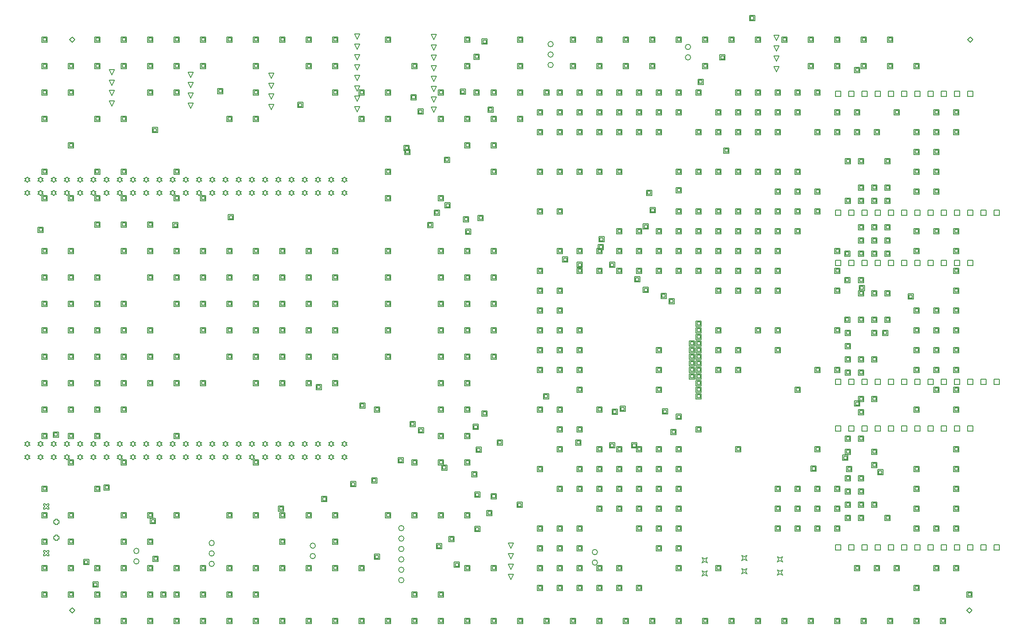
<source format=gbr>
%TF.GenerationSoftware,Altium Limited,Altium Designer,20.2.5 (213)*%
G04 Layer_Color=2752767*
%FSLAX26Y26*%
%MOIN*%
%TF.SameCoordinates,9BAFD9CD-774C-4051-972E-F2DD54F50950*%
%TF.FilePolarity,Positive*%
%TF.FileFunction,Drawing*%
%TF.Part,Single*%
G01*
G75*
%TA.AperFunction,NonConductor*%
%ADD60C,0.005000*%
%ADD91C,0.006667*%
D60*
X7805000Y3890000D02*
Y3930000D01*
X7845000D01*
Y3890000D01*
X7805000D01*
X7705000D02*
Y3930000D01*
X7745000D01*
Y3890000D01*
X7705000D01*
X7605000D02*
Y3930000D01*
X7645000D01*
Y3890000D01*
X7605000D01*
X7505000D02*
Y3930000D01*
X7545000D01*
Y3890000D01*
X7505000D01*
X7405000D02*
Y3930000D01*
X7445000D01*
Y3890000D01*
X7405000D01*
X7305000D02*
Y3930000D01*
X7345000D01*
Y3890000D01*
X7305000D01*
X7205000D02*
Y3930000D01*
X7245000D01*
Y3890000D01*
X7205000D01*
X7105000D02*
Y3930000D01*
X7145000D01*
Y3890000D01*
X7105000D01*
X7005000D02*
Y3930000D01*
X7045000D01*
Y3890000D01*
X7005000D01*
X6905000D02*
Y3930000D01*
X6945000D01*
Y3890000D01*
X6905000D01*
X6805000D02*
Y3930000D01*
X6845000D01*
Y3890000D01*
X6805000D01*
X6705000D02*
Y3930000D01*
X6745000D01*
Y3890000D01*
X6705000D01*
X6605000D02*
Y3930000D01*
X6645000D01*
Y3890000D01*
X6605000D01*
X7805000Y2610000D02*
Y2650000D01*
X7845000D01*
Y2610000D01*
X7805000D01*
X7705000D02*
Y2650000D01*
X7745000D01*
Y2610000D01*
X7705000D01*
X7605000D02*
Y2650000D01*
X7645000D01*
Y2610000D01*
X7605000D01*
X7505000D02*
Y2650000D01*
X7545000D01*
Y2610000D01*
X7505000D01*
X7405000D02*
Y2650000D01*
X7445000D01*
Y2610000D01*
X7405000D01*
X7305000D02*
Y2650000D01*
X7345000D01*
Y2610000D01*
X7305000D01*
X7205000D02*
Y2650000D01*
X7245000D01*
Y2610000D01*
X7205000D01*
X7105000D02*
Y2650000D01*
X7145000D01*
Y2610000D01*
X7105000D01*
X7005000D02*
Y2650000D01*
X7045000D01*
Y2610000D01*
X7005000D01*
X6905000D02*
Y2650000D01*
X6945000D01*
Y2610000D01*
X6905000D01*
X6805000D02*
Y2650000D01*
X6845000D01*
Y2610000D01*
X6805000D01*
X6705000D02*
Y2650000D01*
X6745000D01*
Y2610000D01*
X6705000D01*
X6605000D02*
Y2650000D01*
X6645000D01*
Y2610000D01*
X6605000D01*
Y4790000D02*
Y4830000D01*
X6645000D01*
Y4790000D01*
X6605000D01*
X6705000D02*
Y4830000D01*
X6745000D01*
Y4790000D01*
X6705000D01*
X6805000D02*
Y4830000D01*
X6845000D01*
Y4790000D01*
X6805000D01*
X6905000D02*
Y4830000D01*
X6945000D01*
Y4790000D01*
X6905000D01*
X7005000D02*
Y4830000D01*
X7045000D01*
Y4790000D01*
X7005000D01*
X7105000D02*
Y4830000D01*
X7145000D01*
Y4790000D01*
X7105000D01*
X7205000D02*
Y4830000D01*
X7245000D01*
Y4790000D01*
X7205000D01*
X7305000D02*
Y4830000D01*
X7345000D01*
Y4790000D01*
X7305000D01*
X7405000D02*
Y4830000D01*
X7445000D01*
Y4790000D01*
X7405000D01*
X7505000D02*
Y4830000D01*
X7545000D01*
Y4790000D01*
X7505000D01*
X7605000D02*
Y4830000D01*
X7645000D01*
Y4790000D01*
X7605000D01*
Y2255000D02*
Y2295000D01*
X7645000D01*
Y2255000D01*
X7605000D01*
X7505000D02*
Y2295000D01*
X7545000D01*
Y2255000D01*
X7505000D01*
X7405000D02*
Y2295000D01*
X7445000D01*
Y2255000D01*
X7405000D01*
X7305000D02*
Y2295000D01*
X7345000D01*
Y2255000D01*
X7305000D01*
X7205000D02*
Y2295000D01*
X7245000D01*
Y2255000D01*
X7205000D01*
X7105000D02*
Y2295000D01*
X7145000D01*
Y2255000D01*
X7105000D01*
X7005000D02*
Y2295000D01*
X7045000D01*
Y2255000D01*
X7005000D01*
X6905000D02*
Y2295000D01*
X6945000D01*
Y2255000D01*
X6905000D01*
X6805000D02*
Y2295000D01*
X6845000D01*
Y2255000D01*
X6805000D01*
X6705000D02*
Y2295000D01*
X6745000D01*
Y2255000D01*
X6705000D01*
X6605000D02*
Y2295000D01*
X6645000D01*
Y2255000D01*
X6605000D01*
X4150000Y1131260D02*
X4130000Y1171260D01*
X4170000D01*
X4150000Y1131260D01*
Y1210000D02*
X4130000Y1250000D01*
X4170000D01*
X4150000Y1210000D01*
Y1288740D02*
X4130000Y1328740D01*
X4170000D01*
X4150000Y1288740D01*
Y1367480D02*
X4130000Y1407480D01*
X4170000D01*
X4150000Y1367480D01*
X490000Y2040000D02*
X500000Y2050000D01*
X510000D01*
X500000Y2060000D01*
X510000Y2070000D01*
X500000D01*
X490000Y2080000D01*
X480000Y2070000D01*
X470000D01*
X480000Y2060000D01*
X470000Y2050000D01*
X480000D01*
X490000Y2040000D01*
Y2140000D02*
X500000Y2150000D01*
X510000D01*
X500000Y2160000D01*
X510000Y2170000D01*
X500000D01*
X490000Y2180000D01*
X480000Y2170000D01*
X470000D01*
X480000Y2160000D01*
X470000Y2150000D01*
X480000D01*
X490000Y2140000D01*
X590000Y2040000D02*
X600000Y2050000D01*
X610000D01*
X600000Y2060000D01*
X610000Y2070000D01*
X600000D01*
X590000Y2080000D01*
X580000Y2070000D01*
X570000D01*
X580000Y2060000D01*
X570000Y2050000D01*
X580000D01*
X590000Y2040000D01*
Y2140000D02*
X600000Y2150000D01*
X610000D01*
X600000Y2160000D01*
X610000Y2170000D01*
X600000D01*
X590000Y2180000D01*
X580000Y2170000D01*
X570000D01*
X580000Y2160000D01*
X570000Y2150000D01*
X580000D01*
X590000Y2140000D01*
X690000Y2040000D02*
X700000Y2050000D01*
X710000D01*
X700000Y2060000D01*
X710000Y2070000D01*
X700000D01*
X690000Y2080000D01*
X680000Y2070000D01*
X670000D01*
X680000Y2060000D01*
X670000Y2050000D01*
X680000D01*
X690000Y2040000D01*
Y2140000D02*
X700000Y2150000D01*
X710000D01*
X700000Y2160000D01*
X710000Y2170000D01*
X700000D01*
X690000Y2180000D01*
X680000Y2170000D01*
X670000D01*
X680000Y2160000D01*
X670000Y2150000D01*
X680000D01*
X690000Y2140000D01*
X790000Y2040000D02*
X800000Y2050000D01*
X810000D01*
X800000Y2060000D01*
X810000Y2070000D01*
X800000D01*
X790000Y2080000D01*
X780000Y2070000D01*
X770000D01*
X780000Y2060000D01*
X770000Y2050000D01*
X780000D01*
X790000Y2040000D01*
Y2140000D02*
X800000Y2150000D01*
X810000D01*
X800000Y2160000D01*
X810000Y2170000D01*
X800000D01*
X790000Y2180000D01*
X780000Y2170000D01*
X770000D01*
X780000Y2160000D01*
X770000Y2150000D01*
X780000D01*
X790000Y2140000D01*
X890000Y2040000D02*
X900000Y2050000D01*
X910000D01*
X900000Y2060000D01*
X910000Y2070000D01*
X900000D01*
X890000Y2080000D01*
X880000Y2070000D01*
X870000D01*
X880000Y2060000D01*
X870000Y2050000D01*
X880000D01*
X890000Y2040000D01*
Y2140000D02*
X900000Y2150000D01*
X910000D01*
X900000Y2160000D01*
X910000Y2170000D01*
X900000D01*
X890000Y2180000D01*
X880000Y2170000D01*
X870000D01*
X880000Y2160000D01*
X870000Y2150000D01*
X880000D01*
X890000Y2140000D01*
X990000Y2040000D02*
X1000000Y2050000D01*
X1010000D01*
X1000000Y2060000D01*
X1010000Y2070000D01*
X1000000D01*
X990000Y2080000D01*
X980000Y2070000D01*
X970000D01*
X980000Y2060000D01*
X970000Y2050000D01*
X980000D01*
X990000Y2040000D01*
Y2140000D02*
X1000000Y2150000D01*
X1010000D01*
X1000000Y2160000D01*
X1010000Y2170000D01*
X1000000D01*
X990000Y2180000D01*
X980000Y2170000D01*
X970000D01*
X980000Y2160000D01*
X970000Y2150000D01*
X980000D01*
X990000Y2140000D01*
X1090000Y2040000D02*
X1100000Y2050000D01*
X1110000D01*
X1100000Y2060000D01*
X1110000Y2070000D01*
X1100000D01*
X1090000Y2080000D01*
X1080000Y2070000D01*
X1070000D01*
X1080000Y2060000D01*
X1070000Y2050000D01*
X1080000D01*
X1090000Y2040000D01*
Y2140000D02*
X1100000Y2150000D01*
X1110000D01*
X1100000Y2160000D01*
X1110000Y2170000D01*
X1100000D01*
X1090000Y2180000D01*
X1080000Y2170000D01*
X1070000D01*
X1080000Y2160000D01*
X1070000Y2150000D01*
X1080000D01*
X1090000Y2140000D01*
X1190000Y2040000D02*
X1200000Y2050000D01*
X1210000D01*
X1200000Y2060000D01*
X1210000Y2070000D01*
X1200000D01*
X1190000Y2080000D01*
X1180000Y2070000D01*
X1170000D01*
X1180000Y2060000D01*
X1170000Y2050000D01*
X1180000D01*
X1190000Y2040000D01*
Y2140000D02*
X1200000Y2150000D01*
X1210000D01*
X1200000Y2160000D01*
X1210000Y2170000D01*
X1200000D01*
X1190000Y2180000D01*
X1180000Y2170000D01*
X1170000D01*
X1180000Y2160000D01*
X1170000Y2150000D01*
X1180000D01*
X1190000Y2140000D01*
X1290000Y2040000D02*
X1300000Y2050000D01*
X1310000D01*
X1300000Y2060000D01*
X1310000Y2070000D01*
X1300000D01*
X1290000Y2080000D01*
X1280000Y2070000D01*
X1270000D01*
X1280000Y2060000D01*
X1270000Y2050000D01*
X1280000D01*
X1290000Y2040000D01*
Y2140000D02*
X1300000Y2150000D01*
X1310000D01*
X1300000Y2160000D01*
X1310000Y2170000D01*
X1300000D01*
X1290000Y2180000D01*
X1280000Y2170000D01*
X1270000D01*
X1280000Y2160000D01*
X1270000Y2150000D01*
X1280000D01*
X1290000Y2140000D01*
X1390000Y2040000D02*
X1400000Y2050000D01*
X1410000D01*
X1400000Y2060000D01*
X1410000Y2070000D01*
X1400000D01*
X1390000Y2080000D01*
X1380000Y2070000D01*
X1370000D01*
X1380000Y2060000D01*
X1370000Y2050000D01*
X1380000D01*
X1390000Y2040000D01*
Y2140000D02*
X1400000Y2150000D01*
X1410000D01*
X1400000Y2160000D01*
X1410000Y2170000D01*
X1400000D01*
X1390000Y2180000D01*
X1380000Y2170000D01*
X1370000D01*
X1380000Y2160000D01*
X1370000Y2150000D01*
X1380000D01*
X1390000Y2140000D01*
X1490000Y2040000D02*
X1500000Y2050000D01*
X1510000D01*
X1500000Y2060000D01*
X1510000Y2070000D01*
X1500000D01*
X1490000Y2080000D01*
X1480000Y2070000D01*
X1470000D01*
X1480000Y2060000D01*
X1470000Y2050000D01*
X1480000D01*
X1490000Y2040000D01*
Y2140000D02*
X1500000Y2150000D01*
X1510000D01*
X1500000Y2160000D01*
X1510000Y2170000D01*
X1500000D01*
X1490000Y2180000D01*
X1480000Y2170000D01*
X1470000D01*
X1480000Y2160000D01*
X1470000Y2150000D01*
X1480000D01*
X1490000Y2140000D01*
X1590000Y2040000D02*
X1600000Y2050000D01*
X1610000D01*
X1600000Y2060000D01*
X1610000Y2070000D01*
X1600000D01*
X1590000Y2080000D01*
X1580000Y2070000D01*
X1570000D01*
X1580000Y2060000D01*
X1570000Y2050000D01*
X1580000D01*
X1590000Y2040000D01*
Y2140000D02*
X1600000Y2150000D01*
X1610000D01*
X1600000Y2160000D01*
X1610000Y2170000D01*
X1600000D01*
X1590000Y2180000D01*
X1580000Y2170000D01*
X1570000D01*
X1580000Y2160000D01*
X1570000Y2150000D01*
X1580000D01*
X1590000Y2140000D01*
X1690000Y2040000D02*
X1700000Y2050000D01*
X1710000D01*
X1700000Y2060000D01*
X1710000Y2070000D01*
X1700000D01*
X1690000Y2080000D01*
X1680000Y2070000D01*
X1670000D01*
X1680000Y2060000D01*
X1670000Y2050000D01*
X1680000D01*
X1690000Y2040000D01*
Y2140000D02*
X1700000Y2150000D01*
X1710000D01*
X1700000Y2160000D01*
X1710000Y2170000D01*
X1700000D01*
X1690000Y2180000D01*
X1680000Y2170000D01*
X1670000D01*
X1680000Y2160000D01*
X1670000Y2150000D01*
X1680000D01*
X1690000Y2140000D01*
X1790000Y2040000D02*
X1800000Y2050000D01*
X1810000D01*
X1800000Y2060000D01*
X1810000Y2070000D01*
X1800000D01*
X1790000Y2080000D01*
X1780000Y2070000D01*
X1770000D01*
X1780000Y2060000D01*
X1770000Y2050000D01*
X1780000D01*
X1790000Y2040000D01*
Y2140000D02*
X1800000Y2150000D01*
X1810000D01*
X1800000Y2160000D01*
X1810000Y2170000D01*
X1800000D01*
X1790000Y2180000D01*
X1780000Y2170000D01*
X1770000D01*
X1780000Y2160000D01*
X1770000Y2150000D01*
X1780000D01*
X1790000Y2140000D01*
X1890000Y2040000D02*
X1900000Y2050000D01*
X1910000D01*
X1900000Y2060000D01*
X1910000Y2070000D01*
X1900000D01*
X1890000Y2080000D01*
X1880000Y2070000D01*
X1870000D01*
X1880000Y2060000D01*
X1870000Y2050000D01*
X1880000D01*
X1890000Y2040000D01*
Y2140000D02*
X1900000Y2150000D01*
X1910000D01*
X1900000Y2160000D01*
X1910000Y2170000D01*
X1900000D01*
X1890000Y2180000D01*
X1880000Y2170000D01*
X1870000D01*
X1880000Y2160000D01*
X1870000Y2150000D01*
X1880000D01*
X1890000Y2140000D01*
X1990000Y2040000D02*
X2000000Y2050000D01*
X2010000D01*
X2000000Y2060000D01*
X2010000Y2070000D01*
X2000000D01*
X1990000Y2080000D01*
X1980000Y2070000D01*
X1970000D01*
X1980000Y2060000D01*
X1970000Y2050000D01*
X1980000D01*
X1990000Y2040000D01*
Y2140000D02*
X2000000Y2150000D01*
X2010000D01*
X2000000Y2160000D01*
X2010000Y2170000D01*
X2000000D01*
X1990000Y2180000D01*
X1980000Y2170000D01*
X1970000D01*
X1980000Y2160000D01*
X1970000Y2150000D01*
X1980000D01*
X1990000Y2140000D01*
X2090000Y2040000D02*
X2100000Y2050000D01*
X2110000D01*
X2100000Y2060000D01*
X2110000Y2070000D01*
X2100000D01*
X2090000Y2080000D01*
X2080000Y2070000D01*
X2070000D01*
X2080000Y2060000D01*
X2070000Y2050000D01*
X2080000D01*
X2090000Y2040000D01*
Y2140000D02*
X2100000Y2150000D01*
X2110000D01*
X2100000Y2160000D01*
X2110000Y2170000D01*
X2100000D01*
X2090000Y2180000D01*
X2080000Y2170000D01*
X2070000D01*
X2080000Y2160000D01*
X2070000Y2150000D01*
X2080000D01*
X2090000Y2140000D01*
X2190000Y2040000D02*
X2200000Y2050000D01*
X2210000D01*
X2200000Y2060000D01*
X2210000Y2070000D01*
X2200000D01*
X2190000Y2080000D01*
X2180000Y2070000D01*
X2170000D01*
X2180000Y2060000D01*
X2170000Y2050000D01*
X2180000D01*
X2190000Y2040000D01*
Y2140000D02*
X2200000Y2150000D01*
X2210000D01*
X2200000Y2160000D01*
X2210000Y2170000D01*
X2200000D01*
X2190000Y2180000D01*
X2180000Y2170000D01*
X2170000D01*
X2180000Y2160000D01*
X2170000Y2150000D01*
X2180000D01*
X2190000Y2140000D01*
X2290000Y2040000D02*
X2300000Y2050000D01*
X2310000D01*
X2300000Y2060000D01*
X2310000Y2070000D01*
X2300000D01*
X2290000Y2080000D01*
X2280000Y2070000D01*
X2270000D01*
X2280000Y2060000D01*
X2270000Y2050000D01*
X2280000D01*
X2290000Y2040000D01*
Y2140000D02*
X2300000Y2150000D01*
X2310000D01*
X2300000Y2160000D01*
X2310000Y2170000D01*
X2300000D01*
X2290000Y2180000D01*
X2280000Y2170000D01*
X2270000D01*
X2280000Y2160000D01*
X2270000Y2150000D01*
X2280000D01*
X2290000Y2140000D01*
X2390000Y2040000D02*
X2400000Y2050000D01*
X2410000D01*
X2400000Y2060000D01*
X2410000Y2070000D01*
X2400000D01*
X2390000Y2080000D01*
X2380000Y2070000D01*
X2370000D01*
X2380000Y2060000D01*
X2370000Y2050000D01*
X2380000D01*
X2390000Y2040000D01*
Y2140000D02*
X2400000Y2150000D01*
X2410000D01*
X2400000Y2160000D01*
X2410000Y2170000D01*
X2400000D01*
X2390000Y2180000D01*
X2380000Y2170000D01*
X2370000D01*
X2380000Y2160000D01*
X2370000Y2150000D01*
X2380000D01*
X2390000Y2140000D01*
X2490000Y2040000D02*
X2500000Y2050000D01*
X2510000D01*
X2500000Y2060000D01*
X2510000Y2070000D01*
X2500000D01*
X2490000Y2080000D01*
X2480000Y2070000D01*
X2470000D01*
X2480000Y2060000D01*
X2470000Y2050000D01*
X2480000D01*
X2490000Y2040000D01*
Y2140000D02*
X2500000Y2150000D01*
X2510000D01*
X2500000Y2160000D01*
X2510000Y2170000D01*
X2500000D01*
X2490000Y2180000D01*
X2480000Y2170000D01*
X2470000D01*
X2480000Y2160000D01*
X2470000Y2150000D01*
X2480000D01*
X2490000Y2140000D01*
X2590000Y2040000D02*
X2600000Y2050000D01*
X2610000D01*
X2600000Y2060000D01*
X2610000Y2070000D01*
X2600000D01*
X2590000Y2080000D01*
X2580000Y2070000D01*
X2570000D01*
X2580000Y2060000D01*
X2570000Y2050000D01*
X2580000D01*
X2590000Y2040000D01*
Y2140000D02*
X2600000Y2150000D01*
X2610000D01*
X2600000Y2160000D01*
X2610000Y2170000D01*
X2600000D01*
X2590000Y2180000D01*
X2580000Y2170000D01*
X2570000D01*
X2580000Y2160000D01*
X2570000Y2150000D01*
X2580000D01*
X2590000Y2140000D01*
X2690000Y2040000D02*
X2700000Y2050000D01*
X2710000D01*
X2700000Y2060000D01*
X2710000Y2070000D01*
X2700000D01*
X2690000Y2080000D01*
X2680000Y2070000D01*
X2670000D01*
X2680000Y2060000D01*
X2670000Y2050000D01*
X2680000D01*
X2690000Y2040000D01*
Y2140000D02*
X2700000Y2150000D01*
X2710000D01*
X2700000Y2160000D01*
X2710000Y2170000D01*
X2700000D01*
X2690000Y2180000D01*
X2680000Y2170000D01*
X2670000D01*
X2680000Y2160000D01*
X2670000Y2150000D01*
X2680000D01*
X2690000Y2140000D01*
X2790000Y2040000D02*
X2800000Y2050000D01*
X2810000D01*
X2800000Y2060000D01*
X2810000Y2070000D01*
X2800000D01*
X2790000Y2080000D01*
X2780000Y2070000D01*
X2770000D01*
X2780000Y2060000D01*
X2770000Y2050000D01*
X2780000D01*
X2790000Y2040000D01*
Y2140000D02*
X2800000Y2150000D01*
X2810000D01*
X2800000Y2160000D01*
X2810000Y2170000D01*
X2800000D01*
X2790000Y2180000D01*
X2780000Y2170000D01*
X2770000D01*
X2780000Y2160000D01*
X2770000Y2150000D01*
X2780000D01*
X2790000Y2140000D01*
X2890000Y2040000D02*
X2900000Y2050000D01*
X2910000D01*
X2900000Y2060000D01*
X2910000Y2070000D01*
X2900000D01*
X2890000Y2080000D01*
X2880000Y2070000D01*
X2870000D01*
X2880000Y2060000D01*
X2870000Y2050000D01*
X2880000D01*
X2890000Y2040000D01*
Y2140000D02*
X2900000Y2150000D01*
X2910000D01*
X2900000Y2160000D01*
X2910000Y2170000D01*
X2900000D01*
X2890000Y2180000D01*
X2880000Y2170000D01*
X2870000D01*
X2880000Y2160000D01*
X2870000Y2150000D01*
X2880000D01*
X2890000Y2140000D01*
X490000Y4040000D02*
X500000Y4050000D01*
X510000D01*
X500000Y4060000D01*
X510000Y4070000D01*
X500000D01*
X490000Y4080000D01*
X480000Y4070000D01*
X470000D01*
X480000Y4060000D01*
X470000Y4050000D01*
X480000D01*
X490000Y4040000D01*
Y4140000D02*
X500000Y4150000D01*
X510000D01*
X500000Y4160000D01*
X510000Y4170000D01*
X500000D01*
X490000Y4180000D01*
X480000Y4170000D01*
X470000D01*
X480000Y4160000D01*
X470000Y4150000D01*
X480000D01*
X490000Y4140000D01*
X590000Y4040000D02*
X600000Y4050000D01*
X610000D01*
X600000Y4060000D01*
X610000Y4070000D01*
X600000D01*
X590000Y4080000D01*
X580000Y4070000D01*
X570000D01*
X580000Y4060000D01*
X570000Y4050000D01*
X580000D01*
X590000Y4040000D01*
Y4140000D02*
X600000Y4150000D01*
X610000D01*
X600000Y4160000D01*
X610000Y4170000D01*
X600000D01*
X590000Y4180000D01*
X580000Y4170000D01*
X570000D01*
X580000Y4160000D01*
X570000Y4150000D01*
X580000D01*
X590000Y4140000D01*
X690000Y4040000D02*
X700000Y4050000D01*
X710000D01*
X700000Y4060000D01*
X710000Y4070000D01*
X700000D01*
X690000Y4080000D01*
X680000Y4070000D01*
X670000D01*
X680000Y4060000D01*
X670000Y4050000D01*
X680000D01*
X690000Y4040000D01*
Y4140000D02*
X700000Y4150000D01*
X710000D01*
X700000Y4160000D01*
X710000Y4170000D01*
X700000D01*
X690000Y4180000D01*
X680000Y4170000D01*
X670000D01*
X680000Y4160000D01*
X670000Y4150000D01*
X680000D01*
X690000Y4140000D01*
X790000Y4040000D02*
X800000Y4050000D01*
X810000D01*
X800000Y4060000D01*
X810000Y4070000D01*
X800000D01*
X790000Y4080000D01*
X780000Y4070000D01*
X770000D01*
X780000Y4060000D01*
X770000Y4050000D01*
X780000D01*
X790000Y4040000D01*
Y4140000D02*
X800000Y4150000D01*
X810000D01*
X800000Y4160000D01*
X810000Y4170000D01*
X800000D01*
X790000Y4180000D01*
X780000Y4170000D01*
X770000D01*
X780000Y4160000D01*
X770000Y4150000D01*
X780000D01*
X790000Y4140000D01*
X890000Y4040000D02*
X900000Y4050000D01*
X910000D01*
X900000Y4060000D01*
X910000Y4070000D01*
X900000D01*
X890000Y4080000D01*
X880000Y4070000D01*
X870000D01*
X880000Y4060000D01*
X870000Y4050000D01*
X880000D01*
X890000Y4040000D01*
Y4140000D02*
X900000Y4150000D01*
X910000D01*
X900000Y4160000D01*
X910000Y4170000D01*
X900000D01*
X890000Y4180000D01*
X880000Y4170000D01*
X870000D01*
X880000Y4160000D01*
X870000Y4150000D01*
X880000D01*
X890000Y4140000D01*
X990000Y4040000D02*
X1000000Y4050000D01*
X1010000D01*
X1000000Y4060000D01*
X1010000Y4070000D01*
X1000000D01*
X990000Y4080000D01*
X980000Y4070000D01*
X970000D01*
X980000Y4060000D01*
X970000Y4050000D01*
X980000D01*
X990000Y4040000D01*
Y4140000D02*
X1000000Y4150000D01*
X1010000D01*
X1000000Y4160000D01*
X1010000Y4170000D01*
X1000000D01*
X990000Y4180000D01*
X980000Y4170000D01*
X970000D01*
X980000Y4160000D01*
X970000Y4150000D01*
X980000D01*
X990000Y4140000D01*
X1090000Y4040000D02*
X1100000Y4050000D01*
X1110000D01*
X1100000Y4060000D01*
X1110000Y4070000D01*
X1100000D01*
X1090000Y4080000D01*
X1080000Y4070000D01*
X1070000D01*
X1080000Y4060000D01*
X1070000Y4050000D01*
X1080000D01*
X1090000Y4040000D01*
Y4140000D02*
X1100000Y4150000D01*
X1110000D01*
X1100000Y4160000D01*
X1110000Y4170000D01*
X1100000D01*
X1090000Y4180000D01*
X1080000Y4170000D01*
X1070000D01*
X1080000Y4160000D01*
X1070000Y4150000D01*
X1080000D01*
X1090000Y4140000D01*
X1190000Y4040000D02*
X1200000Y4050000D01*
X1210000D01*
X1200000Y4060000D01*
X1210000Y4070000D01*
X1200000D01*
X1190000Y4080000D01*
X1180000Y4070000D01*
X1170000D01*
X1180000Y4060000D01*
X1170000Y4050000D01*
X1180000D01*
X1190000Y4040000D01*
Y4140000D02*
X1200000Y4150000D01*
X1210000D01*
X1200000Y4160000D01*
X1210000Y4170000D01*
X1200000D01*
X1190000Y4180000D01*
X1180000Y4170000D01*
X1170000D01*
X1180000Y4160000D01*
X1170000Y4150000D01*
X1180000D01*
X1190000Y4140000D01*
X1290000Y4040000D02*
X1300000Y4050000D01*
X1310000D01*
X1300000Y4060000D01*
X1310000Y4070000D01*
X1300000D01*
X1290000Y4080000D01*
X1280000Y4070000D01*
X1270000D01*
X1280000Y4060000D01*
X1270000Y4050000D01*
X1280000D01*
X1290000Y4040000D01*
Y4140000D02*
X1300000Y4150000D01*
X1310000D01*
X1300000Y4160000D01*
X1310000Y4170000D01*
X1300000D01*
X1290000Y4180000D01*
X1280000Y4170000D01*
X1270000D01*
X1280000Y4160000D01*
X1270000Y4150000D01*
X1280000D01*
X1290000Y4140000D01*
X1390000Y4040000D02*
X1400000Y4050000D01*
X1410000D01*
X1400000Y4060000D01*
X1410000Y4070000D01*
X1400000D01*
X1390000Y4080000D01*
X1380000Y4070000D01*
X1370000D01*
X1380000Y4060000D01*
X1370000Y4050000D01*
X1380000D01*
X1390000Y4040000D01*
Y4140000D02*
X1400000Y4150000D01*
X1410000D01*
X1400000Y4160000D01*
X1410000Y4170000D01*
X1400000D01*
X1390000Y4180000D01*
X1380000Y4170000D01*
X1370000D01*
X1380000Y4160000D01*
X1370000Y4150000D01*
X1380000D01*
X1390000Y4140000D01*
X1490000Y4040000D02*
X1500000Y4050000D01*
X1510000D01*
X1500000Y4060000D01*
X1510000Y4070000D01*
X1500000D01*
X1490000Y4080000D01*
X1480000Y4070000D01*
X1470000D01*
X1480000Y4060000D01*
X1470000Y4050000D01*
X1480000D01*
X1490000Y4040000D01*
Y4140000D02*
X1500000Y4150000D01*
X1510000D01*
X1500000Y4160000D01*
X1510000Y4170000D01*
X1500000D01*
X1490000Y4180000D01*
X1480000Y4170000D01*
X1470000D01*
X1480000Y4160000D01*
X1470000Y4150000D01*
X1480000D01*
X1490000Y4140000D01*
X1590000Y4040000D02*
X1600000Y4050000D01*
X1610000D01*
X1600000Y4060000D01*
X1610000Y4070000D01*
X1600000D01*
X1590000Y4080000D01*
X1580000Y4070000D01*
X1570000D01*
X1580000Y4060000D01*
X1570000Y4050000D01*
X1580000D01*
X1590000Y4040000D01*
Y4140000D02*
X1600000Y4150000D01*
X1610000D01*
X1600000Y4160000D01*
X1610000Y4170000D01*
X1600000D01*
X1590000Y4180000D01*
X1580000Y4170000D01*
X1570000D01*
X1580000Y4160000D01*
X1570000Y4150000D01*
X1580000D01*
X1590000Y4140000D01*
X1690000Y4040000D02*
X1700000Y4050000D01*
X1710000D01*
X1700000Y4060000D01*
X1710000Y4070000D01*
X1700000D01*
X1690000Y4080000D01*
X1680000Y4070000D01*
X1670000D01*
X1680000Y4060000D01*
X1670000Y4050000D01*
X1680000D01*
X1690000Y4040000D01*
Y4140000D02*
X1700000Y4150000D01*
X1710000D01*
X1700000Y4160000D01*
X1710000Y4170000D01*
X1700000D01*
X1690000Y4180000D01*
X1680000Y4170000D01*
X1670000D01*
X1680000Y4160000D01*
X1670000Y4150000D01*
X1680000D01*
X1690000Y4140000D01*
X1790000Y4040000D02*
X1800000Y4050000D01*
X1810000D01*
X1800000Y4060000D01*
X1810000Y4070000D01*
X1800000D01*
X1790000Y4080000D01*
X1780000Y4070000D01*
X1770000D01*
X1780000Y4060000D01*
X1770000Y4050000D01*
X1780000D01*
X1790000Y4040000D01*
Y4140000D02*
X1800000Y4150000D01*
X1810000D01*
X1800000Y4160000D01*
X1810000Y4170000D01*
X1800000D01*
X1790000Y4180000D01*
X1780000Y4170000D01*
X1770000D01*
X1780000Y4160000D01*
X1770000Y4150000D01*
X1780000D01*
X1790000Y4140000D01*
X1890000Y4040000D02*
X1900000Y4050000D01*
X1910000D01*
X1900000Y4060000D01*
X1910000Y4070000D01*
X1900000D01*
X1890000Y4080000D01*
X1880000Y4070000D01*
X1870000D01*
X1880000Y4060000D01*
X1870000Y4050000D01*
X1880000D01*
X1890000Y4040000D01*
Y4140000D02*
X1900000Y4150000D01*
X1910000D01*
X1900000Y4160000D01*
X1910000Y4170000D01*
X1900000D01*
X1890000Y4180000D01*
X1880000Y4170000D01*
X1870000D01*
X1880000Y4160000D01*
X1870000Y4150000D01*
X1880000D01*
X1890000Y4140000D01*
X1990000Y4040000D02*
X2000000Y4050000D01*
X2010000D01*
X2000000Y4060000D01*
X2010000Y4070000D01*
X2000000D01*
X1990000Y4080000D01*
X1980000Y4070000D01*
X1970000D01*
X1980000Y4060000D01*
X1970000Y4050000D01*
X1980000D01*
X1990000Y4040000D01*
Y4140000D02*
X2000000Y4150000D01*
X2010000D01*
X2000000Y4160000D01*
X2010000Y4170000D01*
X2000000D01*
X1990000Y4180000D01*
X1980000Y4170000D01*
X1970000D01*
X1980000Y4160000D01*
X1970000Y4150000D01*
X1980000D01*
X1990000Y4140000D01*
X2090000Y4040000D02*
X2100000Y4050000D01*
X2110000D01*
X2100000Y4060000D01*
X2110000Y4070000D01*
X2100000D01*
X2090000Y4080000D01*
X2080000Y4070000D01*
X2070000D01*
X2080000Y4060000D01*
X2070000Y4050000D01*
X2080000D01*
X2090000Y4040000D01*
Y4140000D02*
X2100000Y4150000D01*
X2110000D01*
X2100000Y4160000D01*
X2110000Y4170000D01*
X2100000D01*
X2090000Y4180000D01*
X2080000Y4170000D01*
X2070000D01*
X2080000Y4160000D01*
X2070000Y4150000D01*
X2080000D01*
X2090000Y4140000D01*
X2190000Y4040000D02*
X2200000Y4050000D01*
X2210000D01*
X2200000Y4060000D01*
X2210000Y4070000D01*
X2200000D01*
X2190000Y4080000D01*
X2180000Y4070000D01*
X2170000D01*
X2180000Y4060000D01*
X2170000Y4050000D01*
X2180000D01*
X2190000Y4040000D01*
Y4140000D02*
X2200000Y4150000D01*
X2210000D01*
X2200000Y4160000D01*
X2210000Y4170000D01*
X2200000D01*
X2190000Y4180000D01*
X2180000Y4170000D01*
X2170000D01*
X2180000Y4160000D01*
X2170000Y4150000D01*
X2180000D01*
X2190000Y4140000D01*
X2290000Y4040000D02*
X2300000Y4050000D01*
X2310000D01*
X2300000Y4060000D01*
X2310000Y4070000D01*
X2300000D01*
X2290000Y4080000D01*
X2280000Y4070000D01*
X2270000D01*
X2280000Y4060000D01*
X2270000Y4050000D01*
X2280000D01*
X2290000Y4040000D01*
Y4140000D02*
X2300000Y4150000D01*
X2310000D01*
X2300000Y4160000D01*
X2310000Y4170000D01*
X2300000D01*
X2290000Y4180000D01*
X2280000Y4170000D01*
X2270000D01*
X2280000Y4160000D01*
X2270000Y4150000D01*
X2280000D01*
X2290000Y4140000D01*
X2390000Y4040000D02*
X2400000Y4050000D01*
X2410000D01*
X2400000Y4060000D01*
X2410000Y4070000D01*
X2400000D01*
X2390000Y4080000D01*
X2380000Y4070000D01*
X2370000D01*
X2380000Y4060000D01*
X2370000Y4050000D01*
X2380000D01*
X2390000Y4040000D01*
Y4140000D02*
X2400000Y4150000D01*
X2410000D01*
X2400000Y4160000D01*
X2410000Y4170000D01*
X2400000D01*
X2390000Y4180000D01*
X2380000Y4170000D01*
X2370000D01*
X2380000Y4160000D01*
X2370000Y4150000D01*
X2380000D01*
X2390000Y4140000D01*
X2490000Y4040000D02*
X2500000Y4050000D01*
X2510000D01*
X2500000Y4060000D01*
X2510000Y4070000D01*
X2500000D01*
X2490000Y4080000D01*
X2480000Y4070000D01*
X2470000D01*
X2480000Y4060000D01*
X2470000Y4050000D01*
X2480000D01*
X2490000Y4040000D01*
Y4140000D02*
X2500000Y4150000D01*
X2510000D01*
X2500000Y4160000D01*
X2510000Y4170000D01*
X2500000D01*
X2490000Y4180000D01*
X2480000Y4170000D01*
X2470000D01*
X2480000Y4160000D01*
X2470000Y4150000D01*
X2480000D01*
X2490000Y4140000D01*
X2590000Y4040000D02*
X2600000Y4050000D01*
X2610000D01*
X2600000Y4060000D01*
X2610000Y4070000D01*
X2600000D01*
X2590000Y4080000D01*
X2580000Y4070000D01*
X2570000D01*
X2580000Y4060000D01*
X2570000Y4050000D01*
X2580000D01*
X2590000Y4040000D01*
Y4140000D02*
X2600000Y4150000D01*
X2610000D01*
X2600000Y4160000D01*
X2610000Y4170000D01*
X2600000D01*
X2590000Y4180000D01*
X2580000Y4170000D01*
X2570000D01*
X2580000Y4160000D01*
X2570000Y4150000D01*
X2580000D01*
X2590000Y4140000D01*
X2690000Y4040000D02*
X2700000Y4050000D01*
X2710000D01*
X2700000Y4060000D01*
X2710000Y4070000D01*
X2700000D01*
X2690000Y4080000D01*
X2680000Y4070000D01*
X2670000D01*
X2680000Y4060000D01*
X2670000Y4050000D01*
X2680000D01*
X2690000Y4040000D01*
Y4140000D02*
X2700000Y4150000D01*
X2710000D01*
X2700000Y4160000D01*
X2710000Y4170000D01*
X2700000D01*
X2690000Y4180000D01*
X2680000Y4170000D01*
X2670000D01*
X2680000Y4160000D01*
X2670000Y4150000D01*
X2680000D01*
X2690000Y4140000D01*
X2790000Y4040000D02*
X2800000Y4050000D01*
X2810000D01*
X2800000Y4060000D01*
X2810000Y4070000D01*
X2800000D01*
X2790000Y4080000D01*
X2780000Y4070000D01*
X2770000D01*
X2780000Y4060000D01*
X2770000Y4050000D01*
X2780000D01*
X2790000Y4040000D01*
Y4140000D02*
X2800000Y4150000D01*
X2810000D01*
X2800000Y4160000D01*
X2810000Y4170000D01*
X2800000D01*
X2790000Y4180000D01*
X2780000Y4170000D01*
X2770000D01*
X2780000Y4160000D01*
X2770000Y4150000D01*
X2780000D01*
X2790000Y4140000D01*
X2890000Y4040000D02*
X2900000Y4050000D01*
X2910000D01*
X2900000Y4060000D01*
X2910000Y4070000D01*
X2900000D01*
X2890000Y4080000D01*
X2880000Y4070000D01*
X2870000D01*
X2880000Y4060000D01*
X2870000Y4050000D01*
X2880000D01*
X2890000Y4040000D01*
Y4140000D02*
X2900000Y4150000D01*
X2910000D01*
X2900000Y4160000D01*
X2910000Y4170000D01*
X2900000D01*
X2890000Y4180000D01*
X2880000Y4170000D01*
X2870000D01*
X2880000Y4160000D01*
X2870000Y4150000D01*
X2880000D01*
X2890000Y4140000D01*
X6165000Y1165000D02*
X6175000Y1185000D01*
X6165000Y1205000D01*
X6185000Y1195000D01*
X6205000Y1205000D01*
X6195000Y1185000D01*
X6205000Y1165000D01*
X6185000Y1175000D01*
X6165000Y1165000D01*
Y1265000D02*
X6175000Y1285000D01*
X6165000Y1305000D01*
X6185000Y1295000D01*
X6205000Y1305000D01*
X6195000Y1285000D01*
X6205000Y1265000D01*
X6185000Y1275000D01*
X6165000Y1265000D01*
X5895000Y1275000D02*
X5905000Y1295000D01*
X5895000Y1315000D01*
X5915000Y1305000D01*
X5935000Y1315000D01*
X5925000Y1295000D01*
X5935000Y1275000D01*
X5915000Y1285000D01*
X5895000Y1275000D01*
Y1175000D02*
X5905000Y1195000D01*
X5895000Y1215000D01*
X5915000Y1205000D01*
X5935000Y1215000D01*
X5925000Y1195000D01*
X5935000Y1175000D01*
X5915000Y1185000D01*
X5895000Y1175000D01*
X5595000Y1160000D02*
X5605000Y1180000D01*
X5595000Y1200000D01*
X5615000Y1190000D01*
X5635000Y1200000D01*
X5625000Y1180000D01*
X5635000Y1160000D01*
X5615000Y1170000D01*
X5595000Y1160000D01*
Y1260000D02*
X5605000Y1280000D01*
X5595000Y1300000D01*
X5615000Y1290000D01*
X5635000Y1300000D01*
X5625000Y1280000D01*
X5635000Y1260000D01*
X5615000Y1270000D01*
X5595000Y1260000D01*
X2985000Y5223702D02*
X2965000Y5263702D01*
X3005000D01*
X2985000Y5223702D01*
Y5144960D02*
X2965000Y5184960D01*
X3005000D01*
X2985000Y5144960D01*
Y5066220D02*
X2965000Y5106220D01*
X3005000D01*
X2985000Y5066220D01*
Y4987480D02*
X2965000Y5027480D01*
X3005000D01*
X2985000Y4987480D01*
Y4908740D02*
X2965000Y4948740D01*
X3005000D01*
X2985000Y4908740D01*
Y4830000D02*
X2965000Y4870000D01*
X3005000D01*
X2985000Y4830000D01*
Y4751260D02*
X2965000Y4791260D01*
X3005000D01*
X2985000Y4751260D01*
Y4672520D02*
X2965000Y4712520D01*
X3005000D01*
X2985000Y4672520D01*
X6160000Y4976260D02*
X6140000Y5016260D01*
X6180000D01*
X6160000Y4976260D01*
Y5055000D02*
X6140000Y5095000D01*
X6180000D01*
X6160000Y5055000D01*
Y5133740D02*
X6140000Y5173740D01*
X6180000D01*
X6160000Y5133740D01*
Y5212480D02*
X6140000Y5252480D01*
X6180000D01*
X6160000Y5212480D01*
X700000Y1440000D02*
Y1430000D01*
X720000D01*
Y1440000D01*
X730000D01*
Y1460000D01*
X720000D01*
Y1470000D01*
X700000D01*
Y1460000D01*
X690000D01*
Y1440000D01*
X700000D01*
Y1558110D02*
Y1548110D01*
X720000D01*
Y1558110D01*
X730000D01*
Y1578110D01*
X720000D01*
Y1588110D01*
X700000D01*
Y1578110D01*
X690000D01*
Y1558110D01*
X700000D01*
X612834Y1311890D02*
X622834D01*
X632834Y1321890D01*
X642834Y1311890D01*
X652834D01*
Y1321890D01*
X642834Y1331890D01*
X652834Y1341890D01*
Y1351890D01*
X642834D01*
X632834Y1341890D01*
X622834Y1351890D01*
X612834D01*
Y1341890D01*
X622834Y1331890D01*
X612834Y1321890D01*
Y1311890D01*
Y1666220D02*
X622834D01*
X632834Y1676220D01*
X642834Y1666220D01*
X652834D01*
Y1676220D01*
X642834Y1686220D01*
X652834Y1696220D01*
Y1706220D01*
X642834D01*
X632834Y1696220D01*
X622834Y1706220D01*
X612834D01*
Y1696220D01*
X622834Y1686220D01*
X612834Y1676220D01*
Y1666220D01*
X1130000Y4952480D02*
X1110000Y4992480D01*
X1150000D01*
X1130000Y4952480D01*
Y4873740D02*
X1110000Y4913740D01*
X1150000D01*
X1130000Y4873740D01*
Y4795000D02*
X1110000Y4835000D01*
X1150000D01*
X1130000Y4795000D01*
Y4716260D02*
X1110000Y4756260D01*
X1150000D01*
X1130000Y4716260D01*
X7605000Y3510000D02*
Y3550000D01*
X7645000D01*
Y3510000D01*
X7605000D01*
X7505000D02*
Y3550000D01*
X7545000D01*
Y3510000D01*
X7505000D01*
X7405000D02*
Y3550000D01*
X7445000D01*
Y3510000D01*
X7405000D01*
X7305000D02*
Y3550000D01*
X7345000D01*
Y3510000D01*
X7305000D01*
X7205000D02*
Y3550000D01*
X7245000D01*
Y3510000D01*
X7205000D01*
X7105000D02*
Y3550000D01*
X7145000D01*
Y3510000D01*
X7105000D01*
X7005000D02*
Y3550000D01*
X7045000D01*
Y3510000D01*
X7005000D01*
X6905000D02*
Y3550000D01*
X6945000D01*
Y3510000D01*
X6905000D01*
X6805000D02*
Y3550000D01*
X6845000D01*
Y3510000D01*
X6805000D01*
X6705000D02*
Y3550000D01*
X6745000D01*
Y3510000D01*
X6705000D01*
X6605000D02*
Y3550000D01*
X6645000D01*
Y3510000D01*
X6605000D01*
Y1355000D02*
Y1395000D01*
X6645000D01*
Y1355000D01*
X6605000D01*
X6705000D02*
Y1395000D01*
X6745000D01*
Y1355000D01*
X6705000D01*
X6805000D02*
Y1395000D01*
X6845000D01*
Y1355000D01*
X6805000D01*
X6905000D02*
Y1395000D01*
X6945000D01*
Y1355000D01*
X6905000D01*
X7005000D02*
Y1395000D01*
X7045000D01*
Y1355000D01*
X7005000D01*
X7105000D02*
Y1395000D01*
X7145000D01*
Y1355000D01*
X7105000D01*
X7205000D02*
Y1395000D01*
X7245000D01*
Y1355000D01*
X7205000D01*
X7305000D02*
Y1395000D01*
X7345000D01*
Y1355000D01*
X7305000D01*
X7405000D02*
Y1395000D01*
X7445000D01*
Y1355000D01*
X7405000D01*
X7505000D02*
Y1395000D01*
X7545000D01*
Y1355000D01*
X7505000D01*
X7605000D02*
Y1395000D01*
X7645000D01*
Y1355000D01*
X7605000D01*
X7705000D02*
Y1395000D01*
X7745000D01*
Y1355000D01*
X7705000D01*
X7805000D02*
Y1395000D01*
X7845000D01*
Y1355000D01*
X7805000D01*
X3565000Y4667520D02*
X3545000Y4707520D01*
X3585000D01*
X3565000Y4667520D01*
Y4746260D02*
X3545000Y4786260D01*
X3585000D01*
X3565000Y4746260D01*
Y4825000D02*
X3545000Y4865000D01*
X3585000D01*
X3565000Y4825000D01*
Y4903740D02*
X3545000Y4943740D01*
X3585000D01*
X3565000Y4903740D01*
Y4982480D02*
X3545000Y5022480D01*
X3585000D01*
X3565000Y4982480D01*
Y5061220D02*
X3545000Y5101220D01*
X3585000D01*
X3565000Y5061220D01*
Y5139960D02*
X3545000Y5179960D01*
X3585000D01*
X3565000Y5139960D01*
Y5218700D02*
X3545000Y5258700D01*
X3585000D01*
X3565000Y5218700D01*
X2335000Y4690000D02*
X2315000Y4730000D01*
X2355000D01*
X2335000Y4690000D01*
Y4768740D02*
X2315000Y4808740D01*
X2355000D01*
X2335000Y4768740D01*
Y4847480D02*
X2315000Y4887480D01*
X2355000D01*
X2335000Y4847480D01*
Y4926220D02*
X2315000Y4966220D01*
X2355000D01*
X2335000Y4926220D01*
X1725000Y4697520D02*
X1705000Y4737520D01*
X1745000D01*
X1725000Y4697520D01*
Y4776260D02*
X1705000Y4816260D01*
X1745000D01*
X1725000Y4776260D01*
Y4855000D02*
X1705000Y4895000D01*
X1745000D01*
X1725000Y4855000D01*
Y4933740D02*
X1705000Y4973740D01*
X1745000D01*
X1725000Y4933740D01*
X810000Y900000D02*
X830000Y920000D01*
X850000Y900000D01*
X830000Y880000D01*
X810000Y900000D01*
X7600000D02*
X7620000Y920000D01*
X7640000Y900000D01*
X7620000Y880000D01*
X7600000Y900000D01*
X7605000Y5220000D02*
X7625000Y5240000D01*
X7645000Y5220000D01*
X7625000Y5200000D01*
X7605000Y5220000D01*
X810000D02*
X830000Y5240000D01*
X850000Y5220000D01*
X830000Y5200000D01*
X810000Y5220000D01*
X1435000Y4515000D02*
Y4555000D01*
X1475000D01*
Y4515000D01*
X1435000D01*
X1443000Y4523000D02*
Y4547000D01*
X1467000D01*
Y4523000D01*
X1443000D01*
X1400000Y3800000D02*
Y3840000D01*
X1440000D01*
Y3800000D01*
X1400000D01*
X1408000Y3808000D02*
Y3832000D01*
X1432000D01*
Y3808000D01*
X1408000D01*
X1590000Y3795000D02*
Y3835000D01*
X1630000D01*
Y3795000D01*
X1590000D01*
X1598000Y3803000D02*
Y3827000D01*
X1622000D01*
Y3803000D01*
X1598000D01*
X998000Y4200000D02*
Y4240000D01*
X1038000D01*
Y4200000D01*
X998000D01*
X1006000Y4208000D02*
Y4232000D01*
X1030000D01*
Y4208000D01*
X1006000D01*
X6880000Y2980000D02*
Y3020000D01*
X6920000D01*
Y2980000D01*
X6880000D01*
X6888000Y2988000D02*
Y3012000D01*
X6912000D01*
Y2988000D01*
X6888000D01*
X6962402Y2980000D02*
Y3020000D01*
X7002402D01*
Y2980000D01*
X6962402D01*
X6970402Y2988000D02*
Y3012000D01*
X6994402D01*
Y2988000D01*
X6970402D01*
X7600000Y1000000D02*
Y1040000D01*
X7640000D01*
Y1000000D01*
X7600000D01*
X7608000Y1008000D02*
Y1032000D01*
X7632000D01*
Y1008000D01*
X7608000D01*
X7400000Y800000D02*
Y840000D01*
X7440000D01*
Y800000D01*
X7400000D01*
X7408000Y808000D02*
Y832000D01*
X7432000D01*
Y808000D01*
X7408000D01*
X7200000Y5000000D02*
Y5040000D01*
X7240000D01*
Y5000000D01*
X7200000D01*
X7208000Y5008000D02*
Y5032000D01*
X7232000D01*
Y5008000D01*
X7208000D01*
X7200000Y800000D02*
Y840000D01*
X7240000D01*
Y800000D01*
X7200000D01*
X7208000Y808000D02*
Y832000D01*
X7232000D01*
Y808000D01*
X7208000D01*
X7000000Y5200000D02*
Y5240000D01*
X7040000D01*
Y5200000D01*
X7000000D01*
X7008000Y5208000D02*
Y5232000D01*
X7032000D01*
Y5208000D01*
X7008000D01*
X7000000Y5000000D02*
Y5040000D01*
X7040000D01*
Y5000000D01*
X7000000D01*
X7008000Y5008000D02*
Y5032000D01*
X7032000D01*
Y5008000D01*
X7008000D01*
X7000000Y800000D02*
Y840000D01*
X7040000D01*
Y800000D01*
X7000000D01*
X7008000Y808000D02*
Y832000D01*
X7032000D01*
Y808000D01*
X7008000D01*
X6800000Y5200000D02*
Y5240000D01*
X6840000D01*
Y5200000D01*
X6800000D01*
X6808000Y5208000D02*
Y5232000D01*
X6832000D01*
Y5208000D01*
X6808000D01*
X6800000Y5000000D02*
Y5040000D01*
X6840000D01*
Y5000000D01*
X6800000D01*
X6808000Y5008000D02*
Y5032000D01*
X6832000D01*
Y5008000D01*
X6808000D01*
X6800000Y800000D02*
Y840000D01*
X6840000D01*
Y800000D01*
X6800000D01*
X6808000Y808000D02*
Y832000D01*
X6832000D01*
Y808000D01*
X6808000D01*
X6600000Y5200000D02*
Y5240000D01*
X6640000D01*
Y5200000D01*
X6600000D01*
X6608000Y5208000D02*
Y5232000D01*
X6632000D01*
Y5208000D01*
X6608000D01*
X6600000Y5000000D02*
Y5040000D01*
X6640000D01*
Y5000000D01*
X6600000D01*
X6608000Y5008000D02*
Y5032000D01*
X6632000D01*
Y5008000D01*
X6608000D01*
X6600000Y800000D02*
Y840000D01*
X6640000D01*
Y800000D01*
X6600000D01*
X6608000Y808000D02*
Y832000D01*
X6632000D01*
Y808000D01*
X6608000D01*
X6400000Y5200000D02*
Y5240000D01*
X6440000D01*
Y5200000D01*
X6400000D01*
X6408000Y5208000D02*
Y5232000D01*
X6432000D01*
Y5208000D01*
X6408000D01*
X6400000Y5000000D02*
Y5040000D01*
X6440000D01*
Y5000000D01*
X6400000D01*
X6408000Y5008000D02*
Y5032000D01*
X6432000D01*
Y5008000D01*
X6408000D01*
X6400000Y800000D02*
Y840000D01*
X6440000D01*
Y800000D01*
X6400000D01*
X6408000Y808000D02*
Y832000D01*
X6432000D01*
Y808000D01*
X6408000D01*
X6200000Y5200000D02*
Y5240000D01*
X6240000D01*
Y5200000D01*
X6200000D01*
X6208000Y5208000D02*
Y5232000D01*
X6232000D01*
Y5208000D01*
X6208000D01*
X6200000Y800000D02*
Y840000D01*
X6240000D01*
Y800000D01*
X6200000D01*
X6208000Y808000D02*
Y832000D01*
X6232000D01*
Y808000D01*
X6208000D01*
X6000000Y5200000D02*
Y5240000D01*
X6040000D01*
Y5200000D01*
X6000000D01*
X6008000Y5208000D02*
Y5232000D01*
X6032000D01*
Y5208000D01*
X6008000D01*
X6000000Y800000D02*
Y840000D01*
X6040000D01*
Y800000D01*
X6000000D01*
X6008000Y808000D02*
Y832000D01*
X6032000D01*
Y808000D01*
X6008000D01*
X5800000Y5200000D02*
Y5240000D01*
X5840000D01*
Y5200000D01*
X5800000D01*
X5808000Y5208000D02*
Y5232000D01*
X5832000D01*
Y5208000D01*
X5808000D01*
X5800000Y800000D02*
Y840000D01*
X5840000D01*
Y800000D01*
X5800000D01*
X5808000Y808000D02*
Y832000D01*
X5832000D01*
Y808000D01*
X5808000D01*
X5600000Y5200000D02*
Y5240000D01*
X5640000D01*
Y5200000D01*
X5600000D01*
X5608000Y5208000D02*
Y5232000D01*
X5632000D01*
Y5208000D01*
X5608000D01*
X5600000Y5000000D02*
Y5040000D01*
X5640000D01*
Y5000000D01*
X5600000D01*
X5608000Y5008000D02*
Y5032000D01*
X5632000D01*
Y5008000D01*
X5608000D01*
X5600000Y800000D02*
Y840000D01*
X5640000D01*
Y800000D01*
X5600000D01*
X5608000Y808000D02*
Y832000D01*
X5632000D01*
Y808000D01*
X5608000D01*
X5400000Y5200000D02*
Y5240000D01*
X5440000D01*
Y5200000D01*
X5400000D01*
X5408000Y5208000D02*
Y5232000D01*
X5432000D01*
Y5208000D01*
X5408000D01*
X5400000Y800000D02*
Y840000D01*
X5440000D01*
Y800000D01*
X5400000D01*
X5408000Y808000D02*
Y832000D01*
X5432000D01*
Y808000D01*
X5408000D01*
X5200000Y5200000D02*
Y5240000D01*
X5240000D01*
Y5200000D01*
X5200000D01*
X5208000Y5208000D02*
Y5232000D01*
X5232000D01*
Y5208000D01*
X5208000D01*
X5200000Y5000000D02*
Y5040000D01*
X5240000D01*
Y5000000D01*
X5200000D01*
X5208000Y5008000D02*
Y5032000D01*
X5232000D01*
Y5008000D01*
X5208000D01*
X5200000Y800000D02*
Y840000D01*
X5240000D01*
Y800000D01*
X5200000D01*
X5208000Y808000D02*
Y832000D01*
X5232000D01*
Y808000D01*
X5208000D01*
X5000000Y5200000D02*
Y5240000D01*
X5040000D01*
Y5200000D01*
X5000000D01*
X5008000Y5208000D02*
Y5232000D01*
X5032000D01*
Y5208000D01*
X5008000D01*
X5000000Y5000000D02*
Y5040000D01*
X5040000D01*
Y5000000D01*
X5000000D01*
X5008000Y5008000D02*
Y5032000D01*
X5032000D01*
Y5008000D01*
X5008000D01*
X5000000Y800000D02*
Y840000D01*
X5040000D01*
Y800000D01*
X5000000D01*
X5008000Y808000D02*
Y832000D01*
X5032000D01*
Y808000D01*
X5008000D01*
X4800000Y5200000D02*
Y5240000D01*
X4840000D01*
Y5200000D01*
X4800000D01*
X4808000Y5208000D02*
Y5232000D01*
X4832000D01*
Y5208000D01*
X4808000D01*
X4800000Y5000000D02*
Y5040000D01*
X4840000D01*
Y5000000D01*
X4800000D01*
X4808000Y5008000D02*
Y5032000D01*
X4832000D01*
Y5008000D01*
X4808000D01*
X4800000Y800000D02*
Y840000D01*
X4840000D01*
Y800000D01*
X4800000D01*
X4808000Y808000D02*
Y832000D01*
X4832000D01*
Y808000D01*
X4808000D01*
X4600000Y5200000D02*
Y5240000D01*
X4640000D01*
Y5200000D01*
X4600000D01*
X4608000Y5208000D02*
Y5232000D01*
X4632000D01*
Y5208000D01*
X4608000D01*
X4600000Y5000000D02*
Y5040000D01*
X4640000D01*
Y5000000D01*
X4600000D01*
X4608000Y5008000D02*
Y5032000D01*
X4632000D01*
Y5008000D01*
X4608000D01*
X4600000Y800000D02*
Y840000D01*
X4640000D01*
Y800000D01*
X4600000D01*
X4608000Y808000D02*
Y832000D01*
X4632000D01*
Y808000D01*
X4608000D01*
X4400000Y4800000D02*
Y4840000D01*
X4440000D01*
Y4800000D01*
X4400000D01*
X4408000Y4808000D02*
Y4832000D01*
X4432000D01*
Y4808000D01*
X4408000D01*
X4400000Y800000D02*
Y840000D01*
X4440000D01*
Y800000D01*
X4400000D01*
X4408000Y808000D02*
Y832000D01*
X4432000D01*
Y808000D01*
X4408000D01*
X4200000Y5200000D02*
Y5240000D01*
X4240000D01*
Y5200000D01*
X4200000D01*
X4208000Y5208000D02*
Y5232000D01*
X4232000D01*
Y5208000D01*
X4208000D01*
X4200000Y5000000D02*
Y5040000D01*
X4240000D01*
Y5000000D01*
X4200000D01*
X4208000Y5008000D02*
Y5032000D01*
X4232000D01*
Y5008000D01*
X4208000D01*
X4200000Y4800000D02*
Y4840000D01*
X4240000D01*
Y4800000D01*
X4200000D01*
X4208000Y4808000D02*
Y4832000D01*
X4232000D01*
Y4808000D01*
X4208000D01*
X4200000Y4600000D02*
Y4640000D01*
X4240000D01*
Y4600000D01*
X4200000D01*
X4208000Y4608000D02*
Y4632000D01*
X4232000D01*
Y4608000D01*
X4208000D01*
X4200000Y800000D02*
Y840000D01*
X4240000D01*
Y800000D01*
X4200000D01*
X4208000Y808000D02*
Y832000D01*
X4232000D01*
Y808000D01*
X4208000D01*
X4000000Y4800000D02*
Y4840000D01*
X4040000D01*
Y4800000D01*
X4000000D01*
X4008000Y4808000D02*
Y4832000D01*
X4032000D01*
Y4808000D01*
X4008000D01*
X4000000Y4600000D02*
Y4640000D01*
X4040000D01*
Y4600000D01*
X4000000D01*
X4008000Y4608000D02*
Y4632000D01*
X4032000D01*
Y4608000D01*
X4008000D01*
X4000000Y4400000D02*
Y4440000D01*
X4040000D01*
Y4400000D01*
X4000000D01*
X4008000Y4408000D02*
Y4432000D01*
X4032000D01*
Y4408000D01*
X4008000D01*
X4000000Y4200000D02*
Y4240000D01*
X4040000D01*
Y4200000D01*
X4000000D01*
X4008000Y4208000D02*
Y4232000D01*
X4032000D01*
Y4208000D01*
X4008000D01*
X4000000Y3600000D02*
Y3640000D01*
X4040000D01*
Y3600000D01*
X4000000D01*
X4008000Y3608000D02*
Y3632000D01*
X4032000D01*
Y3608000D01*
X4008000D01*
X4000000Y3400000D02*
Y3440000D01*
X4040000D01*
Y3400000D01*
X4000000D01*
X4008000Y3408000D02*
Y3432000D01*
X4032000D01*
Y3408000D01*
X4008000D01*
X4000000Y3200000D02*
Y3240000D01*
X4040000D01*
Y3200000D01*
X4000000D01*
X4008000Y3208000D02*
Y3232000D01*
X4032000D01*
Y3208000D01*
X4008000D01*
X4000000Y3000000D02*
Y3040000D01*
X4040000D01*
Y3000000D01*
X4000000D01*
X4008000Y3008000D02*
Y3032000D01*
X4032000D01*
Y3008000D01*
X4008000D01*
X4000000Y2800000D02*
Y2840000D01*
X4040000D01*
Y2800000D01*
X4000000D01*
X4008000Y2808000D02*
Y2832000D01*
X4032000D01*
Y2808000D01*
X4008000D01*
X4000000Y1200000D02*
Y1240000D01*
X4040000D01*
Y1200000D01*
X4000000D01*
X4008000Y1208000D02*
Y1232000D01*
X4032000D01*
Y1208000D01*
X4008000D01*
X4000000Y800000D02*
Y840000D01*
X4040000D01*
Y800000D01*
X4000000D01*
X4008000Y808000D02*
Y832000D01*
X4032000D01*
Y808000D01*
X4008000D01*
X3800000Y5200000D02*
Y5240000D01*
X3840000D01*
Y5200000D01*
X3800000D01*
X3808000Y5208000D02*
Y5232000D01*
X3832000D01*
Y5208000D01*
X3808000D01*
X3800000Y5000000D02*
Y5040000D01*
X3840000D01*
Y5000000D01*
X3800000D01*
X3808000Y5008000D02*
Y5032000D01*
X3832000D01*
Y5008000D01*
X3808000D01*
X3800000Y4600000D02*
Y4640000D01*
X3840000D01*
Y4600000D01*
X3800000D01*
X3808000Y4608000D02*
Y4632000D01*
X3832000D01*
Y4608000D01*
X3808000D01*
X3800000Y4400000D02*
Y4440000D01*
X3840000D01*
Y4400000D01*
X3800000D01*
X3808000Y4408000D02*
Y4432000D01*
X3832000D01*
Y4408000D01*
X3808000D01*
X3800000Y3600000D02*
Y3640000D01*
X3840000D01*
Y3600000D01*
X3800000D01*
X3808000Y3608000D02*
Y3632000D01*
X3832000D01*
Y3608000D01*
X3808000D01*
X3800000Y3400000D02*
Y3440000D01*
X3840000D01*
Y3400000D01*
X3800000D01*
X3808000Y3408000D02*
Y3432000D01*
X3832000D01*
Y3408000D01*
X3808000D01*
X3800000Y3200000D02*
Y3240000D01*
X3840000D01*
Y3200000D01*
X3800000D01*
X3808000Y3208000D02*
Y3232000D01*
X3832000D01*
Y3208000D01*
X3808000D01*
X3800000Y3000000D02*
Y3040000D01*
X3840000D01*
Y3000000D01*
X3800000D01*
X3808000Y3008000D02*
Y3032000D01*
X3832000D01*
Y3008000D01*
X3808000D01*
X3800000Y2800000D02*
Y2840000D01*
X3840000D01*
Y2800000D01*
X3800000D01*
X3808000Y2808000D02*
Y2832000D01*
X3832000D01*
Y2808000D01*
X3808000D01*
X3800000Y2600000D02*
Y2640000D01*
X3840000D01*
Y2600000D01*
X3800000D01*
X3808000Y2608000D02*
Y2632000D01*
X3832000D01*
Y2608000D01*
X3808000D01*
X3800000Y2400000D02*
Y2440000D01*
X3840000D01*
Y2400000D01*
X3800000D01*
X3808000Y2408000D02*
Y2432000D01*
X3832000D01*
Y2408000D01*
X3808000D01*
X3800000Y2200000D02*
Y2240000D01*
X3840000D01*
Y2200000D01*
X3800000D01*
X3808000Y2208000D02*
Y2232000D01*
X3832000D01*
Y2208000D01*
X3808000D01*
X3800000Y2000000D02*
Y2040000D01*
X3840000D01*
Y2000000D01*
X3800000D01*
X3808000Y2008000D02*
Y2032000D01*
X3832000D01*
Y2008000D01*
X3808000D01*
X3800000Y1600000D02*
Y1640000D01*
X3840000D01*
Y1600000D01*
X3800000D01*
X3808000Y1608000D02*
Y1632000D01*
X3832000D01*
Y1608000D01*
X3808000D01*
X3800000Y1200000D02*
Y1240000D01*
X3840000D01*
Y1200000D01*
X3800000D01*
X3808000Y1208000D02*
Y1232000D01*
X3832000D01*
Y1208000D01*
X3808000D01*
X3800000Y800000D02*
Y840000D01*
X3840000D01*
Y800000D01*
X3800000D01*
X3808000Y808000D02*
Y832000D01*
X3832000D01*
Y808000D01*
X3808000D01*
X3600000Y4800000D02*
Y4840000D01*
X3640000D01*
Y4800000D01*
X3600000D01*
X3608000Y4808000D02*
Y4832000D01*
X3632000D01*
Y4808000D01*
X3608000D01*
X3600000Y4600000D02*
Y4640000D01*
X3640000D01*
Y4600000D01*
X3600000D01*
X3608000Y4608000D02*
Y4632000D01*
X3632000D01*
Y4608000D01*
X3608000D01*
X3600000Y4000000D02*
Y4040000D01*
X3640000D01*
Y4000000D01*
X3600000D01*
X3608000Y4008000D02*
Y4032000D01*
X3632000D01*
Y4008000D01*
X3608000D01*
X3600000Y3600000D02*
Y3640000D01*
X3640000D01*
Y3600000D01*
X3600000D01*
X3608000Y3608000D02*
Y3632000D01*
X3632000D01*
Y3608000D01*
X3608000D01*
X3600000Y3400000D02*
Y3440000D01*
X3640000D01*
Y3400000D01*
X3600000D01*
X3608000Y3408000D02*
Y3432000D01*
X3632000D01*
Y3408000D01*
X3608000D01*
X3600000Y3200000D02*
Y3240000D01*
X3640000D01*
Y3200000D01*
X3600000D01*
X3608000Y3208000D02*
Y3232000D01*
X3632000D01*
Y3208000D01*
X3608000D01*
X3600000Y3000000D02*
Y3040000D01*
X3640000D01*
Y3000000D01*
X3600000D01*
X3608000Y3008000D02*
Y3032000D01*
X3632000D01*
Y3008000D01*
X3608000D01*
X3600000Y2800000D02*
Y2840000D01*
X3640000D01*
Y2800000D01*
X3600000D01*
X3608000Y2808000D02*
Y2832000D01*
X3632000D01*
Y2808000D01*
X3608000D01*
X3600000Y2600000D02*
Y2640000D01*
X3640000D01*
Y2600000D01*
X3600000D01*
X3608000Y2608000D02*
Y2632000D01*
X3632000D01*
Y2608000D01*
X3608000D01*
X3600000Y2400000D02*
Y2440000D01*
X3640000D01*
Y2400000D01*
X3600000D01*
X3608000Y2408000D02*
Y2432000D01*
X3632000D01*
Y2408000D01*
X3608000D01*
X3600000Y2200000D02*
Y2240000D01*
X3640000D01*
Y2200000D01*
X3600000D01*
X3608000Y2208000D02*
Y2232000D01*
X3632000D01*
Y2208000D01*
X3608000D01*
X3600000Y2000000D02*
Y2040000D01*
X3640000D01*
Y2000000D01*
X3600000D01*
X3608000Y2008000D02*
Y2032000D01*
X3632000D01*
Y2008000D01*
X3608000D01*
X3600000Y1600000D02*
Y1640000D01*
X3640000D01*
Y1600000D01*
X3600000D01*
X3608000Y1608000D02*
Y1632000D01*
X3632000D01*
Y1608000D01*
X3608000D01*
X3600000Y1000000D02*
Y1040000D01*
X3640000D01*
Y1000000D01*
X3600000D01*
X3608000Y1008000D02*
Y1032000D01*
X3632000D01*
Y1008000D01*
X3608000D01*
X3600000Y800000D02*
Y840000D01*
X3640000D01*
Y800000D01*
X3600000D01*
X3608000Y808000D02*
Y832000D01*
X3632000D01*
Y808000D01*
X3608000D01*
X3400000Y5000000D02*
Y5040000D01*
X3440000D01*
Y5000000D01*
X3400000D01*
X3408000Y5008000D02*
Y5032000D01*
X3432000D01*
Y5008000D01*
X3408000D01*
X3400000Y2000000D02*
Y2040000D01*
X3440000D01*
Y2000000D01*
X3400000D01*
X3408000Y2008000D02*
Y2032000D01*
X3432000D01*
Y2008000D01*
X3408000D01*
X3400000Y1600000D02*
Y1640000D01*
X3440000D01*
Y1600000D01*
X3400000D01*
X3408000Y1608000D02*
Y1632000D01*
X3432000D01*
Y1608000D01*
X3408000D01*
X3400000Y1000000D02*
Y1040000D01*
X3440000D01*
Y1000000D01*
X3400000D01*
X3408000Y1008000D02*
Y1032000D01*
X3432000D01*
Y1008000D01*
X3408000D01*
X3400000Y800000D02*
Y840000D01*
X3440000D01*
Y800000D01*
X3400000D01*
X3408000Y808000D02*
Y832000D01*
X3432000D01*
Y808000D01*
X3408000D01*
X3200000Y5200000D02*
Y5240000D01*
X3240000D01*
Y5200000D01*
X3200000D01*
X3208000Y5208000D02*
Y5232000D01*
X3232000D01*
Y5208000D01*
X3208000D01*
X3200000Y4800000D02*
Y4840000D01*
X3240000D01*
Y4800000D01*
X3200000D01*
X3208000Y4808000D02*
Y4832000D01*
X3232000D01*
Y4808000D01*
X3208000D01*
X3200000Y4600000D02*
Y4640000D01*
X3240000D01*
Y4600000D01*
X3200000D01*
X3208000Y4608000D02*
Y4632000D01*
X3232000D01*
Y4608000D01*
X3208000D01*
X3200000Y4200000D02*
Y4240000D01*
X3240000D01*
Y4200000D01*
X3200000D01*
X3208000Y4208000D02*
Y4232000D01*
X3232000D01*
Y4208000D01*
X3208000D01*
X3200000Y4000000D02*
Y4040000D01*
X3240000D01*
Y4000000D01*
X3200000D01*
X3208000Y4008000D02*
Y4032000D01*
X3232000D01*
Y4008000D01*
X3208000D01*
X3200000Y3600000D02*
Y3640000D01*
X3240000D01*
Y3600000D01*
X3200000D01*
X3208000Y3608000D02*
Y3632000D01*
X3232000D01*
Y3608000D01*
X3208000D01*
X3200000Y3400000D02*
Y3440000D01*
X3240000D01*
Y3400000D01*
X3200000D01*
X3208000Y3408000D02*
Y3432000D01*
X3232000D01*
Y3408000D01*
X3208000D01*
X3200000Y3200000D02*
Y3240000D01*
X3240000D01*
Y3200000D01*
X3200000D01*
X3208000Y3208000D02*
Y3232000D01*
X3232000D01*
Y3208000D01*
X3208000D01*
X3200000Y3000000D02*
Y3040000D01*
X3240000D01*
Y3000000D01*
X3200000D01*
X3208000Y3008000D02*
Y3032000D01*
X3232000D01*
Y3008000D01*
X3208000D01*
X3200000Y2800000D02*
Y2840000D01*
X3240000D01*
Y2800000D01*
X3200000D01*
X3208000Y2808000D02*
Y2832000D01*
X3232000D01*
Y2808000D01*
X3208000D01*
X3200000Y1600000D02*
Y1640000D01*
X3240000D01*
Y1600000D01*
X3200000D01*
X3208000Y1608000D02*
Y1632000D01*
X3232000D01*
Y1608000D01*
X3208000D01*
X3200000Y800000D02*
Y840000D01*
X3240000D01*
Y800000D01*
X3200000D01*
X3208000Y808000D02*
Y832000D01*
X3232000D01*
Y808000D01*
X3208000D01*
X3000000Y4800000D02*
Y4840000D01*
X3040000D01*
Y4800000D01*
X3000000D01*
X3008000Y4808000D02*
Y4832000D01*
X3032000D01*
Y4808000D01*
X3008000D01*
X3000000Y4600000D02*
Y4640000D01*
X3040000D01*
Y4600000D01*
X3000000D01*
X3008000Y4608000D02*
Y4632000D01*
X3032000D01*
Y4608000D01*
X3008000D01*
X3000000Y1200000D02*
Y1240000D01*
X3040000D01*
Y1200000D01*
X3000000D01*
X3008000Y1208000D02*
Y1232000D01*
X3032000D01*
Y1208000D01*
X3008000D01*
X3000000Y800000D02*
Y840000D01*
X3040000D01*
Y800000D01*
X3000000D01*
X3008000Y808000D02*
Y832000D01*
X3032000D01*
Y808000D01*
X3008000D01*
X2800000Y5200000D02*
Y5240000D01*
X2840000D01*
Y5200000D01*
X2800000D01*
X2808000Y5208000D02*
Y5232000D01*
X2832000D01*
Y5208000D01*
X2808000D01*
X2800000Y5000000D02*
Y5040000D01*
X2840000D01*
Y5000000D01*
X2800000D01*
X2808000Y5008000D02*
Y5032000D01*
X2832000D01*
Y5008000D01*
X2808000D01*
X2800000Y4800000D02*
Y4840000D01*
X2840000D01*
Y4800000D01*
X2800000D01*
X2808000Y4808000D02*
Y4832000D01*
X2832000D01*
Y4808000D01*
X2808000D01*
X2800000Y3600000D02*
Y3640000D01*
X2840000D01*
Y3600000D01*
X2800000D01*
X2808000Y3608000D02*
Y3632000D01*
X2832000D01*
Y3608000D01*
X2808000D01*
X2800000Y3400000D02*
Y3440000D01*
X2840000D01*
Y3400000D01*
X2800000D01*
X2808000Y3408000D02*
Y3432000D01*
X2832000D01*
Y3408000D01*
X2808000D01*
X2800000Y3200000D02*
Y3240000D01*
X2840000D01*
Y3200000D01*
X2800000D01*
X2808000Y3208000D02*
Y3232000D01*
X2832000D01*
Y3208000D01*
X2808000D01*
X2800000Y3000000D02*
Y3040000D01*
X2840000D01*
Y3000000D01*
X2800000D01*
X2808000Y3008000D02*
Y3032000D01*
X2832000D01*
Y3008000D01*
X2808000D01*
X2800000Y2800000D02*
Y2840000D01*
X2840000D01*
Y2800000D01*
X2800000D01*
X2808000Y2808000D02*
Y2832000D01*
X2832000D01*
Y2808000D01*
X2808000D01*
X2800000Y2600000D02*
Y2640000D01*
X2840000D01*
Y2600000D01*
X2800000D01*
X2808000Y2608000D02*
Y2632000D01*
X2832000D01*
Y2608000D01*
X2808000D01*
X2800000Y1600000D02*
Y1640000D01*
X2840000D01*
Y1600000D01*
X2800000D01*
X2808000Y1608000D02*
Y1632000D01*
X2832000D01*
Y1608000D01*
X2808000D01*
X2800000Y1400000D02*
Y1440000D01*
X2840000D01*
Y1400000D01*
X2800000D01*
X2808000Y1408000D02*
Y1432000D01*
X2832000D01*
Y1408000D01*
X2808000D01*
X2800000Y1200000D02*
Y1240000D01*
X2840000D01*
Y1200000D01*
X2800000D01*
X2808000Y1208000D02*
Y1232000D01*
X2832000D01*
Y1208000D01*
X2808000D01*
X2800000Y800000D02*
Y840000D01*
X2840000D01*
Y800000D01*
X2800000D01*
X2808000Y808000D02*
Y832000D01*
X2832000D01*
Y808000D01*
X2808000D01*
X2600000Y5200000D02*
Y5240000D01*
X2640000D01*
Y5200000D01*
X2600000D01*
X2608000Y5208000D02*
Y5232000D01*
X2632000D01*
Y5208000D01*
X2608000D01*
X2600000Y5000000D02*
Y5040000D01*
X2640000D01*
Y5000000D01*
X2600000D01*
X2608000Y5008000D02*
Y5032000D01*
X2632000D01*
Y5008000D01*
X2608000D01*
X2600000Y3600000D02*
Y3640000D01*
X2640000D01*
Y3600000D01*
X2600000D01*
X2608000Y3608000D02*
Y3632000D01*
X2632000D01*
Y3608000D01*
X2608000D01*
X2600000Y3400000D02*
Y3440000D01*
X2640000D01*
Y3400000D01*
X2600000D01*
X2608000Y3408000D02*
Y3432000D01*
X2632000D01*
Y3408000D01*
X2608000D01*
X2600000Y3200000D02*
Y3240000D01*
X2640000D01*
Y3200000D01*
X2600000D01*
X2608000Y3208000D02*
Y3232000D01*
X2632000D01*
Y3208000D01*
X2608000D01*
X2600000Y3000000D02*
Y3040000D01*
X2640000D01*
Y3000000D01*
X2600000D01*
X2608000Y3008000D02*
Y3032000D01*
X2632000D01*
Y3008000D01*
X2608000D01*
X2600000Y2800000D02*
Y2840000D01*
X2640000D01*
Y2800000D01*
X2600000D01*
X2608000Y2808000D02*
Y2832000D01*
X2632000D01*
Y2808000D01*
X2608000D01*
X2600000Y2600000D02*
Y2640000D01*
X2640000D01*
Y2600000D01*
X2600000D01*
X2608000Y2608000D02*
Y2632000D01*
X2632000D01*
Y2608000D01*
X2608000D01*
X2600000Y1600000D02*
Y1640000D01*
X2640000D01*
Y1600000D01*
X2600000D01*
X2608000Y1608000D02*
Y1632000D01*
X2632000D01*
Y1608000D01*
X2608000D01*
X2600000Y1200000D02*
Y1240000D01*
X2640000D01*
Y1200000D01*
X2600000D01*
X2608000Y1208000D02*
Y1232000D01*
X2632000D01*
Y1208000D01*
X2608000D01*
X2600000Y800000D02*
Y840000D01*
X2640000D01*
Y800000D01*
X2600000D01*
X2608000Y808000D02*
Y832000D01*
X2632000D01*
Y808000D01*
X2608000D01*
X2400000Y5200000D02*
Y5240000D01*
X2440000D01*
Y5200000D01*
X2400000D01*
X2408000Y5208000D02*
Y5232000D01*
X2432000D01*
Y5208000D01*
X2408000D01*
X2400000Y3600000D02*
Y3640000D01*
X2440000D01*
Y3600000D01*
X2400000D01*
X2408000Y3608000D02*
Y3632000D01*
X2432000D01*
Y3608000D01*
X2408000D01*
X2400000Y3400000D02*
Y3440000D01*
X2440000D01*
Y3400000D01*
X2400000D01*
X2408000Y3408000D02*
Y3432000D01*
X2432000D01*
Y3408000D01*
X2408000D01*
X2400000Y3200000D02*
Y3240000D01*
X2440000D01*
Y3200000D01*
X2400000D01*
X2408000Y3208000D02*
Y3232000D01*
X2432000D01*
Y3208000D01*
X2408000D01*
X2400000Y3000000D02*
Y3040000D01*
X2440000D01*
Y3000000D01*
X2400000D01*
X2408000Y3008000D02*
Y3032000D01*
X2432000D01*
Y3008000D01*
X2408000D01*
X2400000Y2800000D02*
Y2840000D01*
X2440000D01*
Y2800000D01*
X2400000D01*
X2408000Y2808000D02*
Y2832000D01*
X2432000D01*
Y2808000D01*
X2408000D01*
X2400000Y2600000D02*
Y2640000D01*
X2440000D01*
Y2600000D01*
X2400000D01*
X2408000Y2608000D02*
Y2632000D01*
X2432000D01*
Y2608000D01*
X2408000D01*
X2400000Y1600000D02*
Y1640000D01*
X2440000D01*
Y1600000D01*
X2400000D01*
X2408000Y1608000D02*
Y1632000D01*
X2432000D01*
Y1608000D01*
X2408000D01*
X2400000Y1400000D02*
Y1440000D01*
X2440000D01*
Y1400000D01*
X2400000D01*
X2408000Y1408000D02*
Y1432000D01*
X2432000D01*
Y1408000D01*
X2408000D01*
X2400000Y1200000D02*
Y1240000D01*
X2440000D01*
Y1200000D01*
X2400000D01*
X2408000Y1208000D02*
Y1232000D01*
X2432000D01*
Y1208000D01*
X2408000D01*
X2400000Y800000D02*
Y840000D01*
X2440000D01*
Y800000D01*
X2400000D01*
X2408000Y808000D02*
Y832000D01*
X2432000D01*
Y808000D01*
X2408000D01*
X2200000Y5200000D02*
Y5240000D01*
X2240000D01*
Y5200000D01*
X2200000D01*
X2208000Y5208000D02*
Y5232000D01*
X2232000D01*
Y5208000D01*
X2208000D01*
X2200000Y5000000D02*
Y5040000D01*
X2240000D01*
Y5000000D01*
X2200000D01*
X2208000Y5008000D02*
Y5032000D01*
X2232000D01*
Y5008000D01*
X2208000D01*
X2200000Y4800000D02*
Y4840000D01*
X2240000D01*
Y4800000D01*
X2200000D01*
X2208000Y4808000D02*
Y4832000D01*
X2232000D01*
Y4808000D01*
X2208000D01*
X2200000Y4600000D02*
Y4640000D01*
X2240000D01*
Y4600000D01*
X2200000D01*
X2208000Y4608000D02*
Y4632000D01*
X2232000D01*
Y4608000D01*
X2208000D01*
X2200000Y3600000D02*
Y3640000D01*
X2240000D01*
Y3600000D01*
X2200000D01*
X2208000Y3608000D02*
Y3632000D01*
X2232000D01*
Y3608000D01*
X2208000D01*
X2200000Y3400000D02*
Y3440000D01*
X2240000D01*
Y3400000D01*
X2200000D01*
X2208000Y3408000D02*
Y3432000D01*
X2232000D01*
Y3408000D01*
X2208000D01*
X2200000Y3200000D02*
Y3240000D01*
X2240000D01*
Y3200000D01*
X2200000D01*
X2208000Y3208000D02*
Y3232000D01*
X2232000D01*
Y3208000D01*
X2208000D01*
X2200000Y3000000D02*
Y3040000D01*
X2240000D01*
Y3000000D01*
X2200000D01*
X2208000Y3008000D02*
Y3032000D01*
X2232000D01*
Y3008000D01*
X2208000D01*
X2200000Y2800000D02*
Y2840000D01*
X2240000D01*
Y2800000D01*
X2200000D01*
X2208000Y2808000D02*
Y2832000D01*
X2232000D01*
Y2808000D01*
X2208000D01*
X2200000Y2600000D02*
Y2640000D01*
X2240000D01*
Y2600000D01*
X2200000D01*
X2208000Y2608000D02*
Y2632000D01*
X2232000D01*
Y2608000D01*
X2208000D01*
X2200000Y2000000D02*
Y2040000D01*
X2240000D01*
Y2000000D01*
X2200000D01*
X2208000Y2008000D02*
Y2032000D01*
X2232000D01*
Y2008000D01*
X2208000D01*
X2200000Y1600000D02*
Y1640000D01*
X2240000D01*
Y1600000D01*
X2200000D01*
X2208000Y1608000D02*
Y1632000D01*
X2232000D01*
Y1608000D01*
X2208000D01*
X2200000Y1200000D02*
Y1240000D01*
X2240000D01*
Y1200000D01*
X2200000D01*
X2208000Y1208000D02*
Y1232000D01*
X2232000D01*
Y1208000D01*
X2208000D01*
X2200000Y1000000D02*
Y1040000D01*
X2240000D01*
Y1000000D01*
X2200000D01*
X2208000Y1008000D02*
Y1032000D01*
X2232000D01*
Y1008000D01*
X2208000D01*
X2200000Y800000D02*
Y840000D01*
X2240000D01*
Y800000D01*
X2200000D01*
X2208000Y808000D02*
Y832000D01*
X2232000D01*
Y808000D01*
X2208000D01*
X2000000Y5200000D02*
Y5240000D01*
X2040000D01*
Y5200000D01*
X2000000D01*
X2008000Y5208000D02*
Y5232000D01*
X2032000D01*
Y5208000D01*
X2008000D01*
X2000000Y4600000D02*
Y4640000D01*
X2040000D01*
Y4600000D01*
X2000000D01*
X2008000Y4608000D02*
Y4632000D01*
X2032000D01*
Y4608000D01*
X2008000D01*
X2000000Y3600000D02*
Y3640000D01*
X2040000D01*
Y3600000D01*
X2000000D01*
X2008000Y3608000D02*
Y3632000D01*
X2032000D01*
Y3608000D01*
X2008000D01*
X2000000Y3400000D02*
Y3440000D01*
X2040000D01*
Y3400000D01*
X2000000D01*
X2008000Y3408000D02*
Y3432000D01*
X2032000D01*
Y3408000D01*
X2008000D01*
X2000000Y3200000D02*
Y3240000D01*
X2040000D01*
Y3200000D01*
X2000000D01*
X2008000Y3208000D02*
Y3232000D01*
X2032000D01*
Y3208000D01*
X2008000D01*
X2000000Y3000000D02*
Y3040000D01*
X2040000D01*
Y3000000D01*
X2000000D01*
X2008000Y3008000D02*
Y3032000D01*
X2032000D01*
Y3008000D01*
X2008000D01*
X2000000Y2800000D02*
Y2840000D01*
X2040000D01*
Y2800000D01*
X2000000D01*
X2008000Y2808000D02*
Y2832000D01*
X2032000D01*
Y2808000D01*
X2008000D01*
X2000000Y1600000D02*
Y1640000D01*
X2040000D01*
Y1600000D01*
X2000000D01*
X2008000Y1608000D02*
Y1632000D01*
X2032000D01*
Y1608000D01*
X2008000D01*
X2000000Y1200000D02*
Y1240000D01*
X2040000D01*
Y1200000D01*
X2000000D01*
X2008000Y1208000D02*
Y1232000D01*
X2032000D01*
Y1208000D01*
X2008000D01*
X2000000Y1000000D02*
Y1040000D01*
X2040000D01*
Y1000000D01*
X2000000D01*
X2008000Y1008000D02*
Y1032000D01*
X2032000D01*
Y1008000D01*
X2008000D01*
X2000000Y800000D02*
Y840000D01*
X2040000D01*
Y800000D01*
X2000000D01*
X2008000Y808000D02*
Y832000D01*
X2032000D01*
Y808000D01*
X2008000D01*
X1800000Y5200000D02*
Y5240000D01*
X1840000D01*
Y5200000D01*
X1800000D01*
X1808000Y5208000D02*
Y5232000D01*
X1832000D01*
Y5208000D01*
X1808000D01*
X1800000Y5000000D02*
Y5040000D01*
X1840000D01*
Y5000000D01*
X1800000D01*
X1808000Y5008000D02*
Y5032000D01*
X1832000D01*
Y5008000D01*
X1808000D01*
X1800000Y4000000D02*
Y4040000D01*
X1840000D01*
Y4000000D01*
X1800000D01*
X1808000Y4008000D02*
Y4032000D01*
X1832000D01*
Y4008000D01*
X1808000D01*
X1800000Y3600000D02*
Y3640000D01*
X1840000D01*
Y3600000D01*
X1800000D01*
X1808000Y3608000D02*
Y3632000D01*
X1832000D01*
Y3608000D01*
X1808000D01*
X1800000Y3400000D02*
Y3440000D01*
X1840000D01*
Y3400000D01*
X1800000D01*
X1808000Y3408000D02*
Y3432000D01*
X1832000D01*
Y3408000D01*
X1808000D01*
X1800000Y3200000D02*
Y3240000D01*
X1840000D01*
Y3200000D01*
X1800000D01*
X1808000Y3208000D02*
Y3232000D01*
X1832000D01*
Y3208000D01*
X1808000D01*
X1800000Y3000000D02*
Y3040000D01*
X1840000D01*
Y3000000D01*
X1800000D01*
X1808000Y3008000D02*
Y3032000D01*
X1832000D01*
Y3008000D01*
X1808000D01*
X1800000Y2600000D02*
Y2640000D01*
X1840000D01*
Y2600000D01*
X1800000D01*
X1808000Y2608000D02*
Y2632000D01*
X1832000D01*
Y2608000D01*
X1808000D01*
X1800000Y1200000D02*
Y1240000D01*
X1840000D01*
Y1200000D01*
X1800000D01*
X1808000Y1208000D02*
Y1232000D01*
X1832000D01*
Y1208000D01*
X1808000D01*
X1800000Y1000000D02*
Y1040000D01*
X1840000D01*
Y1000000D01*
X1800000D01*
X1808000Y1008000D02*
Y1032000D01*
X1832000D01*
Y1008000D01*
X1808000D01*
X1800000Y800000D02*
Y840000D01*
X1840000D01*
Y800000D01*
X1800000D01*
X1808000Y808000D02*
Y832000D01*
X1832000D01*
Y808000D01*
X1808000D01*
X1600000Y5200000D02*
Y5240000D01*
X1640000D01*
Y5200000D01*
X1600000D01*
X1608000Y5208000D02*
Y5232000D01*
X1632000D01*
Y5208000D01*
X1608000D01*
X1600000Y5000000D02*
Y5040000D01*
X1640000D01*
Y5000000D01*
X1600000D01*
X1608000Y5008000D02*
Y5032000D01*
X1632000D01*
Y5008000D01*
X1608000D01*
X1600000Y4800000D02*
Y4840000D01*
X1640000D01*
Y4800000D01*
X1600000D01*
X1608000Y4808000D02*
Y4832000D01*
X1632000D01*
Y4808000D01*
X1608000D01*
X1600000Y4200000D02*
Y4240000D01*
X1640000D01*
Y4200000D01*
X1600000D01*
X1608000Y4208000D02*
Y4232000D01*
X1632000D01*
Y4208000D01*
X1608000D01*
X1600000Y4000000D02*
Y4040000D01*
X1640000D01*
Y4000000D01*
X1600000D01*
X1608000Y4008000D02*
Y4032000D01*
X1632000D01*
Y4008000D01*
X1608000D01*
X1600000Y3600000D02*
Y3640000D01*
X1640000D01*
Y3600000D01*
X1600000D01*
X1608000Y3608000D02*
Y3632000D01*
X1632000D01*
Y3608000D01*
X1608000D01*
X1600000Y3400000D02*
Y3440000D01*
X1640000D01*
Y3400000D01*
X1600000D01*
X1608000Y3408000D02*
Y3432000D01*
X1632000D01*
Y3408000D01*
X1608000D01*
X1600000Y3200000D02*
Y3240000D01*
X1640000D01*
Y3200000D01*
X1600000D01*
X1608000Y3208000D02*
Y3232000D01*
X1632000D01*
Y3208000D01*
X1608000D01*
X1600000Y2800000D02*
Y2840000D01*
X1640000D01*
Y2800000D01*
X1600000D01*
X1608000Y2808000D02*
Y2832000D01*
X1632000D01*
Y2808000D01*
X1608000D01*
X1600000Y2600000D02*
Y2640000D01*
X1640000D01*
Y2600000D01*
X1600000D01*
X1608000Y2608000D02*
Y2632000D01*
X1632000D01*
Y2608000D01*
X1608000D01*
X1600000Y2200000D02*
Y2240000D01*
X1640000D01*
Y2200000D01*
X1600000D01*
X1608000Y2208000D02*
Y2232000D01*
X1632000D01*
Y2208000D01*
X1608000D01*
X1600000Y1600000D02*
Y1640000D01*
X1640000D01*
Y1600000D01*
X1600000D01*
X1608000Y1608000D02*
Y1632000D01*
X1632000D01*
Y1608000D01*
X1608000D01*
X1600000Y1200000D02*
Y1240000D01*
X1640000D01*
Y1200000D01*
X1600000D01*
X1608000Y1208000D02*
Y1232000D01*
X1632000D01*
Y1208000D01*
X1608000D01*
X1600000Y1000000D02*
Y1040000D01*
X1640000D01*
Y1000000D01*
X1600000D01*
X1608000Y1008000D02*
Y1032000D01*
X1632000D01*
Y1008000D01*
X1608000D01*
X1600000Y800000D02*
Y840000D01*
X1640000D01*
Y800000D01*
X1600000D01*
X1608000Y808000D02*
Y832000D01*
X1632000D01*
Y808000D01*
X1608000D01*
X1400000Y5200000D02*
Y5240000D01*
X1440000D01*
Y5200000D01*
X1400000D01*
X1408000Y5208000D02*
Y5232000D01*
X1432000D01*
Y5208000D01*
X1408000D01*
X1400000Y5000000D02*
Y5040000D01*
X1440000D01*
Y5000000D01*
X1400000D01*
X1408000Y5008000D02*
Y5032000D01*
X1432000D01*
Y5008000D01*
X1408000D01*
X1400000Y4800000D02*
Y4840000D01*
X1440000D01*
Y4800000D01*
X1400000D01*
X1408000Y4808000D02*
Y4832000D01*
X1432000D01*
Y4808000D01*
X1408000D01*
X1400000Y3600000D02*
Y3640000D01*
X1440000D01*
Y3600000D01*
X1400000D01*
X1408000Y3608000D02*
Y3632000D01*
X1432000D01*
Y3608000D01*
X1408000D01*
X1400000Y3400000D02*
Y3440000D01*
X1440000D01*
Y3400000D01*
X1400000D01*
X1408000Y3408000D02*
Y3432000D01*
X1432000D01*
Y3408000D01*
X1408000D01*
X1400000Y3000000D02*
Y3040000D01*
X1440000D01*
Y3000000D01*
X1400000D01*
X1408000Y3008000D02*
Y3032000D01*
X1432000D01*
Y3008000D01*
X1408000D01*
X1400000Y2800000D02*
Y2840000D01*
X1440000D01*
Y2800000D01*
X1400000D01*
X1408000Y2808000D02*
Y2832000D01*
X1432000D01*
Y2808000D01*
X1408000D01*
X1400000Y2600000D02*
Y2640000D01*
X1440000D01*
Y2600000D01*
X1400000D01*
X1408000Y2608000D02*
Y2632000D01*
X1432000D01*
Y2608000D01*
X1408000D01*
X1400000Y1600000D02*
Y1640000D01*
X1440000D01*
Y1600000D01*
X1400000D01*
X1408000Y1608000D02*
Y1632000D01*
X1432000D01*
Y1608000D01*
X1408000D01*
X1400000Y1400000D02*
Y1440000D01*
X1440000D01*
Y1400000D01*
X1400000D01*
X1408000Y1408000D02*
Y1432000D01*
X1432000D01*
Y1408000D01*
X1408000D01*
X1400000Y1200000D02*
Y1240000D01*
X1440000D01*
Y1200000D01*
X1400000D01*
X1408000Y1208000D02*
Y1232000D01*
X1432000D01*
Y1208000D01*
X1408000D01*
X1400000Y1000000D02*
Y1040000D01*
X1440000D01*
Y1000000D01*
X1400000D01*
X1408000Y1008000D02*
Y1032000D01*
X1432000D01*
Y1008000D01*
X1408000D01*
X1400000Y800000D02*
Y840000D01*
X1440000D01*
Y800000D01*
X1400000D01*
X1408000Y808000D02*
Y832000D01*
X1432000D01*
Y808000D01*
X1408000D01*
X1200000Y5200000D02*
Y5240000D01*
X1240000D01*
Y5200000D01*
X1200000D01*
X1208000Y5208000D02*
Y5232000D01*
X1232000D01*
Y5208000D01*
X1208000D01*
X1200000Y5000000D02*
Y5040000D01*
X1240000D01*
Y5000000D01*
X1200000D01*
X1208000Y5008000D02*
Y5032000D01*
X1232000D01*
Y5008000D01*
X1208000D01*
X1200000Y4600000D02*
Y4640000D01*
X1240000D01*
Y4600000D01*
X1200000D01*
X1208000Y4608000D02*
Y4632000D01*
X1232000D01*
Y4608000D01*
X1208000D01*
X1200000Y4200000D02*
Y4240000D01*
X1240000D01*
Y4200000D01*
X1200000D01*
X1208000Y4208000D02*
Y4232000D01*
X1232000D01*
Y4208000D01*
X1208000D01*
X1200000Y4000000D02*
Y4040000D01*
X1240000D01*
Y4000000D01*
X1200000D01*
X1208000Y4008000D02*
Y4032000D01*
X1232000D01*
Y4008000D01*
X1208000D01*
X1200000Y3800000D02*
Y3840000D01*
X1240000D01*
Y3800000D01*
X1200000D01*
X1208000Y3808000D02*
Y3832000D01*
X1232000D01*
Y3808000D01*
X1208000D01*
X1200000Y3600000D02*
Y3640000D01*
X1240000D01*
Y3600000D01*
X1200000D01*
X1208000Y3608000D02*
Y3632000D01*
X1232000D01*
Y3608000D01*
X1208000D01*
X1200000Y3200000D02*
Y3240000D01*
X1240000D01*
Y3200000D01*
X1200000D01*
X1208000Y3208000D02*
Y3232000D01*
X1232000D01*
Y3208000D01*
X1208000D01*
X1200000Y3000000D02*
Y3040000D01*
X1240000D01*
Y3000000D01*
X1200000D01*
X1208000Y3008000D02*
Y3032000D01*
X1232000D01*
Y3008000D01*
X1208000D01*
X1200000Y2800000D02*
Y2840000D01*
X1240000D01*
Y2800000D01*
X1200000D01*
X1208000Y2808000D02*
Y2832000D01*
X1232000D01*
Y2808000D01*
X1208000D01*
X1200000Y2600000D02*
Y2640000D01*
X1240000D01*
Y2600000D01*
X1200000D01*
X1208000Y2608000D02*
Y2632000D01*
X1232000D01*
Y2608000D01*
X1208000D01*
X1200000Y2400000D02*
Y2440000D01*
X1240000D01*
Y2400000D01*
X1200000D01*
X1208000Y2408000D02*
Y2432000D01*
X1232000D01*
Y2408000D01*
X1208000D01*
X1200000Y2000000D02*
Y2040000D01*
X1240000D01*
Y2000000D01*
X1200000D01*
X1208000Y2008000D02*
Y2032000D01*
X1232000D01*
Y2008000D01*
X1208000D01*
X1200000Y1600000D02*
Y1640000D01*
X1240000D01*
Y1600000D01*
X1200000D01*
X1208000Y1608000D02*
Y1632000D01*
X1232000D01*
Y1608000D01*
X1208000D01*
X1200000Y1400000D02*
Y1440000D01*
X1240000D01*
Y1400000D01*
X1200000D01*
X1208000Y1408000D02*
Y1432000D01*
X1232000D01*
Y1408000D01*
X1208000D01*
X1200000Y1200000D02*
Y1240000D01*
X1240000D01*
Y1200000D01*
X1200000D01*
X1208000Y1208000D02*
Y1232000D01*
X1232000D01*
Y1208000D01*
X1208000D01*
X1200000Y1000000D02*
Y1040000D01*
X1240000D01*
Y1000000D01*
X1200000D01*
X1208000Y1008000D02*
Y1032000D01*
X1232000D01*
Y1008000D01*
X1208000D01*
X1200000Y800000D02*
Y840000D01*
X1240000D01*
Y800000D01*
X1200000D01*
X1208000Y808000D02*
Y832000D01*
X1232000D01*
Y808000D01*
X1208000D01*
X1000000Y5200000D02*
Y5240000D01*
X1040000D01*
Y5200000D01*
X1000000D01*
X1008000Y5208000D02*
Y5232000D01*
X1032000D01*
Y5208000D01*
X1008000D01*
X1000000Y5000000D02*
Y5040000D01*
X1040000D01*
Y5000000D01*
X1000000D01*
X1008000Y5008000D02*
Y5032000D01*
X1032000D01*
Y5008000D01*
X1008000D01*
X1000000Y4600000D02*
Y4640000D01*
X1040000D01*
Y4600000D01*
X1000000D01*
X1008000Y4608000D02*
Y4632000D01*
X1032000D01*
Y4608000D01*
X1008000D01*
X1000000Y4000000D02*
Y4040000D01*
X1040000D01*
Y4000000D01*
X1000000D01*
X1008000Y4008000D02*
Y4032000D01*
X1032000D01*
Y4008000D01*
X1008000D01*
X1000000Y3800000D02*
Y3840000D01*
X1040000D01*
Y3800000D01*
X1000000D01*
X1008000Y3808000D02*
Y3832000D01*
X1032000D01*
Y3808000D01*
X1008000D01*
X1000000Y3400000D02*
Y3440000D01*
X1040000D01*
Y3400000D01*
X1000000D01*
X1008000Y3408000D02*
Y3432000D01*
X1032000D01*
Y3408000D01*
X1008000D01*
X1000000Y3200000D02*
Y3240000D01*
X1040000D01*
Y3200000D01*
X1000000D01*
X1008000Y3208000D02*
Y3232000D01*
X1032000D01*
Y3208000D01*
X1008000D01*
X1000000Y3000000D02*
Y3040000D01*
X1040000D01*
Y3000000D01*
X1000000D01*
X1008000Y3008000D02*
Y3032000D01*
X1032000D01*
Y3008000D01*
X1008000D01*
X1000000Y2800000D02*
Y2840000D01*
X1040000D01*
Y2800000D01*
X1000000D01*
X1008000Y2808000D02*
Y2832000D01*
X1032000D01*
Y2808000D01*
X1008000D01*
X1000000Y2600000D02*
Y2640000D01*
X1040000D01*
Y2600000D01*
X1000000D01*
X1008000Y2608000D02*
Y2632000D01*
X1032000D01*
Y2608000D01*
X1008000D01*
X1000000Y2400000D02*
Y2440000D01*
X1040000D01*
Y2400000D01*
X1000000D01*
X1008000Y2408000D02*
Y2432000D01*
X1032000D01*
Y2408000D01*
X1008000D01*
X1000000Y2200000D02*
Y2240000D01*
X1040000D01*
Y2200000D01*
X1000000D01*
X1008000Y2208000D02*
Y2232000D01*
X1032000D01*
Y2208000D01*
X1008000D01*
X1000000Y1800000D02*
Y1840000D01*
X1040000D01*
Y1800000D01*
X1000000D01*
X1008000Y1808000D02*
Y1832000D01*
X1032000D01*
Y1808000D01*
X1008000D01*
X1000000Y1200000D02*
Y1240000D01*
X1040000D01*
Y1200000D01*
X1000000D01*
X1008000Y1208000D02*
Y1232000D01*
X1032000D01*
Y1208000D01*
X1008000D01*
X1000000Y1000000D02*
Y1040000D01*
X1040000D01*
Y1000000D01*
X1000000D01*
X1008000Y1008000D02*
Y1032000D01*
X1032000D01*
Y1008000D01*
X1008000D01*
X1000000Y800000D02*
Y840000D01*
X1040000D01*
Y800000D01*
X1000000D01*
X1008000Y808000D02*
Y832000D01*
X1032000D01*
Y808000D01*
X1008000D01*
X800000Y5000000D02*
Y5040000D01*
X840000D01*
Y5000000D01*
X800000D01*
X808000Y5008000D02*
Y5032000D01*
X832000D01*
Y5008000D01*
X808000D01*
X800000Y4800000D02*
Y4840000D01*
X840000D01*
Y4800000D01*
X800000D01*
X808000Y4808000D02*
Y4832000D01*
X832000D01*
Y4808000D01*
X808000D01*
X800000Y4400000D02*
Y4440000D01*
X840000D01*
Y4400000D01*
X800000D01*
X808000Y4408000D02*
Y4432000D01*
X832000D01*
Y4408000D01*
X808000D01*
X800000Y4000000D02*
Y4040000D01*
X840000D01*
Y4000000D01*
X800000D01*
X808000Y4008000D02*
Y4032000D01*
X832000D01*
Y4008000D01*
X808000D01*
X800000Y3600000D02*
Y3640000D01*
X840000D01*
Y3600000D01*
X800000D01*
X808000Y3608000D02*
Y3632000D01*
X832000D01*
Y3608000D01*
X808000D01*
X800000Y3400000D02*
Y3440000D01*
X840000D01*
Y3400000D01*
X800000D01*
X808000Y3408000D02*
Y3432000D01*
X832000D01*
Y3408000D01*
X808000D01*
X800000Y3200000D02*
Y3240000D01*
X840000D01*
Y3200000D01*
X800000D01*
X808000Y3208000D02*
Y3232000D01*
X832000D01*
Y3208000D01*
X808000D01*
X800000Y3000000D02*
Y3040000D01*
X840000D01*
Y3000000D01*
X800000D01*
X808000Y3008000D02*
Y3032000D01*
X832000D01*
Y3008000D01*
X808000D01*
X800000Y2800000D02*
Y2840000D01*
X840000D01*
Y2800000D01*
X800000D01*
X808000Y2808000D02*
Y2832000D01*
X832000D01*
Y2808000D01*
X808000D01*
X800000Y2600000D02*
Y2640000D01*
X840000D01*
Y2600000D01*
X800000D01*
X808000Y2608000D02*
Y2632000D01*
X832000D01*
Y2608000D01*
X808000D01*
X800000Y2400000D02*
Y2440000D01*
X840000D01*
Y2400000D01*
X800000D01*
X808000Y2408000D02*
Y2432000D01*
X832000D01*
Y2408000D01*
X808000D01*
X800000Y2200000D02*
Y2240000D01*
X840000D01*
Y2200000D01*
X800000D01*
X808000Y2208000D02*
Y2232000D01*
X832000D01*
Y2208000D01*
X808000D01*
X800000Y2000000D02*
Y2040000D01*
X840000D01*
Y2000000D01*
X800000D01*
X808000Y2008000D02*
Y2032000D01*
X832000D01*
Y2008000D01*
X808000D01*
X800000Y1600000D02*
Y1640000D01*
X840000D01*
Y1600000D01*
X800000D01*
X808000Y1608000D02*
Y1632000D01*
X832000D01*
Y1608000D01*
X808000D01*
X800000Y1400000D02*
Y1440000D01*
X840000D01*
Y1400000D01*
X800000D01*
X808000Y1408000D02*
Y1432000D01*
X832000D01*
Y1408000D01*
X808000D01*
X800000Y1200000D02*
Y1240000D01*
X840000D01*
Y1200000D01*
X800000D01*
X808000Y1208000D02*
Y1232000D01*
X832000D01*
Y1208000D01*
X808000D01*
X800000Y1000000D02*
Y1040000D01*
X840000D01*
Y1000000D01*
X800000D01*
X808000Y1008000D02*
Y1032000D01*
X832000D01*
Y1008000D01*
X808000D01*
X600000Y5200000D02*
Y5240000D01*
X640000D01*
Y5200000D01*
X600000D01*
X608000Y5208000D02*
Y5232000D01*
X632000D01*
Y5208000D01*
X608000D01*
X600000Y5000000D02*
Y5040000D01*
X640000D01*
Y5000000D01*
X600000D01*
X608000Y5008000D02*
Y5032000D01*
X632000D01*
Y5008000D01*
X608000D01*
X600000Y4800000D02*
Y4840000D01*
X640000D01*
Y4800000D01*
X600000D01*
X608000Y4808000D02*
Y4832000D01*
X632000D01*
Y4808000D01*
X608000D01*
X600000Y4600000D02*
Y4640000D01*
X640000D01*
Y4600000D01*
X600000D01*
X608000Y4608000D02*
Y4632000D01*
X632000D01*
Y4608000D01*
X608000D01*
X600000Y4200000D02*
Y4240000D01*
X640000D01*
Y4200000D01*
X600000D01*
X608000Y4208000D02*
Y4232000D01*
X632000D01*
Y4208000D01*
X608000D01*
X600000Y4000000D02*
Y4040000D01*
X640000D01*
Y4000000D01*
X600000D01*
X608000Y4008000D02*
Y4032000D01*
X632000D01*
Y4008000D01*
X608000D01*
X600000Y3600000D02*
Y3640000D01*
X640000D01*
Y3600000D01*
X600000D01*
X608000Y3608000D02*
Y3632000D01*
X632000D01*
Y3608000D01*
X608000D01*
X600000Y3400000D02*
Y3440000D01*
X640000D01*
Y3400000D01*
X600000D01*
X608000Y3408000D02*
Y3432000D01*
X632000D01*
Y3408000D01*
X608000D01*
X600000Y3200000D02*
Y3240000D01*
X640000D01*
Y3200000D01*
X600000D01*
X608000Y3208000D02*
Y3232000D01*
X632000D01*
Y3208000D01*
X608000D01*
X600000Y3000000D02*
Y3040000D01*
X640000D01*
Y3000000D01*
X600000D01*
X608000Y3008000D02*
Y3032000D01*
X632000D01*
Y3008000D01*
X608000D01*
X600000Y2800000D02*
Y2840000D01*
X640000D01*
Y2800000D01*
X600000D01*
X608000Y2808000D02*
Y2832000D01*
X632000D01*
Y2808000D01*
X608000D01*
X600000Y2600000D02*
Y2640000D01*
X640000D01*
Y2600000D01*
X600000D01*
X608000Y2608000D02*
Y2632000D01*
X632000D01*
Y2608000D01*
X608000D01*
X600000Y2400000D02*
Y2440000D01*
X640000D01*
Y2400000D01*
X600000D01*
X608000Y2408000D02*
Y2432000D01*
X632000D01*
Y2408000D01*
X608000D01*
X600000Y2200000D02*
Y2240000D01*
X640000D01*
Y2200000D01*
X600000D01*
X608000Y2208000D02*
Y2232000D01*
X632000D01*
Y2208000D01*
X608000D01*
X600000Y1800000D02*
Y1840000D01*
X640000D01*
Y1800000D01*
X600000D01*
X608000Y1808000D02*
Y1832000D01*
X632000D01*
Y1808000D01*
X608000D01*
X600000Y1600000D02*
Y1640000D01*
X640000D01*
Y1600000D01*
X600000D01*
X608000Y1608000D02*
Y1632000D01*
X632000D01*
Y1608000D01*
X608000D01*
X600000Y1400000D02*
Y1440000D01*
X640000D01*
Y1400000D01*
X600000D01*
X608000Y1408000D02*
Y1432000D01*
X632000D01*
Y1408000D01*
X608000D01*
X600000Y1200000D02*
Y1240000D01*
X640000D01*
Y1200000D01*
X600000D01*
X608000Y1208000D02*
Y1232000D01*
X632000D01*
Y1208000D01*
X608000D01*
X600000Y1000000D02*
Y1040000D01*
X640000D01*
Y1000000D01*
X600000D01*
X608000Y1008000D02*
Y1032000D01*
X632000D01*
Y1008000D01*
X608000D01*
X7500000Y4650000D02*
Y4690000D01*
X7540000D01*
Y4650000D01*
X7500000D01*
X7508000Y4658000D02*
Y4682000D01*
X7532000D01*
Y4658000D01*
X7508000D01*
X7500000Y4500000D02*
Y4540000D01*
X7540000D01*
Y4500000D01*
X7500000D01*
X7508000Y4508000D02*
Y4532000D01*
X7532000D01*
Y4508000D01*
X7508000D01*
X7500000Y3750000D02*
Y3790000D01*
X7540000D01*
Y3750000D01*
X7500000D01*
X7508000Y3758000D02*
Y3782000D01*
X7532000D01*
Y3758000D01*
X7508000D01*
X7500000Y3600000D02*
Y3640000D01*
X7540000D01*
Y3600000D01*
X7500000D01*
X7508000Y3608000D02*
Y3632000D01*
X7532000D01*
Y3608000D01*
X7508000D01*
X7500000Y3450000D02*
Y3490000D01*
X7540000D01*
Y3450000D01*
X7500000D01*
X7508000Y3458000D02*
Y3482000D01*
X7532000D01*
Y3458000D01*
X7508000D01*
X7500000Y3300000D02*
Y3340000D01*
X7540000D01*
Y3300000D01*
X7500000D01*
X7508000Y3308000D02*
Y3332000D01*
X7532000D01*
Y3308000D01*
X7508000D01*
X7500000Y3150000D02*
Y3190000D01*
X7540000D01*
Y3150000D01*
X7500000D01*
X7508000Y3158000D02*
Y3182000D01*
X7532000D01*
Y3158000D01*
X7508000D01*
X7500000Y3000000D02*
Y3040000D01*
X7540000D01*
Y3000000D01*
X7500000D01*
X7508000Y3008000D02*
Y3032000D01*
X7532000D01*
Y3008000D01*
X7508000D01*
X7500000Y2850000D02*
Y2890000D01*
X7540000D01*
Y2850000D01*
X7500000D01*
X7508000Y2858000D02*
Y2882000D01*
X7532000D01*
Y2858000D01*
X7508000D01*
X7500000Y2700000D02*
Y2740000D01*
X7540000D01*
Y2700000D01*
X7500000D01*
X7508000Y2708000D02*
Y2732000D01*
X7532000D01*
Y2708000D01*
X7508000D01*
X7500000Y2550000D02*
Y2590000D01*
X7540000D01*
Y2550000D01*
X7500000D01*
X7508000Y2558000D02*
Y2582000D01*
X7532000D01*
Y2558000D01*
X7508000D01*
X7500000Y2400000D02*
Y2440000D01*
X7540000D01*
Y2400000D01*
X7500000D01*
X7508000Y2408000D02*
Y2432000D01*
X7532000D01*
Y2408000D01*
X7508000D01*
X7500000Y2100000D02*
Y2140000D01*
X7540000D01*
Y2100000D01*
X7500000D01*
X7508000Y2108000D02*
Y2132000D01*
X7532000D01*
Y2108000D01*
X7508000D01*
X7500000Y1950000D02*
Y1990000D01*
X7540000D01*
Y1950000D01*
X7500000D01*
X7508000Y1958000D02*
Y1982000D01*
X7532000D01*
Y1958000D01*
X7508000D01*
X7500000Y1800000D02*
Y1840000D01*
X7540000D01*
Y1800000D01*
X7500000D01*
X7508000Y1808000D02*
Y1832000D01*
X7532000D01*
Y1808000D01*
X7508000D01*
X7500000Y1650000D02*
Y1690000D01*
X7540000D01*
Y1650000D01*
X7500000D01*
X7508000Y1658000D02*
Y1682000D01*
X7532000D01*
Y1658000D01*
X7508000D01*
X7500000Y1500000D02*
Y1540000D01*
X7540000D01*
Y1500000D01*
X7500000D01*
X7508000Y1508000D02*
Y1532000D01*
X7532000D01*
Y1508000D01*
X7508000D01*
X7500000Y1200000D02*
Y1240000D01*
X7540000D01*
Y1200000D01*
X7500000D01*
X7508000Y1208000D02*
Y1232000D01*
X7532000D01*
Y1208000D01*
X7508000D01*
X7350000Y4650000D02*
Y4690000D01*
X7390000D01*
Y4650000D01*
X7350000D01*
X7358000Y4658000D02*
Y4682000D01*
X7382000D01*
Y4658000D01*
X7358000D01*
X7350000Y4500000D02*
Y4540000D01*
X7390000D01*
Y4500000D01*
X7350000D01*
X7358000Y4508000D02*
Y4532000D01*
X7382000D01*
Y4508000D01*
X7358000D01*
X7350000Y4350000D02*
Y4390000D01*
X7390000D01*
Y4350000D01*
X7350000D01*
X7358000Y4358000D02*
Y4382000D01*
X7382000D01*
Y4358000D01*
X7358000D01*
X7350000Y4200000D02*
Y4240000D01*
X7390000D01*
Y4200000D01*
X7350000D01*
X7358000Y4208000D02*
Y4232000D01*
X7382000D01*
Y4208000D01*
X7358000D01*
X7350000Y4050000D02*
Y4090000D01*
X7390000D01*
Y4050000D01*
X7350000D01*
X7358000Y4058000D02*
Y4082000D01*
X7382000D01*
Y4058000D01*
X7358000D01*
X7350000Y3750000D02*
Y3790000D01*
X7390000D01*
Y3750000D01*
X7350000D01*
X7358000Y3758000D02*
Y3782000D01*
X7382000D01*
Y3758000D01*
X7358000D01*
X7350000Y3150000D02*
Y3190000D01*
X7390000D01*
Y3150000D01*
X7350000D01*
X7358000Y3158000D02*
Y3182000D01*
X7382000D01*
Y3158000D01*
X7358000D01*
X7350000Y3000000D02*
Y3040000D01*
X7390000D01*
Y3000000D01*
X7350000D01*
X7358000Y3008000D02*
Y3032000D01*
X7382000D01*
Y3008000D01*
X7358000D01*
X7350000Y2850000D02*
Y2890000D01*
X7390000D01*
Y2850000D01*
X7350000D01*
X7358000Y2858000D02*
Y2882000D01*
X7382000D01*
Y2858000D01*
X7358000D01*
X7350000Y2700000D02*
Y2740000D01*
X7390000D01*
Y2700000D01*
X7350000D01*
X7358000Y2708000D02*
Y2732000D01*
X7382000D01*
Y2708000D01*
X7358000D01*
X7350000Y2550000D02*
Y2590000D01*
X7390000D01*
Y2550000D01*
X7350000D01*
X7358000Y2558000D02*
Y2582000D01*
X7382000D01*
Y2558000D01*
X7358000D01*
X7350000Y1500000D02*
Y1540000D01*
X7390000D01*
Y1500000D01*
X7350000D01*
X7358000Y1508000D02*
Y1532000D01*
X7382000D01*
Y1508000D01*
X7358000D01*
X7350000Y1200000D02*
Y1240000D01*
X7390000D01*
Y1200000D01*
X7350000D01*
X7358000Y1208000D02*
Y1232000D01*
X7382000D01*
Y1208000D01*
X7358000D01*
X7200000Y4500000D02*
Y4540000D01*
X7240000D01*
Y4500000D01*
X7200000D01*
X7208000Y4508000D02*
Y4532000D01*
X7232000D01*
Y4508000D01*
X7208000D01*
X7200000Y4350000D02*
Y4390000D01*
X7240000D01*
Y4350000D01*
X7200000D01*
X7208000Y4358000D02*
Y4382000D01*
X7232000D01*
Y4358000D01*
X7208000D01*
X7200000Y4200000D02*
Y4240000D01*
X7240000D01*
Y4200000D01*
X7200000D01*
X7208000Y4208000D02*
Y4232000D01*
X7232000D01*
Y4208000D01*
X7208000D01*
X7200000Y4050000D02*
Y4090000D01*
X7240000D01*
Y4050000D01*
X7200000D01*
X7208000Y4058000D02*
Y4082000D01*
X7232000D01*
Y4058000D01*
X7208000D01*
X7200000Y3750000D02*
Y3790000D01*
X7240000D01*
Y3750000D01*
X7200000D01*
X7208000Y3758000D02*
Y3782000D01*
X7232000D01*
Y3758000D01*
X7208000D01*
X7200000Y3600000D02*
Y3640000D01*
X7240000D01*
Y3600000D01*
X7200000D01*
X7208000Y3608000D02*
Y3632000D01*
X7232000D01*
Y3608000D01*
X7208000D01*
X7200000Y3150000D02*
Y3190000D01*
X7240000D01*
Y3150000D01*
X7200000D01*
X7208000Y3158000D02*
Y3182000D01*
X7232000D01*
Y3158000D01*
X7208000D01*
X7200000Y3000000D02*
Y3040000D01*
X7240000D01*
Y3000000D01*
X7200000D01*
X7208000Y3008000D02*
Y3032000D01*
X7232000D01*
Y3008000D01*
X7208000D01*
X7200000Y2850000D02*
Y2890000D01*
X7240000D01*
Y2850000D01*
X7200000D01*
X7208000Y2858000D02*
Y2882000D01*
X7232000D01*
Y2858000D01*
X7208000D01*
X7200000Y2700000D02*
Y2740000D01*
X7240000D01*
Y2700000D01*
X7200000D01*
X7208000Y2708000D02*
Y2732000D01*
X7232000D01*
Y2708000D01*
X7208000D01*
X7200000Y2400000D02*
Y2440000D01*
X7240000D01*
Y2400000D01*
X7200000D01*
X7208000Y2408000D02*
Y2432000D01*
X7232000D01*
Y2408000D01*
X7208000D01*
X7200000Y1950000D02*
Y1990000D01*
X7240000D01*
Y1950000D01*
X7200000D01*
X7208000Y1958000D02*
Y1982000D01*
X7232000D01*
Y1958000D01*
X7208000D01*
X7200000Y1800000D02*
Y1840000D01*
X7240000D01*
Y1800000D01*
X7200000D01*
X7208000Y1808000D02*
Y1832000D01*
X7232000D01*
Y1808000D01*
X7208000D01*
X7200000Y1650000D02*
Y1690000D01*
X7240000D01*
Y1650000D01*
X7200000D01*
X7208000Y1658000D02*
Y1682000D01*
X7232000D01*
Y1658000D01*
X7208000D01*
X7200000Y1500000D02*
Y1540000D01*
X7240000D01*
Y1500000D01*
X7200000D01*
X7208000Y1508000D02*
Y1532000D01*
X7232000D01*
Y1508000D01*
X7208000D01*
X7200000Y1050000D02*
Y1090000D01*
X7240000D01*
Y1050000D01*
X7200000D01*
X7208000Y1058000D02*
Y1082000D01*
X7232000D01*
Y1058000D01*
X7208000D01*
X7050000Y4650000D02*
Y4690000D01*
X7090000D01*
Y4650000D01*
X7050000D01*
X7058000Y4658000D02*
Y4682000D01*
X7082000D01*
Y4658000D01*
X7058000D01*
X7050000Y1200000D02*
Y1240000D01*
X7090000D01*
Y1200000D01*
X7050000D01*
X7058000Y1208000D02*
Y1232000D01*
X7082000D01*
Y1208000D01*
X7058000D01*
X6900000Y4500000D02*
Y4540000D01*
X6940000D01*
Y4500000D01*
X6900000D01*
X6908000Y4508000D02*
Y4532000D01*
X6932000D01*
Y4508000D01*
X6908000D01*
X6900000Y1200000D02*
Y1240000D01*
X6940000D01*
Y1200000D01*
X6900000D01*
X6908000Y1208000D02*
Y1232000D01*
X6932000D01*
Y1208000D01*
X6908000D01*
X6750000Y4650000D02*
Y4690000D01*
X6790000D01*
Y4650000D01*
X6750000D01*
X6758000Y4658000D02*
Y4682000D01*
X6782000D01*
Y4658000D01*
X6758000D01*
X6750000Y4500000D02*
Y4540000D01*
X6790000D01*
Y4500000D01*
X6750000D01*
X6758000Y4508000D02*
Y4532000D01*
X6782000D01*
Y4508000D01*
X6758000D01*
X6750000Y1200000D02*
Y1240000D01*
X6790000D01*
Y1200000D01*
X6750000D01*
X6758000Y1208000D02*
Y1232000D01*
X6782000D01*
Y1208000D01*
X6758000D01*
X6600000Y4650000D02*
Y4690000D01*
X6640000D01*
Y4650000D01*
X6600000D01*
X6608000Y4658000D02*
Y4682000D01*
X6632000D01*
Y4658000D01*
X6608000D01*
X6600000Y4500000D02*
Y4540000D01*
X6640000D01*
Y4500000D01*
X6600000D01*
X6608000Y4508000D02*
Y4532000D01*
X6632000D01*
Y4508000D01*
X6608000D01*
X6600000Y3600000D02*
Y3640000D01*
X6640000D01*
Y3600000D01*
X6600000D01*
X6608000Y3608000D02*
Y3632000D01*
X6632000D01*
Y3608000D01*
X6608000D01*
X6600000Y3450000D02*
Y3490000D01*
X6640000D01*
Y3450000D01*
X6600000D01*
X6608000Y3458000D02*
Y3482000D01*
X6632000D01*
Y3458000D01*
X6608000D01*
X6600000Y3300000D02*
Y3340000D01*
X6640000D01*
Y3300000D01*
X6600000D01*
X6608000Y3308000D02*
Y3332000D01*
X6632000D01*
Y3308000D01*
X6608000D01*
X6600000Y3000000D02*
Y3040000D01*
X6640000D01*
Y3000000D01*
X6600000D01*
X6608000Y3008000D02*
Y3032000D01*
X6632000D01*
Y3008000D01*
X6608000D01*
X6600000Y2700000D02*
Y2740000D01*
X6640000D01*
Y2700000D01*
X6600000D01*
X6608000Y2708000D02*
Y2732000D01*
X6632000D01*
Y2708000D01*
X6608000D01*
X6600000Y1800000D02*
Y1840000D01*
X6640000D01*
Y1800000D01*
X6600000D01*
X6608000Y1808000D02*
Y1832000D01*
X6632000D01*
Y1808000D01*
X6608000D01*
X6600000Y1650000D02*
Y1690000D01*
X6640000D01*
Y1650000D01*
X6600000D01*
X6608000Y1658000D02*
Y1682000D01*
X6632000D01*
Y1658000D01*
X6608000D01*
X6600000Y1500000D02*
Y1540000D01*
X6640000D01*
Y1500000D01*
X6600000D01*
X6608000Y1508000D02*
Y1532000D01*
X6632000D01*
Y1508000D01*
X6608000D01*
X6450000Y4800000D02*
Y4840000D01*
X6490000D01*
Y4800000D01*
X6450000D01*
X6458000Y4808000D02*
Y4832000D01*
X6482000D01*
Y4808000D01*
X6458000D01*
X6450000Y4500000D02*
Y4540000D01*
X6490000D01*
Y4500000D01*
X6450000D01*
X6458000Y4508000D02*
Y4532000D01*
X6482000D01*
Y4508000D01*
X6458000D01*
X6450000Y4050000D02*
Y4090000D01*
X6490000D01*
Y4050000D01*
X6450000D01*
X6458000Y4058000D02*
Y4082000D01*
X6482000D01*
Y4058000D01*
X6458000D01*
X6450000Y3900000D02*
Y3940000D01*
X6490000D01*
Y3900000D01*
X6450000D01*
X6458000Y3908000D02*
Y3932000D01*
X6482000D01*
Y3908000D01*
X6458000D01*
X6450000Y2700000D02*
Y2740000D01*
X6490000D01*
Y2700000D01*
X6450000D01*
X6458000Y2708000D02*
Y2732000D01*
X6482000D01*
Y2708000D01*
X6458000D01*
X6450000Y2100000D02*
Y2140000D01*
X6490000D01*
Y2100000D01*
X6450000D01*
X6458000Y2108000D02*
Y2132000D01*
X6482000D01*
Y2108000D01*
X6458000D01*
X6450000Y1800000D02*
Y1840000D01*
X6490000D01*
Y1800000D01*
X6450000D01*
X6458000Y1808000D02*
Y1832000D01*
X6482000D01*
Y1808000D01*
X6458000D01*
X6450000Y1650000D02*
Y1690000D01*
X6490000D01*
Y1650000D01*
X6450000D01*
X6458000Y1658000D02*
Y1682000D01*
X6482000D01*
Y1658000D01*
X6458000D01*
X6450000Y1500000D02*
Y1540000D01*
X6490000D01*
Y1500000D01*
X6450000D01*
X6458000Y1508000D02*
Y1532000D01*
X6482000D01*
Y1508000D01*
X6458000D01*
X6300000Y4800000D02*
Y4840000D01*
X6340000D01*
Y4800000D01*
X6300000D01*
X6308000Y4808000D02*
Y4832000D01*
X6332000D01*
Y4808000D01*
X6308000D01*
X6300000Y4650000D02*
Y4690000D01*
X6340000D01*
Y4650000D01*
X6300000D01*
X6308000Y4658000D02*
Y4682000D01*
X6332000D01*
Y4658000D01*
X6308000D01*
X6300000Y4200000D02*
Y4240000D01*
X6340000D01*
Y4200000D01*
X6300000D01*
X6308000Y4208000D02*
Y4232000D01*
X6332000D01*
Y4208000D01*
X6308000D01*
X6300000Y4050000D02*
Y4090000D01*
X6340000D01*
Y4050000D01*
X6300000D01*
X6308000Y4058000D02*
Y4082000D01*
X6332000D01*
Y4058000D01*
X6308000D01*
X6300000Y3900000D02*
Y3940000D01*
X6340000D01*
Y3900000D01*
X6300000D01*
X6308000Y3908000D02*
Y3932000D01*
X6332000D01*
Y3908000D01*
X6308000D01*
X6300000Y3750000D02*
Y3790000D01*
X6340000D01*
Y3750000D01*
X6300000D01*
X6308000Y3758000D02*
Y3782000D01*
X6332000D01*
Y3758000D01*
X6308000D01*
X6300000Y2550000D02*
Y2590000D01*
X6340000D01*
Y2550000D01*
X6300000D01*
X6308000Y2558000D02*
Y2582000D01*
X6332000D01*
Y2558000D01*
X6308000D01*
X6300000Y1800000D02*
Y1840000D01*
X6340000D01*
Y1800000D01*
X6300000D01*
X6308000Y1808000D02*
Y1832000D01*
X6332000D01*
Y1808000D01*
X6308000D01*
X6300000Y1650000D02*
Y1690000D01*
X6340000D01*
Y1650000D01*
X6300000D01*
X6308000Y1658000D02*
Y1682000D01*
X6332000D01*
Y1658000D01*
X6308000D01*
X6300000Y1500000D02*
Y1540000D01*
X6340000D01*
Y1500000D01*
X6300000D01*
X6308000Y1508000D02*
Y1532000D01*
X6332000D01*
Y1508000D01*
X6308000D01*
X6150000Y4800000D02*
Y4840000D01*
X6190000D01*
Y4800000D01*
X6150000D01*
X6158000Y4808000D02*
Y4832000D01*
X6182000D01*
Y4808000D01*
X6158000D01*
X6150000Y4650000D02*
Y4690000D01*
X6190000D01*
Y4650000D01*
X6150000D01*
X6158000Y4658000D02*
Y4682000D01*
X6182000D01*
Y4658000D01*
X6158000D01*
X6150000Y4500000D02*
Y4540000D01*
X6190000D01*
Y4500000D01*
X6150000D01*
X6158000Y4508000D02*
Y4532000D01*
X6182000D01*
Y4508000D01*
X6158000D01*
X6150000Y4200000D02*
Y4240000D01*
X6190000D01*
Y4200000D01*
X6150000D01*
X6158000Y4208000D02*
Y4232000D01*
X6182000D01*
Y4208000D01*
X6158000D01*
X6150000Y4050000D02*
Y4090000D01*
X6190000D01*
Y4050000D01*
X6150000D01*
X6158000Y4058000D02*
Y4082000D01*
X6182000D01*
Y4058000D01*
X6158000D01*
X6150000Y3900000D02*
Y3940000D01*
X6190000D01*
Y3900000D01*
X6150000D01*
X6158000Y3908000D02*
Y3932000D01*
X6182000D01*
Y3908000D01*
X6158000D01*
X6150000Y3750000D02*
Y3790000D01*
X6190000D01*
Y3750000D01*
X6150000D01*
X6158000Y3758000D02*
Y3782000D01*
X6182000D01*
Y3758000D01*
X6158000D01*
X6150000Y3600000D02*
Y3640000D01*
X6190000D01*
Y3600000D01*
X6150000D01*
X6158000Y3608000D02*
Y3632000D01*
X6182000D01*
Y3608000D01*
X6158000D01*
X6150000Y3450000D02*
Y3490000D01*
X6190000D01*
Y3450000D01*
X6150000D01*
X6158000Y3458000D02*
Y3482000D01*
X6182000D01*
Y3458000D01*
X6158000D01*
X6150000Y3300000D02*
Y3340000D01*
X6190000D01*
Y3300000D01*
X6150000D01*
X6158000Y3308000D02*
Y3332000D01*
X6182000D01*
Y3308000D01*
X6158000D01*
X6150000Y3000000D02*
Y3040000D01*
X6190000D01*
Y3000000D01*
X6150000D01*
X6158000Y3008000D02*
Y3032000D01*
X6182000D01*
Y3008000D01*
X6158000D01*
X6150000Y2850000D02*
Y2890000D01*
X6190000D01*
Y2850000D01*
X6150000D01*
X6158000Y2858000D02*
Y2882000D01*
X6182000D01*
Y2858000D01*
X6158000D01*
X6150000Y1800000D02*
Y1840000D01*
X6190000D01*
Y1800000D01*
X6150000D01*
X6158000Y1808000D02*
Y1832000D01*
X6182000D01*
Y1808000D01*
X6158000D01*
X6150000Y1650000D02*
Y1690000D01*
X6190000D01*
Y1650000D01*
X6150000D01*
X6158000Y1658000D02*
Y1682000D01*
X6182000D01*
Y1658000D01*
X6158000D01*
X6150000Y1500000D02*
Y1540000D01*
X6190000D01*
Y1500000D01*
X6150000D01*
X6158000Y1508000D02*
Y1532000D01*
X6182000D01*
Y1508000D01*
X6158000D01*
X6000000Y4800000D02*
Y4840000D01*
X6040000D01*
Y4800000D01*
X6000000D01*
X6008000Y4808000D02*
Y4832000D01*
X6032000D01*
Y4808000D01*
X6008000D01*
X6000000Y4650000D02*
Y4690000D01*
X6040000D01*
Y4650000D01*
X6000000D01*
X6008000Y4658000D02*
Y4682000D01*
X6032000D01*
Y4658000D01*
X6008000D01*
X6000000Y4500000D02*
Y4540000D01*
X6040000D01*
Y4500000D01*
X6000000D01*
X6008000Y4508000D02*
Y4532000D01*
X6032000D01*
Y4508000D01*
X6008000D01*
X6000000Y4200000D02*
Y4240000D01*
X6040000D01*
Y4200000D01*
X6000000D01*
X6008000Y4208000D02*
Y4232000D01*
X6032000D01*
Y4208000D01*
X6008000D01*
X6000000Y3900000D02*
Y3940000D01*
X6040000D01*
Y3900000D01*
X6000000D01*
X6008000Y3908000D02*
Y3932000D01*
X6032000D01*
Y3908000D01*
X6008000D01*
X6000000Y3750000D02*
Y3790000D01*
X6040000D01*
Y3750000D01*
X6000000D01*
X6008000Y3758000D02*
Y3782000D01*
X6032000D01*
Y3758000D01*
X6008000D01*
X6000000Y3600000D02*
Y3640000D01*
X6040000D01*
Y3600000D01*
X6000000D01*
X6008000Y3608000D02*
Y3632000D01*
X6032000D01*
Y3608000D01*
X6008000D01*
X6000000Y3450000D02*
Y3490000D01*
X6040000D01*
Y3450000D01*
X6000000D01*
X6008000Y3458000D02*
Y3482000D01*
X6032000D01*
Y3458000D01*
X6008000D01*
X6000000Y3300000D02*
Y3340000D01*
X6040000D01*
Y3300000D01*
X6000000D01*
X6008000Y3308000D02*
Y3332000D01*
X6032000D01*
Y3308000D01*
X6008000D01*
X6000000Y3000000D02*
Y3040000D01*
X6040000D01*
Y3000000D01*
X6000000D01*
X6008000Y3008000D02*
Y3032000D01*
X6032000D01*
Y3008000D01*
X6008000D01*
X5850000Y4800000D02*
Y4840000D01*
X5890000D01*
Y4800000D01*
X5850000D01*
X5858000Y4808000D02*
Y4832000D01*
X5882000D01*
Y4808000D01*
X5858000D01*
X5850000Y4650000D02*
Y4690000D01*
X5890000D01*
Y4650000D01*
X5850000D01*
X5858000Y4658000D02*
Y4682000D01*
X5882000D01*
Y4658000D01*
X5858000D01*
X5850000Y4500000D02*
Y4540000D01*
X5890000D01*
Y4500000D01*
X5850000D01*
X5858000Y4508000D02*
Y4532000D01*
X5882000D01*
Y4508000D01*
X5858000D01*
X5850000Y4200000D02*
Y4240000D01*
X5890000D01*
Y4200000D01*
X5850000D01*
X5858000Y4208000D02*
Y4232000D01*
X5882000D01*
Y4208000D01*
X5858000D01*
X5850000Y3900000D02*
Y3940000D01*
X5890000D01*
Y3900000D01*
X5850000D01*
X5858000Y3908000D02*
Y3932000D01*
X5882000D01*
Y3908000D01*
X5858000D01*
X5850000Y3750000D02*
Y3790000D01*
X5890000D01*
Y3750000D01*
X5850000D01*
X5858000Y3758000D02*
Y3782000D01*
X5882000D01*
Y3758000D01*
X5858000D01*
X5850000Y3600000D02*
Y3640000D01*
X5890000D01*
Y3600000D01*
X5850000D01*
X5858000Y3608000D02*
Y3632000D01*
X5882000D01*
Y3608000D01*
X5858000D01*
X5850000Y3450000D02*
Y3490000D01*
X5890000D01*
Y3450000D01*
X5850000D01*
X5858000Y3458000D02*
Y3482000D01*
X5882000D01*
Y3458000D01*
X5858000D01*
X5850000Y3300000D02*
Y3340000D01*
X5890000D01*
Y3300000D01*
X5850000D01*
X5858000Y3308000D02*
Y3332000D01*
X5882000D01*
Y3308000D01*
X5858000D01*
X5850000Y2850000D02*
Y2890000D01*
X5890000D01*
Y2850000D01*
X5850000D01*
X5858000Y2858000D02*
Y2882000D01*
X5882000D01*
Y2858000D01*
X5858000D01*
X5850000Y2700000D02*
Y2740000D01*
X5890000D01*
Y2700000D01*
X5850000D01*
X5858000Y2708000D02*
Y2732000D01*
X5882000D01*
Y2708000D01*
X5858000D01*
X5850000Y2100000D02*
Y2140000D01*
X5890000D01*
Y2100000D01*
X5850000D01*
X5858000Y2108000D02*
Y2132000D01*
X5882000D01*
Y2108000D01*
X5858000D01*
X5700000Y4650000D02*
Y4690000D01*
X5740000D01*
Y4650000D01*
X5700000D01*
X5708000Y4658000D02*
Y4682000D01*
X5732000D01*
Y4658000D01*
X5708000D01*
X5700000Y4500000D02*
Y4540000D01*
X5740000D01*
Y4500000D01*
X5700000D01*
X5708000Y4508000D02*
Y4532000D01*
X5732000D01*
Y4508000D01*
X5708000D01*
X5700000Y4200000D02*
Y4240000D01*
X5740000D01*
Y4200000D01*
X5700000D01*
X5708000Y4208000D02*
Y4232000D01*
X5732000D01*
Y4208000D01*
X5708000D01*
X5700000Y3900000D02*
Y3940000D01*
X5740000D01*
Y3900000D01*
X5700000D01*
X5708000Y3908000D02*
Y3932000D01*
X5732000D01*
Y3908000D01*
X5708000D01*
X5700000Y3750000D02*
Y3790000D01*
X5740000D01*
Y3750000D01*
X5700000D01*
X5708000Y3758000D02*
Y3782000D01*
X5732000D01*
Y3758000D01*
X5708000D01*
X5700000Y3600000D02*
Y3640000D01*
X5740000D01*
Y3600000D01*
X5700000D01*
X5708000Y3608000D02*
Y3632000D01*
X5732000D01*
Y3608000D01*
X5708000D01*
X5700000Y3450000D02*
Y3490000D01*
X5740000D01*
Y3450000D01*
X5700000D01*
X5708000Y3458000D02*
Y3482000D01*
X5732000D01*
Y3458000D01*
X5708000D01*
X5700000Y3300000D02*
Y3340000D01*
X5740000D01*
Y3300000D01*
X5700000D01*
X5708000Y3308000D02*
Y3332000D01*
X5732000D01*
Y3308000D01*
X5708000D01*
X5700000Y3000000D02*
Y3040000D01*
X5740000D01*
Y3000000D01*
X5700000D01*
X5708000Y3008000D02*
Y3032000D01*
X5732000D01*
Y3008000D01*
X5708000D01*
X5700000Y2850000D02*
Y2890000D01*
X5740000D01*
Y2850000D01*
X5700000D01*
X5708000Y2858000D02*
Y2882000D01*
X5732000D01*
Y2858000D01*
X5708000D01*
X5700000Y2700000D02*
Y2740000D01*
X5740000D01*
Y2700000D01*
X5700000D01*
X5708000Y2708000D02*
Y2732000D01*
X5732000D01*
Y2708000D01*
X5708000D01*
X5700000Y1200000D02*
Y1240000D01*
X5740000D01*
Y1200000D01*
X5700000D01*
X5708000Y1208000D02*
Y1232000D01*
X5732000D01*
Y1208000D01*
X5708000D01*
X5550000Y4800000D02*
Y4840000D01*
X5590000D01*
Y4800000D01*
X5550000D01*
X5558000Y4808000D02*
Y4832000D01*
X5582000D01*
Y4808000D01*
X5558000D01*
X5550000Y4500000D02*
Y4540000D01*
X5590000D01*
Y4500000D01*
X5550000D01*
X5558000Y4508000D02*
Y4532000D01*
X5582000D01*
Y4508000D01*
X5558000D01*
X5550000Y4200000D02*
Y4240000D01*
X5590000D01*
Y4200000D01*
X5550000D01*
X5558000Y4208000D02*
Y4232000D01*
X5582000D01*
Y4208000D01*
X5558000D01*
X5550000Y3900000D02*
Y3940000D01*
X5590000D01*
Y3900000D01*
X5550000D01*
X5558000Y3908000D02*
Y3932000D01*
X5582000D01*
Y3908000D01*
X5558000D01*
X5550000Y3750000D02*
Y3790000D01*
X5590000D01*
Y3750000D01*
X5550000D01*
X5558000Y3758000D02*
Y3782000D01*
X5582000D01*
Y3758000D01*
X5558000D01*
X5550000Y3600000D02*
Y3640000D01*
X5590000D01*
Y3600000D01*
X5550000D01*
X5558000Y3608000D02*
Y3632000D01*
X5582000D01*
Y3608000D01*
X5558000D01*
X5550000Y3450000D02*
Y3490000D01*
X5590000D01*
Y3450000D01*
X5550000D01*
X5558000Y3458000D02*
Y3482000D01*
X5582000D01*
Y3458000D01*
X5558000D01*
X5550000Y2250000D02*
Y2290000D01*
X5590000D01*
Y2250000D01*
X5550000D01*
X5558000Y2258000D02*
Y2282000D01*
X5582000D01*
Y2258000D01*
X5558000D01*
X5400000Y4800000D02*
Y4840000D01*
X5440000D01*
Y4800000D01*
X5400000D01*
X5408000Y4808000D02*
Y4832000D01*
X5432000D01*
Y4808000D01*
X5408000D01*
X5400000Y4650000D02*
Y4690000D01*
X5440000D01*
Y4650000D01*
X5400000D01*
X5408000Y4658000D02*
Y4682000D01*
X5432000D01*
Y4658000D01*
X5408000D01*
X5400000Y4200000D02*
Y4240000D01*
X5440000D01*
Y4200000D01*
X5400000D01*
X5408000Y4208000D02*
Y4232000D01*
X5432000D01*
Y4208000D01*
X5408000D01*
X5400000Y3900000D02*
Y3940000D01*
X5440000D01*
Y3900000D01*
X5400000D01*
X5408000Y3908000D02*
Y3932000D01*
X5432000D01*
Y3908000D01*
X5408000D01*
X5400000Y3750000D02*
Y3790000D01*
X5440000D01*
Y3750000D01*
X5400000D01*
X5408000Y3758000D02*
Y3782000D01*
X5432000D01*
Y3758000D01*
X5408000D01*
X5400000Y3600000D02*
Y3640000D01*
X5440000D01*
Y3600000D01*
X5400000D01*
X5408000Y3608000D02*
Y3632000D01*
X5432000D01*
Y3608000D01*
X5408000D01*
X5400000Y3450000D02*
Y3490000D01*
X5440000D01*
Y3450000D01*
X5400000D01*
X5408000Y3458000D02*
Y3482000D01*
X5432000D01*
Y3458000D01*
X5408000D01*
X5400000Y2100000D02*
Y2140000D01*
X5440000D01*
Y2100000D01*
X5400000D01*
X5408000Y2108000D02*
Y2132000D01*
X5432000D01*
Y2108000D01*
X5408000D01*
X5400000Y1950000D02*
Y1990000D01*
X5440000D01*
Y1950000D01*
X5400000D01*
X5408000Y1958000D02*
Y1982000D01*
X5432000D01*
Y1958000D01*
X5408000D01*
X5400000Y1800000D02*
Y1840000D01*
X5440000D01*
Y1800000D01*
X5400000D01*
X5408000Y1808000D02*
Y1832000D01*
X5432000D01*
Y1808000D01*
X5408000D01*
X5400000Y1650000D02*
Y1690000D01*
X5440000D01*
Y1650000D01*
X5400000D01*
X5408000Y1658000D02*
Y1682000D01*
X5432000D01*
Y1658000D01*
X5408000D01*
X5400000Y1500000D02*
Y1540000D01*
X5440000D01*
Y1500000D01*
X5400000D01*
X5408000Y1508000D02*
Y1532000D01*
X5432000D01*
Y1508000D01*
X5408000D01*
X5400000Y1350000D02*
Y1390000D01*
X5440000D01*
Y1350000D01*
X5400000D01*
X5408000Y1358000D02*
Y1382000D01*
X5432000D01*
Y1358000D01*
X5408000D01*
X5400000Y1200000D02*
Y1240000D01*
X5440000D01*
Y1200000D01*
X5400000D01*
X5408000Y1208000D02*
Y1232000D01*
X5432000D01*
Y1208000D01*
X5408000D01*
X5250000Y4800000D02*
Y4840000D01*
X5290000D01*
Y4800000D01*
X5250000D01*
X5258000Y4808000D02*
Y4832000D01*
X5282000D01*
Y4808000D01*
X5258000D01*
X5250000Y4650000D02*
Y4690000D01*
X5290000D01*
Y4650000D01*
X5250000D01*
X5258000Y4658000D02*
Y4682000D01*
X5282000D01*
Y4658000D01*
X5258000D01*
X5250000Y4500000D02*
Y4540000D01*
X5290000D01*
Y4500000D01*
X5250000D01*
X5258000Y4508000D02*
Y4532000D01*
X5282000D01*
Y4508000D01*
X5258000D01*
X5250000Y3750000D02*
Y3790000D01*
X5290000D01*
Y3750000D01*
X5250000D01*
X5258000Y3758000D02*
Y3782000D01*
X5282000D01*
Y3758000D01*
X5258000D01*
X5250000Y3600000D02*
Y3640000D01*
X5290000D01*
Y3600000D01*
X5250000D01*
X5258000Y3608000D02*
Y3632000D01*
X5282000D01*
Y3608000D01*
X5258000D01*
X5250000Y3450000D02*
Y3490000D01*
X5290000D01*
Y3450000D01*
X5250000D01*
X5258000Y3458000D02*
Y3482000D01*
X5282000D01*
Y3458000D01*
X5258000D01*
X5250000Y2850000D02*
Y2890000D01*
X5290000D01*
Y2850000D01*
X5250000D01*
X5258000Y2858000D02*
Y2882000D01*
X5282000D01*
Y2858000D01*
X5258000D01*
X5250000Y2700000D02*
Y2740000D01*
X5290000D01*
Y2700000D01*
X5250000D01*
X5258000Y2708000D02*
Y2732000D01*
X5282000D01*
Y2708000D01*
X5258000D01*
X5250000Y2550000D02*
Y2590000D01*
X5290000D01*
Y2550000D01*
X5250000D01*
X5258000Y2558000D02*
Y2582000D01*
X5282000D01*
Y2558000D01*
X5258000D01*
X5250000Y2100000D02*
Y2140000D01*
X5290000D01*
Y2100000D01*
X5250000D01*
X5258000Y2108000D02*
Y2132000D01*
X5282000D01*
Y2108000D01*
X5258000D01*
X5250000Y1950000D02*
Y1990000D01*
X5290000D01*
Y1950000D01*
X5250000D01*
X5258000Y1958000D02*
Y1982000D01*
X5282000D01*
Y1958000D01*
X5258000D01*
X5250000Y1800000D02*
Y1840000D01*
X5290000D01*
Y1800000D01*
X5250000D01*
X5258000Y1808000D02*
Y1832000D01*
X5282000D01*
Y1808000D01*
X5258000D01*
X5250000Y1650000D02*
Y1690000D01*
X5290000D01*
Y1650000D01*
X5250000D01*
X5258000Y1658000D02*
Y1682000D01*
X5282000D01*
Y1658000D01*
X5258000D01*
X5250000Y1500000D02*
Y1540000D01*
X5290000D01*
Y1500000D01*
X5250000D01*
X5258000Y1508000D02*
Y1532000D01*
X5282000D01*
Y1508000D01*
X5258000D01*
X5250000Y1350000D02*
Y1390000D01*
X5290000D01*
Y1350000D01*
X5250000D01*
X5258000Y1358000D02*
Y1382000D01*
X5282000D01*
Y1358000D01*
X5258000D01*
X5100000Y4800000D02*
Y4840000D01*
X5140000D01*
Y4800000D01*
X5100000D01*
X5108000Y4808000D02*
Y4832000D01*
X5132000D01*
Y4808000D01*
X5108000D01*
X5100000Y4650000D02*
Y4690000D01*
X5140000D01*
Y4650000D01*
X5100000D01*
X5108000Y4658000D02*
Y4682000D01*
X5132000D01*
Y4658000D01*
X5108000D01*
X5100000Y4500000D02*
Y4540000D01*
X5140000D01*
Y4500000D01*
X5100000D01*
X5108000Y4508000D02*
Y4532000D01*
X5132000D01*
Y4508000D01*
X5108000D01*
X5100000Y3750000D02*
Y3790000D01*
X5140000D01*
Y3750000D01*
X5100000D01*
X5108000Y3758000D02*
Y3782000D01*
X5132000D01*
Y3758000D01*
X5108000D01*
X5100000Y3600000D02*
Y3640000D01*
X5140000D01*
Y3600000D01*
X5100000D01*
X5108000Y3608000D02*
Y3632000D01*
X5132000D01*
Y3608000D01*
X5108000D01*
X5100000Y3450000D02*
Y3490000D01*
X5140000D01*
Y3450000D01*
X5100000D01*
X5108000Y3458000D02*
Y3482000D01*
X5132000D01*
Y3458000D01*
X5108000D01*
X5100000Y2100000D02*
Y2140000D01*
X5140000D01*
Y2100000D01*
X5100000D01*
X5108000Y2108000D02*
Y2132000D01*
X5132000D01*
Y2108000D01*
X5108000D01*
X5100000Y1950000D02*
Y1990000D01*
X5140000D01*
Y1950000D01*
X5100000D01*
X5108000Y1958000D02*
Y1982000D01*
X5132000D01*
Y1958000D01*
X5108000D01*
X5100000Y1800000D02*
Y1840000D01*
X5140000D01*
Y1800000D01*
X5100000D01*
X5108000Y1808000D02*
Y1832000D01*
X5132000D01*
Y1808000D01*
X5108000D01*
X5100000Y1650000D02*
Y1690000D01*
X5140000D01*
Y1650000D01*
X5100000D01*
X5108000Y1658000D02*
Y1682000D01*
X5132000D01*
Y1658000D01*
X5108000D01*
X5100000Y1500000D02*
Y1540000D01*
X5140000D01*
Y1500000D01*
X5100000D01*
X5108000Y1508000D02*
Y1532000D01*
X5132000D01*
Y1508000D01*
X5108000D01*
X5100000Y1050000D02*
Y1090000D01*
X5140000D01*
Y1050000D01*
X5100000D01*
X5108000Y1058000D02*
Y1082000D01*
X5132000D01*
Y1058000D01*
X5108000D01*
X4950000Y4800000D02*
Y4840000D01*
X4990000D01*
Y4800000D01*
X4950000D01*
X4958000Y4808000D02*
Y4832000D01*
X4982000D01*
Y4808000D01*
X4958000D01*
X4950000Y4650000D02*
Y4690000D01*
X4990000D01*
Y4650000D01*
X4950000D01*
X4958000Y4658000D02*
Y4682000D01*
X4982000D01*
Y4658000D01*
X4958000D01*
X4950000Y4500000D02*
Y4540000D01*
X4990000D01*
Y4500000D01*
X4950000D01*
X4958000Y4508000D02*
Y4532000D01*
X4982000D01*
Y4508000D01*
X4958000D01*
X4950000Y4200000D02*
Y4240000D01*
X4990000D01*
Y4200000D01*
X4950000D01*
X4958000Y4208000D02*
Y4232000D01*
X4982000D01*
Y4208000D01*
X4958000D01*
X4950000Y3750000D02*
Y3790000D01*
X4990000D01*
Y3750000D01*
X4950000D01*
X4958000Y3758000D02*
Y3782000D01*
X4982000D01*
Y3758000D01*
X4958000D01*
X4950000Y3600000D02*
Y3640000D01*
X4990000D01*
Y3600000D01*
X4950000D01*
X4958000Y3608000D02*
Y3632000D01*
X4982000D01*
Y3608000D01*
X4958000D01*
X4950000Y3450000D02*
Y3490000D01*
X4990000D01*
Y3450000D01*
X4950000D01*
X4958000Y3458000D02*
Y3482000D01*
X4982000D01*
Y3458000D01*
X4958000D01*
X4950000Y2100000D02*
Y2140000D01*
X4990000D01*
Y2100000D01*
X4950000D01*
X4958000Y2108000D02*
Y2132000D01*
X4982000D01*
Y2108000D01*
X4958000D01*
X4950000Y1950000D02*
Y1990000D01*
X4990000D01*
Y1950000D01*
X4950000D01*
X4958000Y1958000D02*
Y1982000D01*
X4982000D01*
Y1958000D01*
X4958000D01*
X4950000Y1800000D02*
Y1840000D01*
X4990000D01*
Y1800000D01*
X4950000D01*
X4958000Y1808000D02*
Y1832000D01*
X4982000D01*
Y1808000D01*
X4958000D01*
X4950000Y1650000D02*
Y1690000D01*
X4990000D01*
Y1650000D01*
X4950000D01*
X4958000Y1658000D02*
Y1682000D01*
X4982000D01*
Y1658000D01*
X4958000D01*
X4950000Y1200000D02*
Y1240000D01*
X4990000D01*
Y1200000D01*
X4950000D01*
X4958000Y1208000D02*
Y1232000D01*
X4982000D01*
Y1208000D01*
X4958000D01*
X4950000Y1050000D02*
Y1090000D01*
X4990000D01*
Y1050000D01*
X4950000D01*
X4958000Y1058000D02*
Y1082000D01*
X4982000D01*
Y1058000D01*
X4958000D01*
X4800000Y4800000D02*
Y4840000D01*
X4840000D01*
Y4800000D01*
X4800000D01*
X4808000Y4808000D02*
Y4832000D01*
X4832000D01*
Y4808000D01*
X4808000D01*
X4800000Y4650000D02*
Y4690000D01*
X4840000D01*
Y4650000D01*
X4800000D01*
X4808000Y4658000D02*
Y4682000D01*
X4832000D01*
Y4658000D01*
X4808000D01*
X4800000Y4500000D02*
Y4540000D01*
X4840000D01*
Y4500000D01*
X4800000D01*
X4808000Y4508000D02*
Y4532000D01*
X4832000D01*
Y4508000D01*
X4808000D01*
X4800000Y4200000D02*
Y4240000D01*
X4840000D01*
Y4200000D01*
X4800000D01*
X4808000Y4208000D02*
Y4232000D01*
X4832000D01*
Y4208000D01*
X4808000D01*
X4800000Y3600000D02*
Y3640000D01*
X4840000D01*
Y3600000D01*
X4800000D01*
X4808000Y3608000D02*
Y3632000D01*
X4832000D01*
Y3608000D01*
X4808000D01*
X4800000Y3450000D02*
Y3490000D01*
X4840000D01*
Y3450000D01*
X4800000D01*
X4808000Y3458000D02*
Y3482000D01*
X4832000D01*
Y3458000D01*
X4808000D01*
X4800000Y2400000D02*
Y2440000D01*
X4840000D01*
Y2400000D01*
X4800000D01*
X4808000Y2408000D02*
Y2432000D01*
X4832000D01*
Y2408000D01*
X4808000D01*
X4800000Y2100000D02*
Y2140000D01*
X4840000D01*
Y2100000D01*
X4800000D01*
X4808000Y2108000D02*
Y2132000D01*
X4832000D01*
Y2108000D01*
X4808000D01*
X4800000Y1950000D02*
Y1990000D01*
X4840000D01*
Y1950000D01*
X4800000D01*
X4808000Y1958000D02*
Y1982000D01*
X4832000D01*
Y1958000D01*
X4808000D01*
X4800000Y1800000D02*
Y1840000D01*
X4840000D01*
Y1800000D01*
X4800000D01*
X4808000Y1808000D02*
Y1832000D01*
X4832000D01*
Y1808000D01*
X4808000D01*
X4800000Y1650000D02*
Y1690000D01*
X4840000D01*
Y1650000D01*
X4800000D01*
X4808000Y1658000D02*
Y1682000D01*
X4832000D01*
Y1658000D01*
X4808000D01*
X4800000Y1200000D02*
Y1240000D01*
X4840000D01*
Y1200000D01*
X4800000D01*
X4808000Y1208000D02*
Y1232000D01*
X4832000D01*
Y1208000D01*
X4808000D01*
X4800000Y1050000D02*
Y1090000D01*
X4840000D01*
Y1050000D01*
X4800000D01*
X4808000Y1058000D02*
Y1082000D01*
X4832000D01*
Y1058000D01*
X4808000D01*
X4650000Y4800000D02*
Y4840000D01*
X4690000D01*
Y4800000D01*
X4650000D01*
X4658000Y4808000D02*
Y4832000D01*
X4682000D01*
Y4808000D01*
X4658000D01*
X4650000Y4650000D02*
Y4690000D01*
X4690000D01*
Y4650000D01*
X4650000D01*
X4658000Y4658000D02*
Y4682000D01*
X4682000D01*
Y4658000D01*
X4658000D01*
X4650000Y4500000D02*
Y4540000D01*
X4690000D01*
Y4500000D01*
X4650000D01*
X4658000Y4508000D02*
Y4532000D01*
X4682000D01*
Y4508000D01*
X4658000D01*
X4650000Y4200000D02*
Y4240000D01*
X4690000D01*
Y4200000D01*
X4650000D01*
X4658000Y4208000D02*
Y4232000D01*
X4682000D01*
Y4208000D01*
X4658000D01*
X4650000Y3600000D02*
Y3640000D01*
X4690000D01*
Y3600000D01*
X4650000D01*
X4658000Y3608000D02*
Y3632000D01*
X4682000D01*
Y3608000D01*
X4658000D01*
X4650000Y3450000D02*
Y3490000D01*
X4690000D01*
Y3450000D01*
X4650000D01*
X4658000Y3458000D02*
Y3482000D01*
X4682000D01*
Y3458000D01*
X4658000D01*
X4650000Y3000000D02*
Y3040000D01*
X4690000D01*
Y3000000D01*
X4650000D01*
X4658000Y3008000D02*
Y3032000D01*
X4682000D01*
Y3008000D01*
X4658000D01*
X4650000Y2850000D02*
Y2890000D01*
X4690000D01*
Y2850000D01*
X4650000D01*
X4658000Y2858000D02*
Y2882000D01*
X4682000D01*
Y2858000D01*
X4658000D01*
X4650000Y2700000D02*
Y2740000D01*
X4690000D01*
Y2700000D01*
X4650000D01*
X4658000Y2708000D02*
Y2732000D01*
X4682000D01*
Y2708000D01*
X4658000D01*
X4650000Y2550000D02*
Y2590000D01*
X4690000D01*
Y2550000D01*
X4650000D01*
X4658000Y2558000D02*
Y2582000D01*
X4682000D01*
Y2558000D01*
X4658000D01*
X4650000Y2250000D02*
Y2290000D01*
X4690000D01*
Y2250000D01*
X4650000D01*
X4658000Y2258000D02*
Y2282000D01*
X4682000D01*
Y2258000D01*
X4658000D01*
X4650000Y1950000D02*
Y1990000D01*
X4690000D01*
Y1950000D01*
X4650000D01*
X4658000Y1958000D02*
Y1982000D01*
X4682000D01*
Y1958000D01*
X4658000D01*
X4650000Y1800000D02*
Y1840000D01*
X4690000D01*
Y1800000D01*
X4650000D01*
X4658000Y1808000D02*
Y1832000D01*
X4682000D01*
Y1808000D01*
X4658000D01*
X4650000Y1500000D02*
Y1540000D01*
X4690000D01*
Y1500000D01*
X4650000D01*
X4658000Y1508000D02*
Y1532000D01*
X4682000D01*
Y1508000D01*
X4658000D01*
X4650000Y1350000D02*
Y1390000D01*
X4690000D01*
Y1350000D01*
X4650000D01*
X4658000Y1358000D02*
Y1382000D01*
X4682000D01*
Y1358000D01*
X4658000D01*
X4650000Y1200000D02*
Y1240000D01*
X4690000D01*
Y1200000D01*
X4650000D01*
X4658000Y1208000D02*
Y1232000D01*
X4682000D01*
Y1208000D01*
X4658000D01*
X4650000Y1050000D02*
Y1090000D01*
X4690000D01*
Y1050000D01*
X4650000D01*
X4658000Y1058000D02*
Y1082000D01*
X4682000D01*
Y1058000D01*
X4658000D01*
X4500000Y4800000D02*
Y4840000D01*
X4540000D01*
Y4800000D01*
X4500000D01*
X4508000Y4808000D02*
Y4832000D01*
X4532000D01*
Y4808000D01*
X4508000D01*
X4500000Y4650000D02*
Y4690000D01*
X4540000D01*
Y4650000D01*
X4500000D01*
X4508000Y4658000D02*
Y4682000D01*
X4532000D01*
Y4658000D01*
X4508000D01*
X4500000Y4500000D02*
Y4540000D01*
X4540000D01*
Y4500000D01*
X4500000D01*
X4508000Y4508000D02*
Y4532000D01*
X4532000D01*
Y4508000D01*
X4508000D01*
X4500000Y4200000D02*
Y4240000D01*
X4540000D01*
Y4200000D01*
X4500000D01*
X4508000Y4208000D02*
Y4232000D01*
X4532000D01*
Y4208000D01*
X4508000D01*
X4500000Y3900000D02*
Y3940000D01*
X4540000D01*
Y3900000D01*
X4500000D01*
X4508000Y3908000D02*
Y3932000D01*
X4532000D01*
Y3908000D01*
X4508000D01*
X4500000Y3600000D02*
Y3640000D01*
X4540000D01*
Y3600000D01*
X4500000D01*
X4508000Y3608000D02*
Y3632000D01*
X4532000D01*
Y3608000D01*
X4508000D01*
X4500000Y3300000D02*
Y3340000D01*
X4540000D01*
Y3300000D01*
X4500000D01*
X4508000Y3308000D02*
Y3332000D01*
X4532000D01*
Y3308000D01*
X4508000D01*
X4500000Y3150000D02*
Y3190000D01*
X4540000D01*
Y3150000D01*
X4500000D01*
X4508000Y3158000D02*
Y3182000D01*
X4532000D01*
Y3158000D01*
X4508000D01*
X4500000Y3000000D02*
Y3040000D01*
X4540000D01*
Y3000000D01*
X4500000D01*
X4508000Y3008000D02*
Y3032000D01*
X4532000D01*
Y3008000D01*
X4508000D01*
X4500000Y2850000D02*
Y2890000D01*
X4540000D01*
Y2850000D01*
X4500000D01*
X4508000Y2858000D02*
Y2882000D01*
X4532000D01*
Y2858000D01*
X4508000D01*
X4500000Y2700000D02*
Y2740000D01*
X4540000D01*
Y2700000D01*
X4500000D01*
X4508000Y2708000D02*
Y2732000D01*
X4532000D01*
Y2708000D01*
X4508000D01*
X4500000Y2400000D02*
Y2440000D01*
X4540000D01*
Y2400000D01*
X4500000D01*
X4508000Y2408000D02*
Y2432000D01*
X4532000D01*
Y2408000D01*
X4508000D01*
X4500000Y2250000D02*
Y2290000D01*
X4540000D01*
Y2250000D01*
X4500000D01*
X4508000Y2258000D02*
Y2282000D01*
X4532000D01*
Y2258000D01*
X4508000D01*
X4500000Y2100000D02*
Y2140000D01*
X4540000D01*
Y2100000D01*
X4500000D01*
X4508000Y2108000D02*
Y2132000D01*
X4532000D01*
Y2108000D01*
X4508000D01*
X4500000Y1800000D02*
Y1840000D01*
X4540000D01*
Y1800000D01*
X4500000D01*
X4508000Y1808000D02*
Y1832000D01*
X4532000D01*
Y1808000D01*
X4508000D01*
X4500000Y1500000D02*
Y1540000D01*
X4540000D01*
Y1500000D01*
X4500000D01*
X4508000Y1508000D02*
Y1532000D01*
X4532000D01*
Y1508000D01*
X4508000D01*
X4500000Y1350000D02*
Y1390000D01*
X4540000D01*
Y1350000D01*
X4500000D01*
X4508000Y1358000D02*
Y1382000D01*
X4532000D01*
Y1358000D01*
X4508000D01*
X4500000Y1200000D02*
Y1240000D01*
X4540000D01*
Y1200000D01*
X4500000D01*
X4508000Y1208000D02*
Y1232000D01*
X4532000D01*
Y1208000D01*
X4508000D01*
X4500000Y1050000D02*
Y1090000D01*
X4540000D01*
Y1050000D01*
X4500000D01*
X4508000Y1058000D02*
Y1082000D01*
X4532000D01*
Y1058000D01*
X4508000D01*
X4350000Y4650000D02*
Y4690000D01*
X4390000D01*
Y4650000D01*
X4350000D01*
X4358000Y4658000D02*
Y4682000D01*
X4382000D01*
Y4658000D01*
X4358000D01*
X4350000Y4500000D02*
Y4540000D01*
X4390000D01*
Y4500000D01*
X4350000D01*
X4358000Y4508000D02*
Y4532000D01*
X4382000D01*
Y4508000D01*
X4358000D01*
X4350000Y4200000D02*
Y4240000D01*
X4390000D01*
Y4200000D01*
X4350000D01*
X4358000Y4208000D02*
Y4232000D01*
X4382000D01*
Y4208000D01*
X4358000D01*
X4350000Y3900000D02*
Y3940000D01*
X4390000D01*
Y3900000D01*
X4350000D01*
X4358000Y3908000D02*
Y3932000D01*
X4382000D01*
Y3908000D01*
X4358000D01*
X4350000Y3450000D02*
Y3490000D01*
X4390000D01*
Y3450000D01*
X4350000D01*
X4358000Y3458000D02*
Y3482000D01*
X4382000D01*
Y3458000D01*
X4358000D01*
X4350000Y3300000D02*
Y3340000D01*
X4390000D01*
Y3300000D01*
X4350000D01*
X4358000Y3308000D02*
Y3332000D01*
X4382000D01*
Y3308000D01*
X4358000D01*
X4350000Y3150000D02*
Y3190000D01*
X4390000D01*
Y3150000D01*
X4350000D01*
X4358000Y3158000D02*
Y3182000D01*
X4382000D01*
Y3158000D01*
X4358000D01*
X4350000Y3000000D02*
Y3040000D01*
X4390000D01*
Y3000000D01*
X4350000D01*
X4358000Y3008000D02*
Y3032000D01*
X4382000D01*
Y3008000D01*
X4358000D01*
X4350000Y2850000D02*
Y2890000D01*
X4390000D01*
Y2850000D01*
X4350000D01*
X4358000Y2858000D02*
Y2882000D01*
X4382000D01*
Y2858000D01*
X4358000D01*
X4350000Y2700000D02*
Y2740000D01*
X4390000D01*
Y2700000D01*
X4350000D01*
X4358000Y2708000D02*
Y2732000D01*
X4382000D01*
Y2708000D01*
X4358000D01*
X4350000Y2400000D02*
Y2440000D01*
X4390000D01*
Y2400000D01*
X4350000D01*
X4358000Y2408000D02*
Y2432000D01*
X4382000D01*
Y2408000D01*
X4358000D01*
X4350000Y1950000D02*
Y1990000D01*
X4390000D01*
Y1950000D01*
X4350000D01*
X4358000Y1958000D02*
Y1982000D01*
X4382000D01*
Y1958000D01*
X4358000D01*
X4350000Y1500000D02*
Y1540000D01*
X4390000D01*
Y1500000D01*
X4350000D01*
X4358000Y1508000D02*
Y1532000D01*
X4382000D01*
Y1508000D01*
X4358000D01*
X4350000Y1350000D02*
Y1390000D01*
X4390000D01*
Y1350000D01*
X4350000D01*
X4358000Y1358000D02*
Y1382000D01*
X4382000D01*
Y1358000D01*
X4358000D01*
X4350000Y1200000D02*
Y1240000D01*
X4390000D01*
Y1200000D01*
X4350000D01*
X4358000Y1208000D02*
Y1232000D01*
X4382000D01*
Y1208000D01*
X4358000D01*
X4350000Y1050000D02*
Y1090000D01*
X4390000D01*
Y1050000D01*
X4350000D01*
X4358000Y1058000D02*
Y1082000D01*
X4382000D01*
Y1058000D01*
X4358000D01*
X4650000Y3495000D02*
Y3535000D01*
X4690000D01*
Y3495000D01*
X4650000D01*
X4658000Y3503000D02*
Y3527000D01*
X4682000D01*
Y3503000D01*
X4658000D01*
X4895000Y3495000D02*
Y3535000D01*
X4935000D01*
Y3495000D01*
X4895000D01*
X4903000Y3503000D02*
Y3527000D01*
X4927000D01*
Y3503000D01*
X4903000D01*
X5730000Y5065000D02*
Y5105000D01*
X5770000D01*
Y5065000D01*
X5730000D01*
X5738000Y5073000D02*
Y5097000D01*
X5762000D01*
Y5073000D01*
X5738000D01*
X5565000Y4880000D02*
Y4920000D01*
X5605000D01*
Y4880000D01*
X5565000D01*
X5573000Y4888000D02*
Y4912000D01*
X5597000D01*
Y4888000D01*
X5573000D01*
X3870000Y5070000D02*
Y5110000D01*
X3910000D01*
Y5070000D01*
X3870000D01*
X3878000Y5078000D02*
Y5102000D01*
X3902000D01*
Y5078000D01*
X3878000D01*
X3975000Y4670000D02*
Y4710000D01*
X4015000D01*
Y4670000D01*
X3975000D01*
X3983000Y4678000D02*
Y4702000D01*
X4007000D01*
Y4678000D01*
X3983000D01*
X5550000Y3050000D02*
Y3090000D01*
X5590000D01*
Y3050000D01*
X5550000D01*
X5558000Y3058000D02*
Y3082000D01*
X5582000D01*
Y3058000D01*
X5558000D01*
X5550000Y3000000D02*
Y3040000D01*
X5590000D01*
Y3000000D01*
X5550000D01*
X5558000Y3008000D02*
Y3032000D01*
X5582000D01*
Y3008000D01*
X5558000D01*
X5550000Y2950000D02*
Y2990000D01*
X5590000D01*
Y2950000D01*
X5550000D01*
X5558000Y2958000D02*
Y2982000D01*
X5582000D01*
Y2958000D01*
X5558000D01*
X5550000Y2900000D02*
Y2940000D01*
X5590000D01*
Y2900000D01*
X5550000D01*
X5558000Y2908000D02*
Y2932000D01*
X5582000D01*
Y2908000D01*
X5558000D01*
X5550000Y2850000D02*
Y2890000D01*
X5590000D01*
Y2850000D01*
X5550000D01*
X5558000Y2858000D02*
Y2882000D01*
X5582000D01*
Y2858000D01*
X5558000D01*
X5550000Y2800000D02*
Y2840000D01*
X5590000D01*
Y2800000D01*
X5550000D01*
X5558000Y2808000D02*
Y2832000D01*
X5582000D01*
Y2808000D01*
X5558000D01*
X5550000Y2750000D02*
Y2790000D01*
X5590000D01*
Y2750000D01*
X5550000D01*
X5558000Y2758000D02*
Y2782000D01*
X5582000D01*
Y2758000D01*
X5558000D01*
X5550000Y2700000D02*
Y2740000D01*
X5590000D01*
Y2700000D01*
X5550000D01*
X5558000Y2708000D02*
Y2732000D01*
X5582000D01*
Y2708000D01*
X5558000D01*
X5550000Y2650000D02*
Y2690000D01*
X5590000D01*
Y2650000D01*
X5550000D01*
X5558000Y2658000D02*
Y2682000D01*
X5582000D01*
Y2658000D01*
X5558000D01*
X5550000Y2600000D02*
Y2640000D01*
X5590000D01*
Y2600000D01*
X5550000D01*
X5558000Y2608000D02*
Y2632000D01*
X5582000D01*
Y2608000D01*
X5558000D01*
X5550000Y2550000D02*
Y2590000D01*
X5590000D01*
Y2550000D01*
X5550000D01*
X5558000Y2558000D02*
Y2582000D01*
X5582000D01*
Y2558000D01*
X5558000D01*
X5550000Y2500000D02*
Y2540000D01*
X5590000D01*
Y2500000D01*
X5550000D01*
X5558000Y2508000D02*
Y2532000D01*
X5582000D01*
Y2508000D01*
X5558000D01*
X5500000Y2900000D02*
Y2940000D01*
X5540000D01*
Y2900000D01*
X5500000D01*
X5508000Y2908000D02*
Y2932000D01*
X5532000D01*
Y2908000D01*
X5508000D01*
X5500000Y2850000D02*
Y2890000D01*
X5540000D01*
Y2850000D01*
X5500000D01*
X5508000Y2858000D02*
Y2882000D01*
X5532000D01*
Y2858000D01*
X5508000D01*
X5500000Y2800000D02*
Y2840000D01*
X5540000D01*
Y2800000D01*
X5500000D01*
X5508000Y2808000D02*
Y2832000D01*
X5532000D01*
Y2808000D01*
X5508000D01*
X5500000Y2750000D02*
Y2790000D01*
X5540000D01*
Y2750000D01*
X5500000D01*
X5508000Y2758000D02*
Y2782000D01*
X5532000D01*
Y2758000D01*
X5508000D01*
X5500000Y2700000D02*
Y2740000D01*
X5540000D01*
Y2700000D01*
X5500000D01*
X5508000Y2708000D02*
Y2732000D01*
X5532000D01*
Y2708000D01*
X5508000D01*
X5500000Y2650000D02*
Y2690000D01*
X5540000D01*
Y2650000D01*
X5500000D01*
X5508000Y2658000D02*
Y2682000D01*
X5532000D01*
Y2658000D01*
X5508000D01*
X6675000Y3580000D02*
Y3620000D01*
X6715000D01*
Y3580000D01*
X6675000D01*
X6683000Y3588000D02*
Y3612000D01*
X6707000D01*
Y3588000D01*
X6683000D01*
X6675000Y3380000D02*
Y3420000D01*
X6715000D01*
Y3380000D01*
X6675000D01*
X6683000Y3388000D02*
Y3412000D01*
X6707000D01*
Y3388000D01*
X6683000D01*
X6675000Y3080000D02*
Y3120000D01*
X6715000D01*
Y3080000D01*
X6675000D01*
X6683000Y3088000D02*
Y3112000D01*
X6707000D01*
Y3088000D01*
X6683000D01*
X6680000Y2980000D02*
Y3020000D01*
X6720000D01*
Y2980000D01*
X6680000D01*
X6688000Y2988000D02*
Y3012000D01*
X6712000D01*
Y2988000D01*
X6688000D01*
X6680000Y2880000D02*
Y2920000D01*
X6720000D01*
Y2880000D01*
X6680000D01*
X6688000Y2888000D02*
Y2912000D01*
X6712000D01*
Y2888000D01*
X6688000D01*
X6680000Y2780000D02*
Y2820000D01*
X6720000D01*
Y2780000D01*
X6680000D01*
X6688000Y2788000D02*
Y2812000D01*
X6712000D01*
Y2788000D01*
X6688000D01*
X6980000Y4280000D02*
Y4320000D01*
X7020000D01*
Y4280000D01*
X6980000D01*
X6988000Y4288000D02*
Y4312000D01*
X7012000D01*
Y4288000D01*
X6988000D01*
X6980000Y4080000D02*
Y4120000D01*
X7020000D01*
Y4080000D01*
X6980000D01*
X6988000Y4088000D02*
Y4112000D01*
X7012000D01*
Y4088000D01*
X6988000D01*
X6980000Y3980000D02*
Y4020000D01*
X7020000D01*
Y3980000D01*
X6980000D01*
X6988000Y3988000D02*
Y4012000D01*
X7012000D01*
Y3988000D01*
X6988000D01*
X6980000Y3780000D02*
Y3820000D01*
X7020000D01*
Y3780000D01*
X6980000D01*
X6988000Y3788000D02*
Y3812000D01*
X7012000D01*
Y3788000D01*
X6988000D01*
X6980000Y3680000D02*
Y3720000D01*
X7020000D01*
Y3680000D01*
X6980000D01*
X6988000Y3688000D02*
Y3712000D01*
X7012000D01*
Y3688000D01*
X6988000D01*
X6980000Y3580000D02*
Y3620000D01*
X7020000D01*
Y3580000D01*
X6980000D01*
X6988000Y3588000D02*
Y3612000D01*
X7012000D01*
Y3588000D01*
X6988000D01*
X6980000Y3280000D02*
Y3320000D01*
X7020000D01*
Y3280000D01*
X6980000D01*
X6988000Y3288000D02*
Y3312000D01*
X7012000D01*
Y3288000D01*
X6988000D01*
X6980000Y3080000D02*
Y3120000D01*
X7020000D01*
Y3080000D01*
X6980000D01*
X6988000Y3088000D02*
Y3112000D01*
X7012000D01*
Y3088000D01*
X6988000D01*
X6980000Y1580000D02*
Y1620000D01*
X7020000D01*
Y1580000D01*
X6980000D01*
X6988000Y1588000D02*
Y1612000D01*
X7012000D01*
Y1588000D01*
X6988000D01*
X6880000Y4080000D02*
Y4120000D01*
X6920000D01*
Y4080000D01*
X6880000D01*
X6888000Y4088000D02*
Y4112000D01*
X6912000D01*
Y4088000D01*
X6888000D01*
X6880000Y3980000D02*
Y4020000D01*
X6920000D01*
Y3980000D01*
X6880000D01*
X6888000Y3988000D02*
Y4012000D01*
X6912000D01*
Y3988000D01*
X6888000D01*
X6880000Y3780000D02*
Y3820000D01*
X6920000D01*
Y3780000D01*
X6880000D01*
X6888000Y3788000D02*
Y3812000D01*
X6912000D01*
Y3788000D01*
X6888000D01*
X6880000Y3680000D02*
Y3720000D01*
X6920000D01*
Y3680000D01*
X6880000D01*
X6888000Y3688000D02*
Y3712000D01*
X6912000D01*
Y3688000D01*
X6888000D01*
X6880000Y3580000D02*
Y3620000D01*
X6920000D01*
Y3580000D01*
X6880000D01*
X6888000Y3588000D02*
Y3612000D01*
X6912000D01*
Y3588000D01*
X6888000D01*
X6880000Y3280000D02*
Y3320000D01*
X6920000D01*
Y3280000D01*
X6880000D01*
X6888000Y3288000D02*
Y3312000D01*
X6912000D01*
Y3288000D01*
X6888000D01*
X6880000Y3080000D02*
Y3120000D01*
X6920000D01*
Y3080000D01*
X6880000D01*
X6888000Y3088000D02*
Y3112000D01*
X6912000D01*
Y3088000D01*
X6888000D01*
X6880000Y2780000D02*
Y2820000D01*
X6920000D01*
Y2780000D01*
X6880000D01*
X6888000Y2788000D02*
Y2812000D01*
X6912000D01*
Y2788000D01*
X6888000D01*
X6880000Y2480000D02*
Y2520000D01*
X6920000D01*
Y2480000D01*
X6880000D01*
X6888000Y2488000D02*
Y2512000D01*
X6912000D01*
Y2488000D01*
X6888000D01*
X6880000Y2080000D02*
Y2120000D01*
X6920000D01*
Y2080000D01*
X6880000D01*
X6888000Y2088000D02*
Y2112000D01*
X6912000D01*
Y2088000D01*
X6888000D01*
X6880000Y1980000D02*
Y2020000D01*
X6920000D01*
Y1980000D01*
X6880000D01*
X6888000Y1988000D02*
Y2012000D01*
X6912000D01*
Y1988000D01*
X6888000D01*
X6880000Y1680000D02*
Y1720000D01*
X6920000D01*
Y1680000D01*
X6880000D01*
X6888000Y1688000D02*
Y1712000D01*
X6912000D01*
Y1688000D01*
X6888000D01*
X6780000Y4280000D02*
Y4320000D01*
X6820000D01*
Y4280000D01*
X6780000D01*
X6788000Y4288000D02*
Y4312000D01*
X6812000D01*
Y4288000D01*
X6788000D01*
X6780000Y4080000D02*
Y4120000D01*
X6820000D01*
Y4080000D01*
X6780000D01*
X6788000Y4088000D02*
Y4112000D01*
X6812000D01*
Y4088000D01*
X6788000D01*
X6780000Y3980000D02*
Y4020000D01*
X6820000D01*
Y3980000D01*
X6780000D01*
X6788000Y3988000D02*
Y4012000D01*
X6812000D01*
Y3988000D01*
X6788000D01*
X6780000Y3780000D02*
Y3820000D01*
X6820000D01*
Y3780000D01*
X6780000D01*
X6788000Y3788000D02*
Y3812000D01*
X6812000D01*
Y3788000D01*
X6788000D01*
X6780000Y3680000D02*
Y3720000D01*
X6820000D01*
Y3680000D01*
X6780000D01*
X6788000Y3688000D02*
Y3712000D01*
X6812000D01*
Y3688000D01*
X6788000D01*
X6780000Y3580000D02*
Y3620000D01*
X6820000D01*
Y3580000D01*
X6780000D01*
X6788000Y3588000D02*
Y3612000D01*
X6812000D01*
Y3588000D01*
X6788000D01*
X6780000Y3380000D02*
Y3420000D01*
X6820000D01*
Y3380000D01*
X6780000D01*
X6788000Y3388000D02*
Y3412000D01*
X6812000D01*
Y3388000D01*
X6788000D01*
X6780000Y3280000D02*
Y3320000D01*
X6820000D01*
Y3280000D01*
X6780000D01*
X6788000Y3288000D02*
Y3312000D01*
X6812000D01*
Y3288000D01*
X6788000D01*
X6780000Y3080000D02*
Y3120000D01*
X6820000D01*
Y3080000D01*
X6780000D01*
X6788000Y3088000D02*
Y3112000D01*
X6812000D01*
Y3088000D01*
X6788000D01*
X6780000Y2780000D02*
Y2820000D01*
X6820000D01*
Y2780000D01*
X6780000D01*
X6788000Y2788000D02*
Y2812000D01*
X6812000D01*
Y2788000D01*
X6788000D01*
X6780000Y2680000D02*
Y2720000D01*
X6820000D01*
Y2680000D01*
X6780000D01*
X6788000Y2688000D02*
Y2712000D01*
X6812000D01*
Y2688000D01*
X6788000D01*
X6780000Y2480000D02*
Y2520000D01*
X6820000D01*
Y2480000D01*
X6780000D01*
X6788000Y2488000D02*
Y2512000D01*
X6812000D01*
Y2488000D01*
X6788000D01*
X6780000Y2380000D02*
Y2420000D01*
X6820000D01*
Y2380000D01*
X6780000D01*
X6788000Y2388000D02*
Y2412000D01*
X6812000D01*
Y2388000D01*
X6788000D01*
X6780000Y2180000D02*
Y2220000D01*
X6820000D01*
Y2180000D01*
X6780000D01*
X6788000Y2188000D02*
Y2212000D01*
X6812000D01*
Y2188000D01*
X6788000D01*
X6780000Y1880000D02*
Y1920000D01*
X6820000D01*
Y1880000D01*
X6780000D01*
X6788000Y1888000D02*
Y1912000D01*
X6812000D01*
Y1888000D01*
X6788000D01*
X6780000Y1780000D02*
Y1820000D01*
X6820000D01*
Y1780000D01*
X6780000D01*
X6788000Y1788000D02*
Y1812000D01*
X6812000D01*
Y1788000D01*
X6788000D01*
X6780000Y1680000D02*
Y1720000D01*
X6820000D01*
Y1680000D01*
X6780000D01*
X6788000Y1688000D02*
Y1712000D01*
X6812000D01*
Y1688000D01*
X6788000D01*
X6780000Y1580000D02*
Y1620000D01*
X6820000D01*
Y1580000D01*
X6780000D01*
X6788000Y1588000D02*
Y1612000D01*
X6812000D01*
Y1588000D01*
X6788000D01*
X6680000Y4280000D02*
Y4320000D01*
X6720000D01*
Y4280000D01*
X6680000D01*
X6688000Y4288000D02*
Y4312000D01*
X6712000D01*
Y4288000D01*
X6688000D01*
X6680000Y3980000D02*
Y4020000D01*
X6720000D01*
Y3980000D01*
X6680000D01*
X6688000Y3988000D02*
Y4012000D01*
X6712000D01*
Y3988000D01*
X6688000D01*
X6680000Y2680000D02*
Y2720000D01*
X6720000D01*
Y2680000D01*
X6680000D01*
X6688000Y2688000D02*
Y2712000D01*
X6712000D01*
Y2688000D01*
X6688000D01*
X6680000Y2180000D02*
Y2220000D01*
X6720000D01*
Y2180000D01*
X6680000D01*
X6688000Y2188000D02*
Y2212000D01*
X6712000D01*
Y2188000D01*
X6688000D01*
X6680000Y2080000D02*
Y2120000D01*
X6720000D01*
Y2080000D01*
X6680000D01*
X6688000Y2088000D02*
Y2112000D01*
X6712000D01*
Y2088000D01*
X6688000D01*
X6680000Y1880000D02*
Y1920000D01*
X6720000D01*
Y1880000D01*
X6680000D01*
X6688000Y1888000D02*
Y1912000D01*
X6712000D01*
Y1888000D01*
X6688000D01*
X6680000Y1780000D02*
Y1820000D01*
X6720000D01*
Y1780000D01*
X6680000D01*
X6688000Y1788000D02*
Y1812000D01*
X6712000D01*
Y1788000D01*
X6688000D01*
X6680000Y1680000D02*
Y1720000D01*
X6720000D01*
Y1680000D01*
X6680000D01*
X6688000Y1688000D02*
Y1712000D01*
X6712000D01*
Y1688000D01*
X6688000D01*
X6680000Y1580000D02*
Y1620000D01*
X6720000D01*
Y1580000D01*
X6680000D01*
X6688000Y1588000D02*
Y1612000D01*
X6712000D01*
Y1588000D01*
X6688000D01*
X4195000Y1678000D02*
Y1718000D01*
X4235000D01*
Y1678000D01*
X4195000D01*
X4203000Y1686000D02*
Y1710000D01*
X4227000D01*
Y1686000D01*
X4203000D01*
X2716887Y1722000D02*
Y1762000D01*
X2756887D01*
Y1722000D01*
X2716887D01*
X2724887Y1730000D02*
Y1754000D01*
X2748887D01*
Y1730000D01*
X2724887D01*
X2390000Y1650000D02*
Y1690000D01*
X2430000D01*
Y1650000D01*
X2390000D01*
X2398000Y1658000D02*
Y1682000D01*
X2422000D01*
Y1658000D01*
X2398000D01*
X6925000Y1925000D02*
Y1965000D01*
X6965000D01*
Y1925000D01*
X6925000D01*
X6933000Y1933000D02*
Y1957000D01*
X6957000D01*
Y1933000D01*
X6933000D01*
X3862977Y2268044D02*
Y2308044D01*
X3902977D01*
Y2268044D01*
X3862977D01*
X3870977Y2276044D02*
Y2300044D01*
X3894977D01*
Y2276044D01*
X3870977D01*
X3885000Y2095000D02*
Y2135000D01*
X3925000D01*
Y2095000D01*
X3885000D01*
X3893000Y2103000D02*
Y2127000D01*
X3917000D01*
Y2103000D01*
X3893000D01*
X3854444Y1910556D02*
Y1950556D01*
X3894444D01*
Y1910556D01*
X3854444D01*
X3862444Y1918556D02*
Y1942556D01*
X3886444D01*
Y1918556D01*
X3862444D01*
X3095000Y1863000D02*
Y1903000D01*
X3135000D01*
Y1863000D01*
X3095000D01*
X3103000Y1871000D02*
Y1895000D01*
X3127000D01*
Y1871000D01*
X3103000D01*
X3295000Y2015000D02*
Y2055000D01*
X3335000D01*
Y2015000D01*
X3295000D01*
X3303000Y2023000D02*
Y2047000D01*
X3327000D01*
Y2023000D01*
X3303000D01*
X3930000Y2370000D02*
Y2410000D01*
X3970000D01*
Y2370000D01*
X3930000D01*
X3938000Y2378000D02*
Y2402000D01*
X3962000D01*
Y2378000D01*
X3938000D01*
X5085000Y3385000D02*
Y3425000D01*
X5125000D01*
Y3385000D01*
X5085000D01*
X5093000Y3393000D02*
Y3417000D01*
X5117000D01*
Y3393000D01*
X5093000D01*
X6785000Y3320000D02*
Y3360000D01*
X6825000D01*
Y3320000D01*
X6785000D01*
X6793000Y3328000D02*
Y3352000D01*
X6817000D01*
Y3328000D01*
X6793000D01*
X5150000Y3305000D02*
Y3345000D01*
X5190000D01*
Y3305000D01*
X5150000D01*
X5158000Y3313000D02*
Y3337000D01*
X5182000D01*
Y3313000D01*
X5158000D01*
X7155000Y3255000D02*
Y3295000D01*
X7195000D01*
Y3255000D01*
X7155000D01*
X7163000Y3263000D02*
Y3287000D01*
X7187000D01*
Y3263000D01*
X7163000D01*
X5285000Y3260000D02*
Y3300000D01*
X5325000D01*
Y3260000D01*
X5285000D01*
X5293000Y3268000D02*
Y3292000D01*
X5317000D01*
Y3268000D01*
X5293000D01*
X5345000Y3220000D02*
Y3260000D01*
X5385000D01*
Y3220000D01*
X5345000D01*
X5353000Y3228000D02*
Y3252000D01*
X5377000D01*
Y3228000D01*
X5353000D01*
X6750000Y2445000D02*
Y2485000D01*
X6790000D01*
Y2445000D01*
X6750000D01*
X6758000Y2453000D02*
Y2477000D01*
X6782000D01*
Y2453000D01*
X6758000D01*
X5063292Y2128000D02*
Y2168000D01*
X5103292D01*
Y2128000D01*
X5063292D01*
X5071292Y2136000D02*
Y2160000D01*
X5095292D01*
Y2136000D01*
X5071292D01*
X4895000Y2128000D02*
Y2168000D01*
X4935000D01*
Y2128000D01*
X4895000D01*
X4903000Y2136000D02*
Y2160000D01*
X4927000D01*
Y2136000D01*
X4903000D01*
X3005000Y2430000D02*
Y2470000D01*
X3045000D01*
Y2430000D01*
X3005000D01*
X3013000Y2438000D02*
Y2462000D01*
X3037000D01*
Y2438000D01*
X3013000D01*
X2675000Y2570000D02*
Y2610000D01*
X2715000D01*
Y2570000D01*
X2675000D01*
X2683000Y2578000D02*
Y2602000D01*
X2707000D01*
Y2578000D01*
X2683000D01*
X2010000Y3855000D02*
Y3895000D01*
X2050000D01*
Y3855000D01*
X2010000D01*
X2018000Y3863000D02*
Y3887000D01*
X2042000D01*
Y3863000D01*
X2018000D01*
X6660000Y2035000D02*
Y2075000D01*
X6700000D01*
Y2035000D01*
X6660000D01*
X6668000Y2043000D02*
Y2067000D01*
X6692000D01*
Y2043000D01*
X6668000D01*
X6750000Y4970000D02*
Y5010000D01*
X6790000D01*
Y4970000D01*
X6750000D01*
X6758000Y4978000D02*
Y5002000D01*
X6782000D01*
Y4978000D01*
X6758000D01*
X5150000Y3785000D02*
Y3825000D01*
X5190000D01*
Y3785000D01*
X5150000D01*
X5158000Y3793000D02*
Y3817000D01*
X5182000D01*
Y3793000D01*
X5158000D01*
X5203056Y3908056D02*
Y3948056D01*
X5243056D01*
Y3908056D01*
X5203056D01*
X5211056Y3916056D02*
Y3940056D01*
X5235056D01*
Y3916056D01*
X5211056D01*
X4540000Y3535000D02*
Y3575000D01*
X4580000D01*
Y3535000D01*
X4540000D01*
X4548000Y3543000D02*
Y3567000D01*
X4572000D01*
Y3543000D01*
X4548000D01*
X3346113Y4350000D02*
Y4390000D01*
X3386113D01*
Y4350000D01*
X3346113D01*
X3354113Y4358000D02*
Y4382000D01*
X3378113D01*
Y4358000D01*
X3354113D01*
X3340000Y4380000D02*
Y4420000D01*
X3380000D01*
Y4380000D01*
X3340000D01*
X3348000Y4388000D02*
Y4412000D01*
X3372000D01*
Y4388000D01*
X3348000D01*
X3645000Y4290000D02*
Y4330000D01*
X3685000D01*
Y4290000D01*
X3645000D01*
X3653000Y4298000D02*
Y4322000D01*
X3677000D01*
Y4298000D01*
X3653000D01*
X5760000Y4360000D02*
Y4400000D01*
X5800000D01*
Y4360000D01*
X5760000D01*
X5768000Y4368000D02*
Y4392000D01*
X5792000D01*
Y4368000D01*
X5768000D01*
X5400000Y2345000D02*
Y2385000D01*
X5440000D01*
Y2345000D01*
X5400000D01*
X5408000Y2353000D02*
Y2377000D01*
X5432000D01*
Y2353000D01*
X5408000D01*
X3999958Y1742971D02*
Y1782971D01*
X4039958D01*
Y1742971D01*
X3999958D01*
X4007958Y1750971D02*
Y1774971D01*
X4031958D01*
Y1750971D01*
X4007958D01*
X5295000Y2385000D02*
Y2425000D01*
X5335000D01*
Y2385000D01*
X5295000D01*
X5303000Y2393000D02*
Y2417000D01*
X5327000D01*
Y2393000D01*
X5303000D01*
X4915000Y2382125D02*
Y2422125D01*
X4955000D01*
Y2382125D01*
X4915000D01*
X4923000Y2390125D02*
Y2414125D01*
X4947000D01*
Y2390125D01*
X4923000D01*
X3625000Y1960000D02*
Y2000000D01*
X3665000D01*
Y1960000D01*
X3625000D01*
X3633000Y1968000D02*
Y1992000D01*
X3657000D01*
Y1968000D01*
X3633000D01*
X4815000Y3687500D02*
Y3727500D01*
X4855000D01*
Y3687500D01*
X4815000D01*
X4823000Y3695500D02*
Y3719500D01*
X4847000D01*
Y3695500D01*
X4823000D01*
X4810000Y3630000D02*
Y3670000D01*
X4850000D01*
Y3630000D01*
X4810000D01*
X4818000Y3638000D02*
Y3662000D01*
X4842000D01*
Y3638000D01*
X4818000D01*
X5400000Y4060000D02*
Y4100000D01*
X5440000D01*
Y4060000D01*
X5400000D01*
X5408000Y4068000D02*
Y4092000D01*
X5432000D01*
Y4068000D01*
X5408000D01*
X3900000Y3850000D02*
Y3890000D01*
X3940000D01*
Y3850000D01*
X3900000D01*
X3908000Y3858000D02*
Y3882000D01*
X3932000D01*
Y3858000D01*
X3908000D01*
X6690000Y1950000D02*
Y1990000D01*
X6730000D01*
Y1950000D01*
X6690000D01*
X6698000Y1958000D02*
Y1982000D01*
X6722000D01*
Y1958000D01*
X6698000D01*
X6420000Y1952000D02*
Y1992000D01*
X6460000D01*
Y1952000D01*
X6420000D01*
X6428000Y1960000D02*
Y1984000D01*
X6452000D01*
Y1960000D01*
X6428000D01*
X4395000Y2500000D02*
Y2540000D01*
X4435000D01*
Y2500000D01*
X4395000D01*
X4403000Y2508000D02*
Y2532000D01*
X4427000D01*
Y2508000D01*
X4403000D01*
X3680000Y1420000D02*
Y1460000D01*
X3720000D01*
Y1420000D01*
X3680000D01*
X3688000Y1428000D02*
Y1452000D01*
X3712000D01*
Y1428000D01*
X3688000D01*
X3585000Y1365000D02*
Y1405000D01*
X3625000D01*
Y1365000D01*
X3585000D01*
X3593000Y1373000D02*
Y1397000D01*
X3617000D01*
Y1373000D01*
X3593000D01*
X1420000Y1555000D02*
Y1595000D01*
X1460000D01*
Y1555000D01*
X1420000D01*
X1428000Y1563000D02*
Y1587000D01*
X1452000D01*
Y1563000D01*
X1428000D01*
X1440000Y1270000D02*
Y1310000D01*
X1480000D01*
Y1270000D01*
X1440000D01*
X1448000Y1278000D02*
Y1302000D01*
X1472000D01*
Y1278000D01*
X1448000D01*
X915000Y1245000D02*
Y1285000D01*
X955000D01*
Y1245000D01*
X915000D01*
X923000Y1253000D02*
Y1277000D01*
X947000D01*
Y1253000D01*
X923000D01*
X3765000Y4805000D02*
Y4845000D01*
X3805000D01*
Y4805000D01*
X3765000D01*
X3773000Y4813000D02*
Y4837000D01*
X3797000D01*
Y4813000D01*
X3773000D01*
X3870000Y4800000D02*
Y4840000D01*
X3910000D01*
Y4800000D01*
X3870000D01*
X3878000Y4808000D02*
Y4832000D01*
X3902000D01*
Y4808000D01*
X3878000D01*
X5360000Y2230000D02*
Y2270000D01*
X5400000D01*
Y2230000D01*
X5360000D01*
X5368000Y2238000D02*
Y2262000D01*
X5392000D01*
Y2238000D01*
X5368000D01*
X3449125Y2241822D02*
Y2281822D01*
X3489125D01*
Y2241822D01*
X3449125D01*
X3457125Y2249822D02*
Y2273822D01*
X3481125D01*
Y2249822D01*
X3457125D01*
X3720000Y1225000D02*
Y1265000D01*
X3760000D01*
Y1225000D01*
X3720000D01*
X3728000Y1233000D02*
Y1257000D01*
X3752000D01*
Y1233000D01*
X3728000D01*
X3393044Y4762977D02*
Y4802977D01*
X3433044D01*
Y4762977D01*
X3393044D01*
X3401044Y4770977D02*
Y4794977D01*
X3425044D01*
Y4770977D01*
X3401044D01*
X3650000Y3945000D02*
Y3985000D01*
X3690000D01*
Y3945000D01*
X3650000D01*
X3658000Y3953000D02*
Y3977000D01*
X3682000D01*
Y3953000D01*
X3658000D01*
X5955000Y5362000D02*
Y5402000D01*
X5995000D01*
Y5362000D01*
X5955000D01*
X5963000Y5370000D02*
Y5394000D01*
X5987000D01*
Y5370000D01*
X5963000D01*
X3385000Y2290000D02*
Y2330000D01*
X3425000D01*
Y2290000D01*
X3385000D01*
X3393000Y2298000D02*
Y2322000D01*
X3417000D01*
Y2298000D01*
X3393000D01*
X1500000Y1000000D02*
Y1040000D01*
X1540000D01*
Y1000000D01*
X1500000D01*
X1508000Y1008000D02*
Y1032000D01*
X1532000D01*
Y1008000D01*
X1508000D01*
X985000Y1075000D02*
Y1115000D01*
X1025000D01*
Y1075000D01*
X985000D01*
X993000Y1083000D02*
Y1107000D01*
X1017000D01*
Y1083000D01*
X993000D01*
X3805000Y3745000D02*
Y3785000D01*
X3845000D01*
Y3745000D01*
X3805000D01*
X3813000Y3753000D02*
Y3777000D01*
X3837000D01*
Y3753000D01*
X3813000D01*
X3568000Y3890000D02*
Y3930000D01*
X3608000D01*
Y3890000D01*
X3568000D01*
X3576000Y3898000D02*
Y3922000D01*
X3600000D01*
Y3898000D01*
X3576000D01*
X5175000Y4040000D02*
Y4080000D01*
X5215000D01*
Y4040000D01*
X5175000D01*
X5183000Y4048000D02*
Y4072000D01*
X5207000D01*
Y4048000D01*
X5183000D01*
X3875000Y1755000D02*
Y1795000D01*
X3915000D01*
Y1755000D01*
X3875000D01*
X3883000Y1763000D02*
Y1787000D01*
X3907000D01*
Y1763000D01*
X3883000D01*
X4640000Y2150000D02*
Y2190000D01*
X4680000D01*
Y2150000D01*
X4640000D01*
X4648000Y2158000D02*
Y2182000D01*
X4672000D01*
Y2158000D01*
X4648000D01*
X4045000Y2150000D02*
Y2190000D01*
X4085000D01*
Y2150000D01*
X4045000D01*
X4053000Y2158000D02*
Y2182000D01*
X4077000D01*
Y2158000D01*
X4053000D01*
X3967005Y1616000D02*
Y1656000D01*
X4007005D01*
Y1616000D01*
X3967005D01*
X3975005Y1624000D02*
Y1648000D01*
X3999005D01*
Y1624000D01*
X3975005D01*
X685000Y2210000D02*
Y2250000D01*
X725000D01*
Y2210000D01*
X685000D01*
X693000Y2218000D02*
Y2242000D01*
X717000D01*
Y2218000D01*
X693000D01*
X3445000Y4655000D02*
Y4695000D01*
X3485000D01*
Y4655000D01*
X3445000D01*
X3453000Y4663000D02*
Y4687000D01*
X3477000D01*
Y4663000D01*
X3453000D01*
X3117000Y2400000D02*
Y2440000D01*
X3157000D01*
Y2400000D01*
X3117000D01*
X3125000Y2408000D02*
Y2432000D01*
X3149000D01*
Y2408000D01*
X3125000D01*
X2935000Y1835000D02*
Y1875000D01*
X2975000D01*
Y1835000D01*
X2935000D01*
X2943000Y1843000D02*
Y1867000D01*
X2967000D01*
Y1843000D01*
X2943000D01*
X3875000Y1495000D02*
Y1535000D01*
X3915000D01*
Y1495000D01*
X3875000D01*
X3883000Y1503000D02*
Y1527000D01*
X3907000D01*
Y1503000D01*
X3883000D01*
X570000Y3760000D02*
Y3800000D01*
X610000D01*
Y3760000D01*
X570000D01*
X578000Y3768000D02*
Y3792000D01*
X602000D01*
Y3768000D01*
X578000D01*
X2535000Y4705000D02*
Y4745000D01*
X2575000D01*
Y4705000D01*
X2535000D01*
X2543000Y4713000D02*
Y4737000D01*
X2567000D01*
Y4713000D01*
X2543000D01*
X1070000Y1810000D02*
Y1850000D01*
X1110000D01*
Y1810000D01*
X1070000D01*
X1078000Y1818000D02*
Y1842000D01*
X1102000D01*
Y1818000D01*
X1078000D01*
X3115000Y1285000D02*
Y1325000D01*
X3155000D01*
Y1285000D01*
X3115000D01*
X3123000Y1293000D02*
Y1317000D01*
X3147000D01*
Y1293000D01*
X3123000D01*
X1930000Y4810000D02*
Y4850000D01*
X1970000D01*
Y4810000D01*
X1930000D01*
X1938000Y4818000D02*
Y4842000D01*
X1962000D01*
Y4818000D01*
X1938000D01*
X4975000Y2405000D02*
Y2445000D01*
X5015000D01*
Y2405000D01*
X4975000D01*
X4983000Y2413000D02*
Y2437000D01*
X5007000D01*
Y2413000D01*
X4983000D01*
X3790000Y3840000D02*
Y3880000D01*
X3830000D01*
Y3840000D01*
X3790000D01*
X3798000Y3848000D02*
Y3872000D01*
X3822000D01*
Y3848000D01*
X3798000D01*
X3518736Y3796225D02*
Y3836225D01*
X3558736D01*
Y3796225D01*
X3518736D01*
X3526736Y3804225D02*
Y3828225D01*
X3550736D01*
Y3804225D01*
X3526736D01*
X3930000Y5185000D02*
Y5225000D01*
X3970000D01*
Y5185000D01*
X3930000D01*
X3938000Y5193000D02*
Y5217000D01*
X3962000D01*
Y5193000D01*
X3938000D01*
D91*
X1905000Y1408740D02*
G03*
X1905000Y1408740I-20000J0D01*
G01*
Y1330000D02*
G03*
X1905000Y1330000I-20000J0D01*
G01*
Y1251260D02*
G03*
X1905000Y1251260I-20000J0D01*
G01*
X1335000Y1348740D02*
G03*
X1335000Y1348740I-20000J0D01*
G01*
Y1270000D02*
G03*
X1335000Y1270000I-20000J0D01*
G01*
X4805000Y1261260D02*
G03*
X4805000Y1261260I-20000J0D01*
G01*
Y1340000D02*
G03*
X4805000Y1340000I-20000J0D01*
G01*
X4470000Y5027520D02*
G03*
X4470000Y5027520I-20000J0D01*
G01*
Y5106260D02*
G03*
X4470000Y5106260I-20000J0D01*
G01*
Y5185000D02*
G03*
X4470000Y5185000I-20000J0D01*
G01*
X3340000Y1127520D02*
G03*
X3340000Y1127520I-20000J0D01*
G01*
Y1206260D02*
G03*
X3340000Y1206260I-20000J0D01*
G01*
Y1285000D02*
G03*
X3340000Y1285000I-20000J0D01*
G01*
Y1363740D02*
G03*
X3340000Y1363740I-20000J0D01*
G01*
Y1442480D02*
G03*
X3340000Y1442480I-20000J0D01*
G01*
Y1521220D02*
G03*
X3340000Y1521220I-20000J0D01*
G01*
X2670000Y1310000D02*
G03*
X2670000Y1310000I-20000J0D01*
G01*
Y1388740D02*
G03*
X2670000Y1388740I-20000J0D01*
G01*
X5510000Y5163740D02*
G03*
X5510000Y5163740I-20000J0D01*
G01*
Y5085000D02*
G03*
X5510000Y5085000I-20000J0D01*
G01*
%TF.MD5,d8b486d8936de7076e1be9f34ffd831a*%
M02*

</source>
